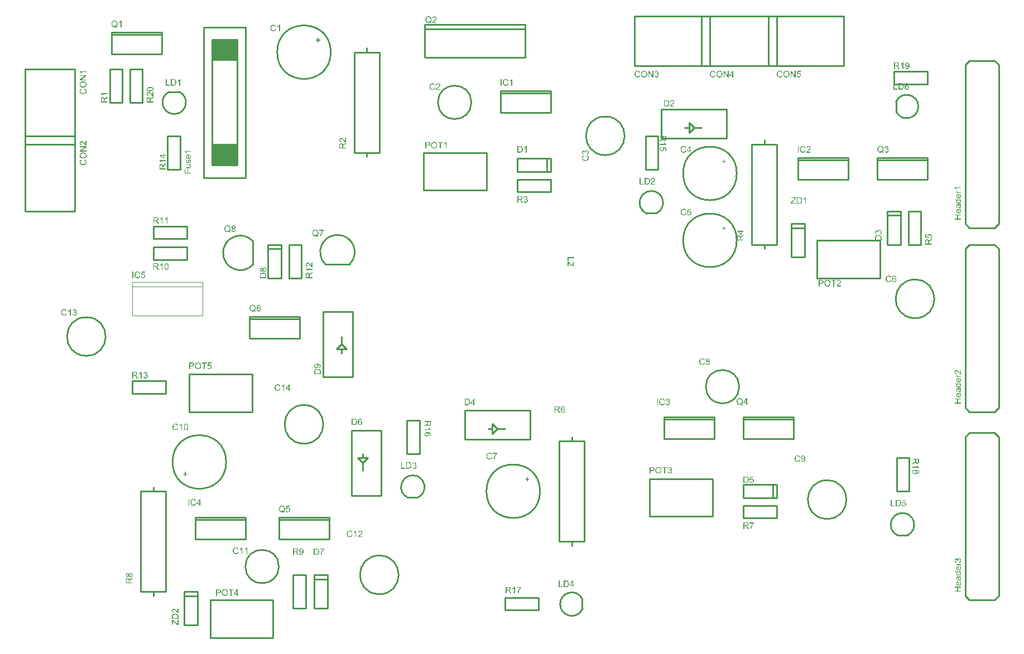
<source format=gto>
G04 Layer_Color=65535*
%FSLAX44Y44*%
%MOMM*%
G71*
G01*
G75*
%ADD30C,0.2540*%
%ADD31C,0.1000*%
%ADD32R,3.8100X3.1750*%
G36*
X318772Y103868D02*
X315562D01*
Y95250D01*
X314270D01*
Y103868D01*
X311060D01*
Y105012D01*
X318772D01*
Y103868D01*
D02*
G37*
G36*
X296320Y104998D02*
X296558Y104983D01*
X296810Y104968D01*
X297048Y104938D01*
X297256Y104908D01*
X297286D01*
X297375Y104879D01*
X297509Y104849D01*
X297672Y104804D01*
X297865Y104745D01*
X298058Y104671D01*
X298267Y104567D01*
X298460Y104448D01*
X298475Y104433D01*
X298549Y104388D01*
X298638Y104314D01*
X298742Y104210D01*
X298861Y104076D01*
X298995Y103913D01*
X299128Y103735D01*
X299247Y103512D01*
X299262Y103482D01*
X299292Y103408D01*
X299336Y103289D01*
X299396Y103125D01*
X299455Y102932D01*
X299500Y102709D01*
X299529Y102457D01*
X299544Y102189D01*
Y102174D01*
Y102130D01*
Y102070D01*
X299529Y101981D01*
X299515Y101877D01*
X299500Y101743D01*
X299485Y101610D01*
X299440Y101461D01*
X299351Y101119D01*
X299203Y100778D01*
X299113Y100599D01*
X299009Y100421D01*
X298891Y100243D01*
X298742Y100079D01*
X298727Y100064D01*
X298697Y100049D01*
X298653Y100005D01*
X298593Y99945D01*
X298489Y99886D01*
X298385Y99812D01*
X298252Y99737D01*
X298088Y99663D01*
X297910Y99574D01*
X297702Y99500D01*
X297464Y99425D01*
X297211Y99366D01*
X296914Y99306D01*
X296602Y99262D01*
X296261Y99247D01*
X295889Y99232D01*
X293393D01*
Y95250D01*
X292100D01*
Y105012D01*
X296097D01*
X296320Y104998D01*
D02*
G37*
G36*
X963541Y290835D02*
X963660D01*
X963809Y290820D01*
X963957Y290790D01*
X964136Y290776D01*
X964507Y290686D01*
X964923Y290567D01*
X965339Y290419D01*
X965547Y290315D01*
X965755Y290196D01*
X965770D01*
X965800Y290166D01*
X965859Y290137D01*
X965933Y290077D01*
X966023Y290018D01*
X966127Y289929D01*
X966364Y289735D01*
X966632Y289483D01*
X966914Y289171D01*
X967167Y288814D01*
X967404Y288398D01*
Y288383D01*
X967434Y288339D01*
X967464Y288279D01*
X967494Y288190D01*
X967538Y288086D01*
X967583Y287952D01*
X967642Y287804D01*
X967702Y287640D01*
X967746Y287447D01*
X967806Y287254D01*
X967895Y286808D01*
X967954Y286318D01*
X967984Y285783D01*
Y285768D01*
Y285723D01*
Y285634D01*
X967969Y285530D01*
Y285397D01*
X967954Y285248D01*
X967939Y285084D01*
X967910Y284891D01*
X967835Y284475D01*
X967731Y284030D01*
X967583Y283569D01*
X967375Y283123D01*
Y283108D01*
X967345Y283079D01*
X967315Y283019D01*
X967271Y282930D01*
X967196Y282841D01*
X967122Y282722D01*
X966944Y282469D01*
X966706Y282187D01*
X966409Y281890D01*
X966067Y281607D01*
X965681Y281355D01*
X965666D01*
X965636Y281325D01*
X965577Y281296D01*
X965488Y281266D01*
X965384Y281221D01*
X965265Y281162D01*
X965131Y281117D01*
X964968Y281058D01*
X964626Y280954D01*
X964225Y280850D01*
X963779Y280790D01*
X963318Y280761D01*
X963185D01*
X963081Y280775D01*
X962962D01*
X962828Y280790D01*
X962664Y280820D01*
X962486Y280850D01*
X962115Y280924D01*
X961699Y281043D01*
X961268Y281206D01*
X961060Y281296D01*
X960852Y281414D01*
X960837Y281429D01*
X960807Y281444D01*
X960748Y281489D01*
X960673Y281533D01*
X960584Y281607D01*
X960480Y281682D01*
X960242Y281890D01*
X959975Y282157D01*
X959693Y282454D01*
X959440Y282826D01*
X959202Y283227D01*
Y283242D01*
X959173Y283287D01*
X959158Y283346D01*
X959113Y283435D01*
X959069Y283539D01*
X959024Y283658D01*
X958979Y283807D01*
X958935Y283970D01*
X958875Y284148D01*
X958831Y284327D01*
X958742Y284743D01*
X958682Y285189D01*
X958652Y285664D01*
Y285694D01*
Y285768D01*
X958667Y285902D01*
Y286065D01*
X958697Y286273D01*
X958727Y286511D01*
X958756Y286764D01*
X958816Y287061D01*
X958890Y287358D01*
X958965Y287670D01*
X959069Y287982D01*
X959202Y288294D01*
X959351Y288606D01*
X959514Y288918D01*
X959722Y289200D01*
X959945Y289468D01*
X959960Y289483D01*
X960005Y289527D01*
X960079Y289602D01*
X960183Y289691D01*
X960317Y289795D01*
X960465Y289899D01*
X960644Y290033D01*
X960852Y290166D01*
X961089Y290285D01*
X961342Y290419D01*
X961624Y290523D01*
X961921Y290642D01*
X962234Y290716D01*
X962575Y290790D01*
X962947Y290835D01*
X963318Y290850D01*
X963452D01*
X963541Y290835D01*
D02*
G37*
G36*
X324656Y98682D02*
X325979D01*
Y97583D01*
X324656D01*
Y95250D01*
X323452D01*
Y97583D01*
X319218D01*
Y98682D01*
X323675Y104998D01*
X324656D01*
Y98682D01*
D02*
G37*
G36*
X278132Y448292D02*
X274922D01*
Y439674D01*
X273630D01*
Y448292D01*
X270420D01*
Y449436D01*
X278132D01*
Y448292D01*
D02*
G37*
G36*
X255680Y449422D02*
X255918Y449407D01*
X256170Y449392D01*
X256408Y449362D01*
X256616Y449332D01*
X256646D01*
X256735Y449303D01*
X256869Y449273D01*
X257032Y449228D01*
X257225Y449169D01*
X257418Y449095D01*
X257626Y448991D01*
X257820Y448872D01*
X257834Y448857D01*
X257909Y448812D01*
X257998Y448738D01*
X258102Y448634D01*
X258221Y448500D01*
X258355Y448337D01*
X258488Y448158D01*
X258607Y447936D01*
X258622Y447906D01*
X258652Y447832D01*
X258696Y447713D01*
X258756Y447549D01*
X258815Y447356D01*
X258860Y447133D01*
X258890Y446881D01*
X258904Y446613D01*
Y446598D01*
Y446554D01*
Y446494D01*
X258890Y446405D01*
X258875Y446301D01*
X258860Y446167D01*
X258845Y446034D01*
X258800Y445885D01*
X258711Y445543D01*
X258563Y445201D01*
X258473Y445023D01*
X258369Y444845D01*
X258251Y444667D01*
X258102Y444503D01*
X258087Y444488D01*
X258057Y444473D01*
X258013Y444429D01*
X257953Y444369D01*
X257849Y444310D01*
X257745Y444236D01*
X257612Y444161D01*
X257448Y444087D01*
X257270Y443998D01*
X257062Y443924D01*
X256824Y443849D01*
X256572Y443790D01*
X256274Y443731D01*
X255962Y443686D01*
X255620Y443671D01*
X255249Y443656D01*
X252753D01*
Y439674D01*
X251460D01*
Y449436D01*
X255457D01*
X255680Y449422D01*
D02*
G37*
G36*
X305681Y105161D02*
X305800D01*
X305949Y105146D01*
X306097Y105116D01*
X306276Y105101D01*
X306647Y105012D01*
X307063Y104894D01*
X307479Y104745D01*
X307687Y104641D01*
X307895Y104522D01*
X307910D01*
X307940Y104492D01*
X307999Y104463D01*
X308073Y104403D01*
X308163Y104344D01*
X308267Y104255D01*
X308504Y104061D01*
X308772Y103809D01*
X309054Y103497D01*
X309307Y103140D01*
X309545Y102724D01*
Y102709D01*
X309574Y102665D01*
X309604Y102605D01*
X309634Y102516D01*
X309678Y102412D01*
X309723Y102278D01*
X309782Y102130D01*
X309842Y101966D01*
X309886Y101773D01*
X309946Y101580D01*
X310035Y101134D01*
X310094Y100644D01*
X310124Y100109D01*
Y100094D01*
Y100049D01*
Y99960D01*
X310109Y99856D01*
Y99723D01*
X310094Y99574D01*
X310079Y99410D01*
X310050Y99217D01*
X309975Y98801D01*
X309871Y98356D01*
X309723Y97895D01*
X309515Y97449D01*
Y97434D01*
X309485Y97405D01*
X309455Y97345D01*
X309411Y97256D01*
X309336Y97167D01*
X309262Y97048D01*
X309084Y96795D01*
X308846Y96513D01*
X308549Y96216D01*
X308207Y95934D01*
X307821Y95681D01*
X307806D01*
X307776Y95651D01*
X307717Y95622D01*
X307628Y95592D01*
X307524Y95547D01*
X307405Y95488D01*
X307271Y95443D01*
X307108Y95384D01*
X306766Y95280D01*
X306365Y95176D01*
X305919Y95116D01*
X305458Y95087D01*
X305324D01*
X305221Y95101D01*
X305102D01*
X304968Y95116D01*
X304804Y95146D01*
X304626Y95176D01*
X304255Y95250D01*
X303839Y95369D01*
X303408Y95532D01*
X303200Y95622D01*
X302992Y95740D01*
X302977Y95755D01*
X302947Y95770D01*
X302888Y95815D01*
X302813Y95859D01*
X302724Y95934D01*
X302620Y96008D01*
X302382Y96216D01*
X302115Y96483D01*
X301833Y96781D01*
X301580Y97152D01*
X301342Y97553D01*
Y97568D01*
X301313Y97613D01*
X301298Y97672D01*
X301253Y97761D01*
X301209Y97865D01*
X301164Y97984D01*
X301119Y98133D01*
X301075Y98296D01*
X301015Y98474D01*
X300971Y98653D01*
X300882Y99069D01*
X300822Y99515D01*
X300793Y99990D01*
Y100020D01*
Y100094D01*
X300807Y100228D01*
Y100391D01*
X300837Y100599D01*
X300867Y100837D01*
X300896Y101090D01*
X300956Y101387D01*
X301030Y101684D01*
X301105Y101996D01*
X301209Y102308D01*
X301342Y102620D01*
X301491Y102932D01*
X301654Y103244D01*
X301862Y103526D01*
X302085Y103794D01*
X302100Y103809D01*
X302145Y103853D01*
X302219Y103928D01*
X302323Y104017D01*
X302457Y104121D01*
X302605Y104225D01*
X302784Y104359D01*
X302992Y104492D01*
X303229Y104611D01*
X303482Y104745D01*
X303764Y104849D01*
X304062Y104968D01*
X304373Y105042D01*
X304715Y105116D01*
X305087Y105161D01*
X305458Y105176D01*
X305592D01*
X305681Y105161D01*
D02*
G37*
G36*
X284982Y448144D02*
X281089D01*
X280554Y445514D01*
X280569Y445528D01*
X280599Y445543D01*
X280643Y445573D01*
X280702Y445618D01*
X280792Y445662D01*
X280881Y445707D01*
X281119Y445826D01*
X281386Y445945D01*
X281698Y446034D01*
X282040Y446108D01*
X282396Y446138D01*
X282515D01*
X282605Y446123D01*
X282723Y446108D01*
X282842Y446093D01*
X282991Y446063D01*
X283139Y446034D01*
X283481Y445915D01*
X283659Y445855D01*
X283838Y445766D01*
X284031Y445662D01*
X284209Y445543D01*
X284387Y445410D01*
X284551Y445246D01*
X284566Y445231D01*
X284596Y445201D01*
X284640Y445157D01*
X284685Y445083D01*
X284759Y444994D01*
X284833Y444889D01*
X284908Y444771D01*
X284997Y444637D01*
X285086Y444473D01*
X285160Y444310D01*
X285235Y444117D01*
X285309Y443924D01*
X285353Y443701D01*
X285398Y443478D01*
X285428Y443225D01*
X285443Y442973D01*
Y442958D01*
Y442913D01*
Y442839D01*
X285428Y442750D01*
X285413Y442631D01*
X285398Y442497D01*
X285383Y442349D01*
X285353Y442185D01*
X285249Y441829D01*
X285116Y441457D01*
X285026Y441249D01*
X284923Y441056D01*
X284804Y440863D01*
X284670Y440684D01*
X284655Y440670D01*
X284625Y440640D01*
X284566Y440580D01*
X284492Y440506D01*
X284402Y440417D01*
X284284Y440313D01*
X284150Y440209D01*
X283986Y440105D01*
X283823Y439986D01*
X283630Y439882D01*
X283407Y439778D01*
X283184Y439689D01*
X282931Y439615D01*
X282679Y439555D01*
X282396Y439525D01*
X282099Y439511D01*
X281966D01*
X281876Y439525D01*
X281772Y439540D01*
X281639Y439555D01*
X281490Y439570D01*
X281327Y439600D01*
X280985Y439689D01*
X280628Y439823D01*
X280450Y439912D01*
X280272Y440016D01*
X280093Y440120D01*
X279930Y440253D01*
X279915Y440268D01*
X279900Y440283D01*
X279855Y440328D01*
X279796Y440387D01*
X279737Y440462D01*
X279662Y440551D01*
X279588Y440655D01*
X279499Y440774D01*
X279335Y441056D01*
X279172Y441398D01*
X279053Y441784D01*
X279009Y442007D01*
X278979Y442230D01*
X280242Y442319D01*
Y442304D01*
Y442274D01*
X280257Y442230D01*
X280272Y442170D01*
X280316Y442007D01*
X280376Y441799D01*
X280450Y441576D01*
X280569Y441353D01*
X280702Y441130D01*
X280881Y440937D01*
X280910Y440922D01*
X280970Y440863D01*
X281074Y440803D01*
X281223Y440714D01*
X281401Y440640D01*
X281609Y440565D01*
X281847Y440506D01*
X282099Y440491D01*
X282188D01*
X282248Y440506D01*
X282411Y440521D01*
X282619Y440565D01*
X282842Y440655D01*
X283095Y440759D01*
X283333Y440922D01*
X283451Y441011D01*
X283570Y441130D01*
Y441145D01*
X283600Y441160D01*
X283659Y441249D01*
X283764Y441398D01*
X283867Y441591D01*
X283972Y441843D01*
X284076Y442141D01*
X284135Y442482D01*
X284165Y442869D01*
Y442883D01*
Y442913D01*
Y442973D01*
X284150Y443032D01*
Y443121D01*
X284135Y443225D01*
X284090Y443463D01*
X284031Y443716D01*
X283927Y443983D01*
X283778Y444251D01*
X283585Y444488D01*
X283555Y444518D01*
X283481Y444577D01*
X283362Y444682D01*
X283184Y444785D01*
X282976Y444889D01*
X282708Y444994D01*
X282411Y445053D01*
X282084Y445083D01*
X281980D01*
X281876Y445068D01*
X281728Y445053D01*
X281564Y445008D01*
X281386Y444964D01*
X281208Y444889D01*
X281029Y444800D01*
X281015Y444785D01*
X280955Y444756D01*
X280866Y444696D01*
X280762Y444622D01*
X280658Y444518D01*
X280539Y444399D01*
X280420Y444265D01*
X280316Y444117D01*
X279187Y444280D01*
X280138Y449288D01*
X284982D01*
Y448144D01*
D02*
G37*
G36*
X1233172Y573768D02*
X1229962D01*
Y565150D01*
X1228670D01*
Y573768D01*
X1225460D01*
Y574912D01*
X1233172D01*
Y573768D01*
D02*
G37*
G36*
X1210720Y574897D02*
X1210958Y574883D01*
X1211210Y574868D01*
X1211448Y574838D01*
X1211656Y574808D01*
X1211686D01*
X1211775Y574779D01*
X1211909Y574749D01*
X1212072Y574704D01*
X1212265Y574645D01*
X1212458Y574571D01*
X1212666Y574467D01*
X1212860Y574348D01*
X1212875Y574333D01*
X1212949Y574288D01*
X1213038Y574214D01*
X1213142Y574110D01*
X1213261Y573976D01*
X1213395Y573813D01*
X1213528Y573634D01*
X1213647Y573412D01*
X1213662Y573382D01*
X1213692Y573308D01*
X1213736Y573189D01*
X1213796Y573025D01*
X1213855Y572832D01*
X1213900Y572609D01*
X1213930Y572357D01*
X1213944Y572089D01*
Y572074D01*
Y572030D01*
Y571970D01*
X1213930Y571881D01*
X1213915Y571777D01*
X1213900Y571643D01*
X1213885Y571510D01*
X1213840Y571361D01*
X1213751Y571019D01*
X1213603Y570677D01*
X1213513Y570499D01*
X1213409Y570321D01*
X1213291Y570143D01*
X1213142Y569979D01*
X1213127Y569964D01*
X1213097Y569949D01*
X1213053Y569905D01*
X1212993Y569845D01*
X1212889Y569786D01*
X1212785Y569712D01*
X1212652Y569637D01*
X1212488Y569563D01*
X1212310Y569474D01*
X1212102Y569400D01*
X1211864Y569325D01*
X1211611Y569266D01*
X1211314Y569207D01*
X1211002Y569162D01*
X1210660Y569147D01*
X1210289Y569132D01*
X1207793D01*
Y565150D01*
X1206500D01*
Y574912D01*
X1210497D01*
X1210720Y574897D01*
D02*
G37*
G36*
X623181Y784611D02*
X623300D01*
X623449Y784596D01*
X623597Y784566D01*
X623775Y784551D01*
X624147Y784462D01*
X624563Y784343D01*
X624979Y784195D01*
X625187Y784091D01*
X625395Y783972D01*
X625410D01*
X625440Y783942D01*
X625499Y783913D01*
X625573Y783853D01*
X625663Y783794D01*
X625767Y783705D01*
X626004Y783511D01*
X626272Y783259D01*
X626554Y782947D01*
X626807Y782590D01*
X627044Y782174D01*
Y782159D01*
X627074Y782115D01*
X627104Y782055D01*
X627134Y781966D01*
X627178Y781862D01*
X627223Y781728D01*
X627282Y781580D01*
X627342Y781416D01*
X627386Y781223D01*
X627446Y781030D01*
X627535Y780584D01*
X627594Y780094D01*
X627624Y779559D01*
Y779544D01*
Y779500D01*
Y779410D01*
X627609Y779306D01*
Y779173D01*
X627594Y779024D01*
X627579Y778860D01*
X627550Y778667D01*
X627475Y778251D01*
X627371Y777805D01*
X627223Y777345D01*
X627015Y776899D01*
Y776884D01*
X626985Y776855D01*
X626955Y776795D01*
X626911Y776706D01*
X626836Y776617D01*
X626762Y776498D01*
X626584Y776245D01*
X626346Y775963D01*
X626049Y775666D01*
X625707Y775384D01*
X625321Y775131D01*
X625306D01*
X625276Y775101D01*
X625217Y775071D01*
X625128Y775042D01*
X625024Y774997D01*
X624905Y774938D01*
X624771Y774893D01*
X624608Y774834D01*
X624266Y774730D01*
X623865Y774626D01*
X623419Y774566D01*
X622958Y774537D01*
X622825D01*
X622720Y774551D01*
X622602D01*
X622468Y774566D01*
X622304Y774596D01*
X622126Y774626D01*
X621755Y774700D01*
X621339Y774819D01*
X620908Y774982D01*
X620700Y775071D01*
X620492Y775190D01*
X620477Y775205D01*
X620447Y775220D01*
X620388Y775265D01*
X620313Y775309D01*
X620224Y775384D01*
X620120Y775458D01*
X619882Y775666D01*
X619615Y775933D01*
X619333Y776230D01*
X619080Y776602D01*
X618842Y777003D01*
Y777018D01*
X618813Y777063D01*
X618798Y777122D01*
X618753Y777211D01*
X618709Y777315D01*
X618664Y777434D01*
X618619Y777583D01*
X618575Y777746D01*
X618515Y777924D01*
X618471Y778103D01*
X618382Y778519D01*
X618322Y778964D01*
X618293Y779440D01*
Y779470D01*
Y779544D01*
X618307Y779678D01*
Y779841D01*
X618337Y780049D01*
X618367Y780287D01*
X618396Y780540D01*
X618456Y780837D01*
X618530Y781134D01*
X618605Y781446D01*
X618709Y781758D01*
X618842Y782070D01*
X618991Y782382D01*
X619154Y782694D01*
X619362Y782977D01*
X619585Y783244D01*
X619600Y783259D01*
X619645Y783303D01*
X619719Y783378D01*
X619823Y783467D01*
X619957Y783571D01*
X620105Y783675D01*
X620284Y783809D01*
X620492Y783942D01*
X620729Y784061D01*
X620982Y784195D01*
X621264Y784299D01*
X621562Y784418D01*
X621874Y784492D01*
X622215Y784566D01*
X622587Y784611D01*
X622958Y784626D01*
X623092D01*
X623181Y784611D01*
D02*
G37*
G36*
X1237481Y574942D02*
X1237600Y574927D01*
X1237734Y574912D01*
X1237882Y574897D01*
X1238046Y574853D01*
X1238402Y574764D01*
X1238774Y574630D01*
X1238967Y574541D01*
X1239145Y574437D01*
X1239309Y574303D01*
X1239472Y574169D01*
X1239487Y574155D01*
X1239502Y574140D01*
X1239546Y574095D01*
X1239606Y574036D01*
X1239665Y573946D01*
X1239740Y573857D01*
X1239888Y573634D01*
X1240037Y573352D01*
X1240171Y573025D01*
X1240275Y572654D01*
X1240289Y572446D01*
X1240304Y572238D01*
Y572208D01*
Y572134D01*
X1240289Y572015D01*
X1240275Y571866D01*
X1240245Y571688D01*
X1240200Y571495D01*
X1240141Y571287D01*
X1240052Y571079D01*
X1240037Y571049D01*
X1240007Y570975D01*
X1239948Y570871D01*
X1239858Y570722D01*
X1239754Y570544D01*
X1239621Y570336D01*
X1239442Y570128D01*
X1239249Y569890D01*
X1239220Y569860D01*
X1239145Y569771D01*
X1239012Y569637D01*
X1238922Y569548D01*
X1238818Y569444D01*
X1238699Y569325D01*
X1238551Y569192D01*
X1238402Y569058D01*
X1238239Y568895D01*
X1238061Y568731D01*
X1237852Y568553D01*
X1237645Y568374D01*
X1237407Y568166D01*
X1237392Y568152D01*
X1237362Y568122D01*
X1237303Y568077D01*
X1237228Y568018D01*
X1237050Y567869D01*
X1236827Y567676D01*
X1236604Y567468D01*
X1236367Y567260D01*
X1236173Y567082D01*
X1236099Y567007D01*
X1236025Y566933D01*
X1236010Y566918D01*
X1235980Y566874D01*
X1235921Y566814D01*
X1235846Y566725D01*
X1235683Y566532D01*
X1235520Y566294D01*
X1240319D01*
Y565150D01*
X1233855D01*
Y565165D01*
Y565224D01*
Y565313D01*
X1233870Y565418D01*
X1233885Y565536D01*
X1233900Y565670D01*
X1233945Y565819D01*
X1233989Y565967D01*
Y565982D01*
X1234004Y565997D01*
X1234034Y566086D01*
X1234093Y566205D01*
X1234182Y566383D01*
X1234286Y566576D01*
X1234435Y566799D01*
X1234584Y567022D01*
X1234777Y567260D01*
Y567275D01*
X1234806Y567290D01*
X1234881Y567379D01*
X1235000Y567513D01*
X1235178Y567691D01*
X1235401Y567899D01*
X1235668Y568152D01*
X1235995Y568434D01*
X1236352Y568746D01*
X1236367Y568761D01*
X1236426Y568805D01*
X1236500Y568865D01*
X1236604Y568969D01*
X1236738Y569073D01*
X1236887Y569207D01*
X1237214Y569489D01*
X1237570Y569831D01*
X1237927Y570172D01*
X1238105Y570336D01*
X1238254Y570499D01*
X1238387Y570663D01*
X1238506Y570811D01*
Y570826D01*
X1238536Y570841D01*
X1238566Y570886D01*
X1238595Y570945D01*
X1238685Y571094D01*
X1238789Y571287D01*
X1238893Y571510D01*
X1238982Y571747D01*
X1239041Y572015D01*
X1239071Y572267D01*
Y572282D01*
Y572297D01*
X1239056Y572386D01*
X1239041Y572520D01*
X1239012Y572683D01*
X1238937Y572877D01*
X1238848Y573070D01*
X1238729Y573278D01*
X1238551Y573471D01*
X1238521Y573486D01*
X1238462Y573545D01*
X1238343Y573620D01*
X1238194Y573724D01*
X1238001Y573813D01*
X1237778Y573887D01*
X1237511Y573946D01*
X1237214Y573961D01*
X1237124D01*
X1237065Y573946D01*
X1236916Y573932D01*
X1236723Y573902D01*
X1236500Y573828D01*
X1236263Y573739D01*
X1236040Y573605D01*
X1235832Y573427D01*
X1235817Y573397D01*
X1235757Y573337D01*
X1235668Y573218D01*
X1235579Y573055D01*
X1235475Y572847D01*
X1235401Y572609D01*
X1235341Y572327D01*
X1235312Y572000D01*
X1234078Y572134D01*
Y572149D01*
Y572193D01*
X1234093Y572267D01*
X1234108Y572357D01*
X1234138Y572476D01*
X1234153Y572609D01*
X1234242Y572906D01*
X1234361Y573248D01*
X1234524Y573590D01*
X1234747Y573932D01*
X1234866Y574080D01*
X1235014Y574229D01*
X1235029Y574244D01*
X1235059Y574259D01*
X1235104Y574303D01*
X1235163Y574348D01*
X1235252Y574392D01*
X1235356Y574467D01*
X1235475Y574526D01*
X1235609Y574600D01*
X1235757Y574660D01*
X1235921Y574734D01*
X1236114Y574794D01*
X1236307Y574838D01*
X1236753Y574927D01*
X1236991Y574942D01*
X1237243Y574957D01*
X1237377D01*
X1237481Y574942D01*
D02*
G37*
G36*
X976632Y289542D02*
X973422D01*
Y280924D01*
X972130D01*
Y289542D01*
X968920D01*
Y290686D01*
X976632D01*
Y289542D01*
D02*
G37*
G36*
X954180Y290672D02*
X954418Y290657D01*
X954670Y290642D01*
X954908Y290612D01*
X955116Y290582D01*
X955146D01*
X955235Y290553D01*
X955369Y290523D01*
X955532Y290478D01*
X955725Y290419D01*
X955919Y290345D01*
X956126Y290241D01*
X956320Y290122D01*
X956335Y290107D01*
X956409Y290062D01*
X956498Y289988D01*
X956602Y289884D01*
X956721Y289750D01*
X956855Y289587D01*
X956988Y289408D01*
X957107Y289186D01*
X957122Y289156D01*
X957152Y289082D01*
X957196Y288963D01*
X957256Y288799D01*
X957315Y288606D01*
X957360Y288383D01*
X957390Y288131D01*
X957404Y287863D01*
Y287848D01*
Y287804D01*
Y287744D01*
X957390Y287655D01*
X957375Y287551D01*
X957360Y287417D01*
X957345Y287284D01*
X957300Y287135D01*
X957211Y286793D01*
X957063Y286451D01*
X956973Y286273D01*
X956869Y286095D01*
X956751Y285917D01*
X956602Y285753D01*
X956587Y285738D01*
X956557Y285723D01*
X956513Y285679D01*
X956453Y285619D01*
X956349Y285560D01*
X956245Y285486D01*
X956112Y285411D01*
X955948Y285337D01*
X955770Y285248D01*
X955562Y285174D01*
X955324Y285099D01*
X955071Y285040D01*
X954774Y284981D01*
X954462Y284936D01*
X954120Y284921D01*
X953749Y284906D01*
X951253D01*
Y280924D01*
X949960D01*
Y290686D01*
X953957D01*
X954180Y290672D01*
D02*
G37*
G36*
X1220081Y575061D02*
X1220200D01*
X1220349Y575046D01*
X1220497Y575016D01*
X1220676Y575001D01*
X1221047Y574912D01*
X1221463Y574794D01*
X1221879Y574645D01*
X1222087Y574541D01*
X1222295Y574422D01*
X1222310D01*
X1222340Y574392D01*
X1222399Y574363D01*
X1222473Y574303D01*
X1222563Y574244D01*
X1222667Y574155D01*
X1222904Y573961D01*
X1223172Y573709D01*
X1223454Y573397D01*
X1223707Y573040D01*
X1223944Y572624D01*
Y572609D01*
X1223974Y572565D01*
X1224004Y572505D01*
X1224034Y572416D01*
X1224078Y572312D01*
X1224123Y572178D01*
X1224182Y572030D01*
X1224242Y571866D01*
X1224286Y571673D01*
X1224346Y571480D01*
X1224435Y571034D01*
X1224494Y570544D01*
X1224524Y570009D01*
Y569994D01*
Y569949D01*
Y569860D01*
X1224509Y569756D01*
Y569623D01*
X1224494Y569474D01*
X1224479Y569310D01*
X1224450Y569117D01*
X1224375Y568701D01*
X1224271Y568256D01*
X1224123Y567795D01*
X1223915Y567349D01*
Y567334D01*
X1223885Y567305D01*
X1223855Y567245D01*
X1223811Y567156D01*
X1223736Y567067D01*
X1223662Y566948D01*
X1223484Y566695D01*
X1223246Y566413D01*
X1222949Y566116D01*
X1222607Y565834D01*
X1222221Y565581D01*
X1222206D01*
X1222176Y565551D01*
X1222117Y565522D01*
X1222028Y565492D01*
X1221924Y565447D01*
X1221805Y565388D01*
X1221671Y565343D01*
X1221508Y565284D01*
X1221166Y565180D01*
X1220765Y565076D01*
X1220319Y565016D01*
X1219858Y564987D01*
X1219725D01*
X1219621Y565001D01*
X1219502D01*
X1219368Y565016D01*
X1219204Y565046D01*
X1219026Y565076D01*
X1218655Y565150D01*
X1218239Y565269D01*
X1217808Y565432D01*
X1217600Y565522D01*
X1217392Y565640D01*
X1217377Y565655D01*
X1217347Y565670D01*
X1217288Y565715D01*
X1217213Y565759D01*
X1217124Y565834D01*
X1217020Y565908D01*
X1216782Y566116D01*
X1216515Y566383D01*
X1216233Y566680D01*
X1215980Y567052D01*
X1215742Y567453D01*
Y567468D01*
X1215713Y567513D01*
X1215698Y567572D01*
X1215653Y567661D01*
X1215609Y567765D01*
X1215564Y567884D01*
X1215519Y568033D01*
X1215475Y568196D01*
X1215415Y568374D01*
X1215371Y568553D01*
X1215282Y568969D01*
X1215222Y569414D01*
X1215192Y569890D01*
Y569920D01*
Y569994D01*
X1215207Y570128D01*
Y570291D01*
X1215237Y570499D01*
X1215267Y570737D01*
X1215296Y570990D01*
X1215356Y571287D01*
X1215430Y571584D01*
X1215505Y571896D01*
X1215609Y572208D01*
X1215742Y572520D01*
X1215891Y572832D01*
X1216054Y573144D01*
X1216262Y573427D01*
X1216485Y573694D01*
X1216500Y573709D01*
X1216545Y573753D01*
X1216619Y573828D01*
X1216723Y573917D01*
X1216857Y574021D01*
X1217005Y574125D01*
X1217184Y574259D01*
X1217392Y574392D01*
X1217629Y574511D01*
X1217882Y574645D01*
X1218164Y574749D01*
X1218462Y574868D01*
X1218773Y574942D01*
X1219115Y575016D01*
X1219487Y575061D01*
X1219858Y575076D01*
X1219992D01*
X1220081Y575061D01*
D02*
G37*
G36*
X980822Y290716D02*
X981015Y290686D01*
X981238Y290642D01*
X981491Y290582D01*
X981743Y290493D01*
X981996Y290374D01*
X982011D01*
X982026Y290359D01*
X982115Y290315D01*
X982234Y290241D01*
X982382Y290137D01*
X982546Y290003D01*
X982724Y289839D01*
X982887Y289646D01*
X983036Y289438D01*
X983051Y289408D01*
X983096Y289334D01*
X983155Y289215D01*
X983214Y289067D01*
X983274Y288874D01*
X983333Y288666D01*
X983378Y288443D01*
X983393Y288190D01*
Y288160D01*
Y288086D01*
X983378Y287967D01*
X983348Y287819D01*
X983304Y287640D01*
X983244Y287447D01*
X983170Y287239D01*
X983051Y287046D01*
X983036Y287016D01*
X982992Y286957D01*
X982902Y286868D01*
X982798Y286749D01*
X982650Y286615D01*
X982486Y286481D01*
X982278Y286333D01*
X982041Y286214D01*
X982055D01*
X982085Y286199D01*
X982130D01*
X982189Y286169D01*
X982338Y286125D01*
X982531Y286035D01*
X982739Y285931D01*
X982962Y285783D01*
X983185Y285605D01*
X983378Y285382D01*
X983393Y285352D01*
X983452Y285263D01*
X983527Y285129D01*
X983631Y284951D01*
X983720Y284728D01*
X983794Y284460D01*
X983853Y284148D01*
X983868Y283807D01*
Y283792D01*
Y283747D01*
Y283688D01*
X983853Y283599D01*
X983839Y283480D01*
X983824Y283361D01*
X983794Y283212D01*
X983749Y283064D01*
X983645Y282722D01*
X983571Y282529D01*
X983467Y282351D01*
X983363Y282172D01*
X983244Y281994D01*
X983096Y281815D01*
X982932Y281637D01*
X982917Y281622D01*
X982887Y281593D01*
X982843Y281563D01*
X982769Y281504D01*
X982680Y281429D01*
X982561Y281355D01*
X982427Y281281D01*
X982293Y281206D01*
X982130Y281117D01*
X981951Y281043D01*
X981758Y280969D01*
X981550Y280894D01*
X981327Y280835D01*
X981090Y280805D01*
X980837Y280775D01*
X980584Y280761D01*
X980465D01*
X980376Y280775D01*
X980257Y280790D01*
X980139Y280805D01*
X979990Y280820D01*
X979841Y280850D01*
X979500Y280939D01*
X979143Y281087D01*
X978965Y281162D01*
X978801Y281266D01*
X978623Y281385D01*
X978460Y281518D01*
X978445Y281533D01*
X978430Y281548D01*
X978385Y281593D01*
X978326Y281652D01*
X978266Y281741D01*
X978192Y281830D01*
X978103Y281934D01*
X978029Y282053D01*
X977850Y282351D01*
X977702Y282692D01*
X977568Y283079D01*
X977523Y283287D01*
X977494Y283510D01*
X978697Y283673D01*
Y283658D01*
X978712Y283628D01*
Y283569D01*
X978742Y283510D01*
X978786Y283331D01*
X978861Y283108D01*
X978950Y282871D01*
X979069Y282618D01*
X979217Y282395D01*
X979381Y282202D01*
X979410Y282187D01*
X979470Y282128D01*
X979574Y282068D01*
X979723Y281979D01*
X979886Y281905D01*
X980094Y281830D01*
X980332Y281771D01*
X980584Y281756D01*
X980674D01*
X980733Y281771D01*
X980882Y281786D01*
X981075Y281830D01*
X981312Y281905D01*
X981550Y281994D01*
X981788Y282142D01*
X982011Y282336D01*
X982041Y282365D01*
X982100Y282440D01*
X982189Y282558D01*
X982308Y282737D01*
X982412Y282945D01*
X982501Y283197D01*
X982561Y283480D01*
X982590Y283792D01*
Y283807D01*
Y283822D01*
Y283866D01*
X982576Y283925D01*
X982561Y284074D01*
X982516Y284267D01*
X982457Y284475D01*
X982353Y284713D01*
X982219Y284936D01*
X982041Y285144D01*
X982011Y285174D01*
X981951Y285233D01*
X981833Y285307D01*
X981669Y285411D01*
X981476Y285515D01*
X981238Y285590D01*
X980986Y285649D01*
X980688Y285679D01*
X980555D01*
X980451Y285664D01*
X980332Y285649D01*
X980183Y285634D01*
X980020Y285605D01*
X979841Y285560D01*
X979975Y286615D01*
X980050D01*
X980109Y286600D01*
X980302D01*
X980436Y286615D01*
X980629Y286645D01*
X980837Y286689D01*
X981060Y286764D01*
X981298Y286853D01*
X981535Y286987D01*
X981565Y287001D01*
X981639Y287061D01*
X981729Y287165D01*
X981847Y287299D01*
X981966Y287462D01*
X982055Y287670D01*
X982130Y287923D01*
X982160Y288220D01*
Y288235D01*
Y288249D01*
Y288324D01*
X982130Y288443D01*
X982100Y288606D01*
X982055Y288770D01*
X981966Y288948D01*
X981862Y289141D01*
X981714Y289305D01*
X981699Y289319D01*
X981639Y289379D01*
X981535Y289453D01*
X981402Y289527D01*
X981238Y289617D01*
X981045Y289676D01*
X980822Y289735D01*
X980570Y289750D01*
X980451D01*
X980317Y289720D01*
X980168Y289691D01*
X979975Y289646D01*
X979782Y289557D01*
X979589Y289453D01*
X979396Y289305D01*
X979381Y289290D01*
X979321Y289230D01*
X979247Y289126D01*
X979158Y288978D01*
X979054Y288799D01*
X978965Y288576D01*
X978876Y288309D01*
X978816Y287997D01*
X977613Y288205D01*
Y288220D01*
X977627Y288264D01*
X977642Y288324D01*
X977657Y288398D01*
X977687Y288502D01*
X977717Y288621D01*
X977821Y288888D01*
X977940Y289186D01*
X978118Y289498D01*
X978326Y289795D01*
X978593Y290062D01*
X978608Y290077D01*
X978623Y290092D01*
X978668Y290122D01*
X978742Y290166D01*
X978816Y290211D01*
X978905Y290270D01*
X979128Y290404D01*
X979410Y290523D01*
X979752Y290627D01*
X980124Y290701D01*
X980332Y290731D01*
X980674D01*
X980822Y290716D01*
D02*
G37*
G36*
X265041Y449585D02*
X265160D01*
X265309Y449570D01*
X265457Y449540D01*
X265636Y449525D01*
X266007Y449436D01*
X266423Y449318D01*
X266839Y449169D01*
X267047Y449065D01*
X267255Y448946D01*
X267270D01*
X267300Y448916D01*
X267359Y448887D01*
X267433Y448827D01*
X267523Y448768D01*
X267627Y448679D01*
X267864Y448485D01*
X268132Y448233D01*
X268414Y447921D01*
X268667Y447564D01*
X268904Y447148D01*
Y447133D01*
X268934Y447089D01*
X268964Y447029D01*
X268994Y446940D01*
X269038Y446836D01*
X269083Y446702D01*
X269142Y446554D01*
X269202Y446390D01*
X269246Y446197D01*
X269306Y446004D01*
X269395Y445558D01*
X269454Y445068D01*
X269484Y444533D01*
Y444518D01*
Y444473D01*
Y444384D01*
X269469Y444280D01*
Y444147D01*
X269454Y443998D01*
X269439Y443834D01*
X269410Y443641D01*
X269335Y443225D01*
X269231Y442780D01*
X269083Y442319D01*
X268875Y441873D01*
Y441858D01*
X268845Y441829D01*
X268815Y441769D01*
X268771Y441680D01*
X268696Y441591D01*
X268622Y441472D01*
X268444Y441219D01*
X268206Y440937D01*
X267909Y440640D01*
X267567Y440358D01*
X267181Y440105D01*
X267166D01*
X267136Y440075D01*
X267077Y440046D01*
X266988Y440016D01*
X266884Y439971D01*
X266765Y439912D01*
X266631Y439867D01*
X266468Y439808D01*
X266126Y439704D01*
X265725Y439600D01*
X265279Y439540D01*
X264818Y439511D01*
X264685D01*
X264580Y439525D01*
X264462D01*
X264328Y439540D01*
X264164Y439570D01*
X263986Y439600D01*
X263615Y439674D01*
X263199Y439793D01*
X262768Y439956D01*
X262560Y440046D01*
X262352Y440164D01*
X262337Y440179D01*
X262307Y440194D01*
X262248Y440239D01*
X262173Y440283D01*
X262084Y440358D01*
X261980Y440432D01*
X261742Y440640D01*
X261475Y440907D01*
X261193Y441204D01*
X260940Y441576D01*
X260702Y441977D01*
Y441992D01*
X260673Y442037D01*
X260658Y442096D01*
X260613Y442185D01*
X260569Y442289D01*
X260524Y442408D01*
X260479Y442557D01*
X260435Y442720D01*
X260375Y442898D01*
X260331Y443077D01*
X260242Y443493D01*
X260182Y443938D01*
X260152Y444414D01*
Y444444D01*
Y444518D01*
X260167Y444652D01*
Y444815D01*
X260197Y445023D01*
X260227Y445261D01*
X260257Y445514D01*
X260316Y445811D01*
X260390Y446108D01*
X260465Y446420D01*
X260569Y446732D01*
X260702Y447044D01*
X260851Y447356D01*
X261014Y447668D01*
X261222Y447951D01*
X261445Y448218D01*
X261460Y448233D01*
X261505Y448277D01*
X261579Y448352D01*
X261683Y448441D01*
X261817Y448545D01*
X261965Y448649D01*
X262144Y448783D01*
X262352Y448916D01*
X262589Y449035D01*
X262842Y449169D01*
X263124Y449273D01*
X263421Y449392D01*
X263734Y449466D01*
X264075Y449540D01*
X264447Y449585D01*
X264818Y449600D01*
X264952D01*
X265041Y449585D01*
D02*
G37*
G36*
X357120Y536842D02*
X357209D01*
X357328Y536827D01*
X357596Y536783D01*
X357893Y536693D01*
X358205Y536575D01*
X358517Y536426D01*
X358665Y536322D01*
X358814Y536203D01*
X358829D01*
X358844Y536173D01*
X358933Y536084D01*
X359052Y535936D01*
X359200Y535742D01*
X359364Y535490D01*
X359497Y535193D01*
X359631Y534836D01*
X359706Y534435D01*
X358517Y534346D01*
Y534361D01*
Y534375D01*
X358487Y534465D01*
X358442Y534584D01*
X358398Y534732D01*
X358249Y535074D01*
X358160Y535222D01*
X358056Y535356D01*
X358041Y535386D01*
X357967Y535445D01*
X357863Y535520D01*
X357729Y535624D01*
X357551Y535713D01*
X357343Y535802D01*
X357105Y535861D01*
X356853Y535876D01*
X356749D01*
X356645Y535861D01*
X356511Y535832D01*
X356347Y535802D01*
X356169Y535742D01*
X356006Y535653D01*
X355827Y535549D01*
X355798Y535535D01*
X355738Y535475D01*
X355634Y535371D01*
X355515Y535237D01*
X355367Y535074D01*
X355218Y534866D01*
X355070Y534613D01*
X354936Y534331D01*
Y534316D01*
X354921Y534301D01*
X354906Y534242D01*
X354891Y534182D01*
X354861Y534108D01*
X354832Y534004D01*
X354802Y533885D01*
X354772Y533751D01*
X354743Y533603D01*
X354713Y533439D01*
X354683Y533246D01*
X354654Y533053D01*
X354639Y532830D01*
X354624Y532592D01*
X354609Y532340D01*
Y532087D01*
X354624Y532102D01*
X354683Y532176D01*
X354772Y532295D01*
X354906Y532444D01*
X355055Y532607D01*
X355233Y532771D01*
X355441Y532919D01*
X355664Y533053D01*
X355694Y533068D01*
X355768Y533098D01*
X355902Y533157D01*
X356065Y533217D01*
X356258Y533276D01*
X356481Y533335D01*
X356719Y533365D01*
X356972Y533380D01*
X357090D01*
X357179Y533365D01*
X357284Y533350D01*
X357402Y533335D01*
X357685Y533276D01*
X357997Y533157D01*
X358175Y533098D01*
X358339Y533008D01*
X358517Y532904D01*
X358695Y532786D01*
X358859Y532652D01*
X359022Y532488D01*
X359037Y532473D01*
X359052Y532444D01*
X359096Y532399D01*
X359156Y532325D01*
X359215Y532236D01*
X359290Y532132D01*
X359364Y532013D01*
X359453Y531879D01*
X359527Y531716D01*
X359602Y531552D01*
X359676Y531359D01*
X359735Y531166D01*
X359795Y530943D01*
X359839Y530720D01*
X359854Y530468D01*
X359869Y530215D01*
Y530200D01*
Y530170D01*
Y530126D01*
Y530066D01*
X359854Y529977D01*
Y529888D01*
X359824Y529650D01*
X359765Y529398D01*
X359706Y529100D01*
X359602Y528803D01*
X359468Y528506D01*
Y528491D01*
X359453Y528476D01*
X359423Y528432D01*
X359394Y528372D01*
X359304Y528239D01*
X359185Y528060D01*
X359022Y527867D01*
X358829Y527674D01*
X358621Y527481D01*
X358368Y527303D01*
X358339Y527288D01*
X358249Y527243D01*
X358101Y527169D01*
X357922Y527095D01*
X357685Y527020D01*
X357417Y526946D01*
X357120Y526901D01*
X356808Y526887D01*
X356749D01*
X356659Y526901D01*
X356555D01*
X356437Y526916D01*
X356288Y526946D01*
X356124Y526976D01*
X355946Y527020D01*
X355753Y527080D01*
X355545Y527154D01*
X355352Y527243D01*
X355144Y527347D01*
X354936Y527481D01*
X354728Y527630D01*
X354535Y527793D01*
X354356Y527986D01*
X354341Y528001D01*
X354312Y528046D01*
X354267Y528105D01*
X354208Y528194D01*
X354133Y528313D01*
X354059Y528462D01*
X353970Y528640D01*
X353896Y528848D01*
X353806Y529086D01*
X353717Y529353D01*
X353643Y529650D01*
X353569Y529977D01*
X353509Y530334D01*
X353465Y530735D01*
X353435Y531151D01*
X353420Y531612D01*
Y531627D01*
Y531641D01*
Y531686D01*
Y531731D01*
Y531879D01*
X353435Y532072D01*
X353450Y532310D01*
X353480Y532578D01*
X353509Y532875D01*
X353554Y533187D01*
X353599Y533529D01*
X353673Y533870D01*
X353762Y534212D01*
X353866Y534539D01*
X353985Y534881D01*
X354118Y535178D01*
X354282Y535475D01*
X354460Y535728D01*
X354475Y535742D01*
X354505Y535772D01*
X354549Y535832D01*
X354624Y535906D01*
X354728Y535995D01*
X354832Y536084D01*
X354966Y536188D01*
X355114Y536292D01*
X355277Y536396D01*
X355471Y536500D01*
X355664Y536590D01*
X355887Y536679D01*
X356124Y536753D01*
X356377Y536812D01*
X356645Y536842D01*
X356927Y536857D01*
X357031D01*
X357120Y536842D01*
D02*
G37*
G36*
X347774Y536961D02*
X347893D01*
X348041Y536946D01*
X348190Y536916D01*
X348368Y536902D01*
X348740Y536812D01*
X349156Y536693D01*
X349572Y536545D01*
X349780Y536441D01*
X349988Y536322D01*
X350003D01*
X350032Y536292D01*
X350092Y536263D01*
X350166Y536203D01*
X350255Y536144D01*
X350359Y536055D01*
X350597Y535861D01*
X350864Y535609D01*
X351147Y535297D01*
X351399Y534940D01*
X351637Y534524D01*
Y534509D01*
X351667Y534479D01*
X351697Y534405D01*
X351726Y534316D01*
X351771Y534212D01*
X351815Y534093D01*
X351875Y533945D01*
X351934Y533766D01*
X351979Y533588D01*
X352038Y533380D01*
X352127Y532949D01*
X352187Y532459D01*
X352217Y531924D01*
Y531909D01*
Y531864D01*
Y531805D01*
Y531716D01*
X352202Y531612D01*
Y531493D01*
X352187Y531359D01*
X352172Y531196D01*
X352127Y530869D01*
X352053Y530497D01*
X351964Y530126D01*
X351845Y529754D01*
Y529739D01*
X351830Y529710D01*
X351800Y529665D01*
X351771Y529591D01*
X351741Y529517D01*
X351682Y529413D01*
X351563Y529190D01*
X351414Y528937D01*
X351221Y528655D01*
X350998Y528372D01*
X350731Y528090D01*
X350746D01*
X350775Y528060D01*
X350820Y528031D01*
X350879Y527986D01*
X350968Y527942D01*
X351058Y527882D01*
X351281Y527748D01*
X351533Y527600D01*
X351815Y527451D01*
X352113Y527303D01*
X352410Y527184D01*
X352009Y526307D01*
X351994D01*
X351964Y526322D01*
X351905Y526352D01*
X351830Y526381D01*
X351741Y526411D01*
X351622Y526470D01*
X351503Y526530D01*
X351355Y526589D01*
X351043Y526753D01*
X350686Y526961D01*
X350300Y527199D01*
X349913Y527481D01*
X349899D01*
X349869Y527451D01*
X349809Y527421D01*
X349720Y527392D01*
X349616Y527347D01*
X349497Y527288D01*
X349364Y527243D01*
X349215Y527184D01*
X349037Y527124D01*
X348858Y527080D01*
X348442Y526976D01*
X347997Y526916D01*
X347521Y526887D01*
X347387D01*
X347298Y526901D01*
X347179D01*
X347046Y526916D01*
X346897Y526946D01*
X346734Y526961D01*
X346362Y527035D01*
X345961Y527154D01*
X345545Y527303D01*
X345129Y527511D01*
X345114Y527525D01*
X345084Y527540D01*
X345025Y527585D01*
X344950Y527630D01*
X344861Y527689D01*
X344757Y527778D01*
X344520Y527971D01*
X344252Y528224D01*
X343985Y528536D01*
X343717Y528893D01*
X343479Y529309D01*
Y529323D01*
X343450Y529368D01*
X343420Y529427D01*
X343390Y529517D01*
X343346Y529621D01*
X343301Y529754D01*
X343242Y529903D01*
X343197Y530066D01*
X343138Y530260D01*
X343078Y530453D01*
X342989Y530899D01*
X342930Y531389D01*
X342900Y531924D01*
Y531939D01*
Y531983D01*
Y532072D01*
X342915Y532161D01*
Y532295D01*
X342930Y532444D01*
X342945Y532607D01*
X342974Y532786D01*
X343049Y533202D01*
X343138Y533633D01*
X343286Y534093D01*
X343479Y534539D01*
Y534554D01*
X343509Y534598D01*
X343539Y534658D01*
X343583Y534732D01*
X343643Y534836D01*
X343717Y534955D01*
X343910Y535208D01*
X344148Y535505D01*
X344431Y535802D01*
X344757Y536099D01*
X345144Y536352D01*
X345159Y536367D01*
X345188Y536381D01*
X345248Y536411D01*
X345337Y536456D01*
X345441Y536500D01*
X345560Y536545D01*
X345694Y536604D01*
X345857Y536664D01*
X346020Y536723D01*
X346214Y536783D01*
X346615Y536872D01*
X347075Y536946D01*
X347551Y536976D01*
X347685D01*
X347774Y536961D01*
D02*
G37*
G36*
X403933Y230720D02*
X400040D01*
X399505Y228090D01*
X399520Y228104D01*
X399549Y228119D01*
X399594Y228149D01*
X399653Y228194D01*
X399742Y228238D01*
X399832Y228283D01*
X400069Y228402D01*
X400337Y228521D01*
X400649Y228610D01*
X400991Y228684D01*
X401347Y228714D01*
X401466D01*
X401555Y228699D01*
X401674Y228684D01*
X401793Y228669D01*
X401941Y228639D01*
X402090Y228610D01*
X402432Y228491D01*
X402610Y228431D01*
X402789Y228342D01*
X402982Y228238D01*
X403160Y228119D01*
X403338Y227986D01*
X403502Y227822D01*
X403517Y227807D01*
X403546Y227778D01*
X403591Y227733D01*
X403635Y227659D01*
X403710Y227570D01*
X403784Y227465D01*
X403858Y227347D01*
X403947Y227213D01*
X404037Y227050D01*
X404111Y226886D01*
X404185Y226693D01*
X404259Y226500D01*
X404304Y226277D01*
X404349Y226054D01*
X404378Y225801D01*
X404393Y225549D01*
Y225534D01*
Y225489D01*
Y225415D01*
X404378Y225326D01*
X404364Y225207D01*
X404349Y225073D01*
X404334Y224925D01*
X404304Y224761D01*
X404200Y224405D01*
X404066Y224033D01*
X403977Y223825D01*
X403873Y223632D01*
X403754Y223439D01*
X403621Y223260D01*
X403606Y223246D01*
X403576Y223216D01*
X403517Y223156D01*
X403442Y223082D01*
X403353Y222993D01*
X403234Y222889D01*
X403101Y222785D01*
X402937Y222681D01*
X402774Y222562D01*
X402580Y222458D01*
X402358Y222354D01*
X402135Y222265D01*
X401882Y222191D01*
X401629Y222131D01*
X401347Y222101D01*
X401050Y222087D01*
X400916D01*
X400827Y222101D01*
X400723Y222116D01*
X400589Y222131D01*
X400441Y222146D01*
X400277Y222176D01*
X399936Y222265D01*
X399579Y222399D01*
X399401Y222488D01*
X399222Y222592D01*
X399044Y222696D01*
X398881Y222829D01*
X398866Y222844D01*
X398851Y222859D01*
X398806Y222904D01*
X398747Y222963D01*
X398687Y223037D01*
X398613Y223127D01*
X398539Y223231D01*
X398450Y223350D01*
X398286Y223632D01*
X398123Y223974D01*
X398004Y224360D01*
X397959Y224583D01*
X397930Y224806D01*
X399193Y224895D01*
Y224880D01*
Y224850D01*
X399207Y224806D01*
X399222Y224746D01*
X399267Y224583D01*
X399326Y224375D01*
X399401Y224152D01*
X399520Y223929D01*
X399653Y223706D01*
X399832Y223513D01*
X399861Y223498D01*
X399921Y223439D01*
X400025Y223379D01*
X400173Y223290D01*
X400352Y223216D01*
X400560Y223141D01*
X400797Y223082D01*
X401050Y223067D01*
X401139D01*
X401199Y223082D01*
X401362Y223097D01*
X401570Y223141D01*
X401793Y223231D01*
X402046Y223335D01*
X402283Y223498D01*
X402402Y223587D01*
X402521Y223706D01*
Y223721D01*
X402551Y223736D01*
X402610Y223825D01*
X402714Y223974D01*
X402818Y224167D01*
X402922Y224419D01*
X403026Y224717D01*
X403086Y225058D01*
X403115Y225445D01*
Y225459D01*
Y225489D01*
Y225549D01*
X403101Y225608D01*
Y225697D01*
X403086Y225801D01*
X403041Y226039D01*
X402982Y226292D01*
X402878Y226559D01*
X402729Y226827D01*
X402536Y227064D01*
X402506Y227094D01*
X402432Y227153D01*
X402313Y227257D01*
X402135Y227362D01*
X401927Y227465D01*
X401659Y227570D01*
X401362Y227629D01*
X401035Y227659D01*
X400931D01*
X400827Y227644D01*
X400678Y227629D01*
X400515Y227584D01*
X400337Y227540D01*
X400159Y227465D01*
X399980Y227376D01*
X399965Y227362D01*
X399906Y227332D01*
X399817Y227272D01*
X399713Y227198D01*
X399609Y227094D01*
X399490Y226975D01*
X399371Y226841D01*
X399267Y226693D01*
X398138Y226856D01*
X399089Y231864D01*
X403933D01*
Y230720D01*
D02*
G37*
G36*
X392224Y232161D02*
X392343D01*
X392491Y232146D01*
X392640Y232116D01*
X392818Y232101D01*
X393190Y232012D01*
X393606Y231894D01*
X394022Y231745D01*
X394230Y231641D01*
X394438Y231522D01*
X394453D01*
X394482Y231492D01*
X394542Y231463D01*
X394616Y231403D01*
X394705Y231344D01*
X394809Y231255D01*
X395047Y231061D01*
X395314Y230809D01*
X395597Y230497D01*
X395849Y230140D01*
X396087Y229724D01*
Y229709D01*
X396117Y229680D01*
X396147Y229605D01*
X396176Y229516D01*
X396221Y229412D01*
X396265Y229293D01*
X396325Y229145D01*
X396384Y228966D01*
X396429Y228788D01*
X396488Y228580D01*
X396577Y228149D01*
X396637Y227659D01*
X396667Y227124D01*
Y227109D01*
Y227064D01*
Y227005D01*
Y226916D01*
X396652Y226812D01*
Y226693D01*
X396637Y226559D01*
X396622Y226396D01*
X396577Y226069D01*
X396503Y225697D01*
X396414Y225326D01*
X396295Y224954D01*
Y224939D01*
X396280Y224910D01*
X396250Y224865D01*
X396221Y224791D01*
X396191Y224717D01*
X396132Y224613D01*
X396013Y224390D01*
X395864Y224137D01*
X395671Y223855D01*
X395448Y223573D01*
X395181Y223290D01*
X395196D01*
X395225Y223260D01*
X395270Y223231D01*
X395329Y223186D01*
X395418Y223141D01*
X395508Y223082D01*
X395731Y222948D01*
X395983Y222800D01*
X396265Y222651D01*
X396563Y222503D01*
X396860Y222384D01*
X396459Y221507D01*
X396444D01*
X396414Y221522D01*
X396355Y221552D01*
X396280Y221581D01*
X396191Y221611D01*
X396072Y221670D01*
X395953Y221730D01*
X395805Y221789D01*
X395493Y221953D01*
X395136Y222161D01*
X394750Y222399D01*
X394363Y222681D01*
X394349D01*
X394319Y222651D01*
X394259Y222621D01*
X394170Y222592D01*
X394066Y222547D01*
X393947Y222488D01*
X393814Y222443D01*
X393665Y222384D01*
X393487Y222324D01*
X393308Y222280D01*
X392892Y222176D01*
X392447Y222116D01*
X391971Y222087D01*
X391837D01*
X391748Y222101D01*
X391629D01*
X391496Y222116D01*
X391347Y222146D01*
X391184Y222161D01*
X390812Y222235D01*
X390411Y222354D01*
X389995Y222503D01*
X389579Y222711D01*
X389564Y222726D01*
X389534Y222740D01*
X389475Y222785D01*
X389400Y222829D01*
X389311Y222889D01*
X389207Y222978D01*
X388970Y223171D01*
X388702Y223424D01*
X388435Y223736D01*
X388167Y224093D01*
X387929Y224509D01*
Y224523D01*
X387900Y224568D01*
X387870Y224627D01*
X387840Y224717D01*
X387796Y224821D01*
X387751Y224954D01*
X387692Y225103D01*
X387647Y225266D01*
X387588Y225459D01*
X387528Y225653D01*
X387439Y226098D01*
X387380Y226589D01*
X387350Y227124D01*
Y227139D01*
Y227183D01*
Y227272D01*
X387365Y227362D01*
Y227495D01*
X387380Y227644D01*
X387395Y227807D01*
X387424Y227986D01*
X387499Y228402D01*
X387588Y228832D01*
X387736Y229293D01*
X387929Y229739D01*
Y229754D01*
X387959Y229798D01*
X387989Y229858D01*
X388033Y229932D01*
X388093Y230036D01*
X388167Y230155D01*
X388360Y230408D01*
X388598Y230705D01*
X388881Y231002D01*
X389207Y231299D01*
X389594Y231552D01*
X389609Y231567D01*
X389638Y231581D01*
X389698Y231611D01*
X389787Y231656D01*
X389891Y231700D01*
X390010Y231745D01*
X390144Y231804D01*
X390307Y231864D01*
X390470Y231923D01*
X390664Y231983D01*
X391065Y232072D01*
X391525Y232146D01*
X392001Y232176D01*
X392135D01*
X392224Y232161D01*
D02*
G37*
G36*
X318753Y657492D02*
X318871D01*
X318990Y657462D01*
X319287Y657418D01*
X319614Y657329D01*
X319956Y657195D01*
X320135Y657106D01*
X320298Y657017D01*
X320461Y656898D01*
X320610Y656764D01*
X320625Y656749D01*
X320640Y656734D01*
X320684Y656690D01*
X320729Y656630D01*
X320788Y656556D01*
X320863Y656467D01*
X321011Y656259D01*
X321145Y655991D01*
X321279Y655679D01*
X321368Y655338D01*
X321383Y655144D01*
X321398Y654951D01*
Y654921D01*
Y654832D01*
X321383Y654713D01*
X321353Y654550D01*
X321308Y654357D01*
X321249Y654164D01*
X321160Y653956D01*
X321041Y653763D01*
X321026Y653748D01*
X320981Y653688D01*
X320892Y653599D01*
X320773Y653480D01*
X320625Y653361D01*
X320432Y653242D01*
X320209Y653109D01*
X319956Y653005D01*
X319971D01*
X320001Y652990D01*
X320045Y652975D01*
X320105Y652945D01*
X320268Y652871D01*
X320461Y652782D01*
X320684Y652648D01*
X320907Y652485D01*
X321130Y652277D01*
X321323Y652054D01*
X321338Y652024D01*
X321398Y651935D01*
X321472Y651801D01*
X321561Y651608D01*
X321650Y651385D01*
X321724Y651118D01*
X321784Y650820D01*
X321799Y650493D01*
Y650479D01*
Y650434D01*
Y650375D01*
X321784Y650285D01*
X321769Y650182D01*
X321754Y650048D01*
X321695Y649751D01*
X321576Y649424D01*
X321516Y649245D01*
X321427Y649067D01*
X321323Y648889D01*
X321204Y648710D01*
X321071Y648547D01*
X320907Y648383D01*
X320892Y648369D01*
X320863Y648354D01*
X320818Y648309D01*
X320744Y648250D01*
X320655Y648190D01*
X320550Y648116D01*
X320432Y648042D01*
X320283Y647968D01*
X320120Y647878D01*
X319941Y647804D01*
X319748Y647730D01*
X319540Y647670D01*
X319332Y647611D01*
X319094Y647566D01*
X318842Y647551D01*
X318574Y647537D01*
X318441D01*
X318337Y647551D01*
X318218Y647566D01*
X318069Y647581D01*
X317920Y647611D01*
X317742Y647641D01*
X317371Y647745D01*
X317178Y647819D01*
X316984Y647893D01*
X316791Y647997D01*
X316598Y648101D01*
X316420Y648235D01*
X316241Y648383D01*
X316227Y648398D01*
X316197Y648428D01*
X316167Y648473D01*
X316108Y648532D01*
X316033Y648621D01*
X315959Y648725D01*
X315885Y648844D01*
X315811Y648978D01*
X315721Y649127D01*
X315647Y649290D01*
X315499Y649647D01*
X315439Y649855D01*
X315409Y650063D01*
X315380Y650285D01*
X315365Y650523D01*
Y650538D01*
Y650568D01*
Y650612D01*
X315380Y650687D01*
Y650761D01*
X315394Y650865D01*
X315424Y651073D01*
X315484Y651326D01*
X315573Y651593D01*
X315677Y651861D01*
X315840Y652113D01*
Y652128D01*
X315870Y652143D01*
X315929Y652217D01*
X316048Y652336D01*
X316197Y652470D01*
X316390Y652618D01*
X316628Y652767D01*
X316910Y652901D01*
X317222Y653005D01*
X317207D01*
X317192Y653019D01*
X317103Y653049D01*
X316970Y653123D01*
X316806Y653198D01*
X316613Y653317D01*
X316435Y653450D01*
X316256Y653599D01*
X316108Y653777D01*
X316093Y653807D01*
X316048Y653867D01*
X315989Y653970D01*
X315929Y654119D01*
X315870Y654297D01*
X315811Y654505D01*
X315766Y654728D01*
X315751Y654981D01*
Y654996D01*
Y655025D01*
Y655085D01*
X315766Y655159D01*
X315781Y655248D01*
X315796Y655352D01*
X315840Y655605D01*
X315929Y655887D01*
X316078Y656184D01*
X316152Y656348D01*
X316256Y656497D01*
X316375Y656645D01*
X316509Y656779D01*
X316524Y656794D01*
X316539Y656809D01*
X316583Y656853D01*
X316643Y656898D01*
X316732Y656942D01*
X316821Y657017D01*
X316925Y657076D01*
X317059Y657150D01*
X317341Y657284D01*
X317698Y657388D01*
X318099Y657477D01*
X318307Y657492D01*
X318545Y657507D01*
X318663D01*
X318753Y657492D01*
D02*
G37*
G36*
X309674Y657611D02*
X309793D01*
X309941Y657596D01*
X310090Y657566D01*
X310268Y657551D01*
X310640Y657462D01*
X311056Y657344D01*
X311472Y657195D01*
X311680Y657091D01*
X311888Y656972D01*
X311903D01*
X311932Y656942D01*
X311992Y656913D01*
X312066Y656853D01*
X312155Y656794D01*
X312259Y656705D01*
X312497Y656511D01*
X312764Y656259D01*
X313047Y655947D01*
X313299Y655590D01*
X313537Y655174D01*
Y655159D01*
X313567Y655129D01*
X313596Y655055D01*
X313626Y654966D01*
X313671Y654862D01*
X313715Y654743D01*
X313775Y654595D01*
X313834Y654416D01*
X313879Y654238D01*
X313938Y654030D01*
X314027Y653599D01*
X314087Y653109D01*
X314117Y652574D01*
Y652559D01*
Y652514D01*
Y652455D01*
Y652366D01*
X314102Y652262D01*
Y652143D01*
X314087Y652009D01*
X314072Y651846D01*
X314027Y651519D01*
X313953Y651147D01*
X313864Y650776D01*
X313745Y650404D01*
Y650389D01*
X313730Y650360D01*
X313701Y650315D01*
X313671Y650241D01*
X313641Y650167D01*
X313582Y650063D01*
X313463Y649840D01*
X313314Y649587D01*
X313121Y649305D01*
X312898Y649023D01*
X312631Y648740D01*
X312646D01*
X312675Y648710D01*
X312720Y648681D01*
X312779Y648636D01*
X312868Y648592D01*
X312958Y648532D01*
X313181Y648398D01*
X313433Y648250D01*
X313715Y648101D01*
X314013Y647953D01*
X314310Y647834D01*
X313909Y646957D01*
X313894D01*
X313864Y646972D01*
X313805Y647002D01*
X313730Y647031D01*
X313641Y647061D01*
X313522Y647121D01*
X313403Y647180D01*
X313255Y647239D01*
X312943Y647403D01*
X312586Y647611D01*
X312200Y647849D01*
X311813Y648131D01*
X311799D01*
X311769Y648101D01*
X311709Y648072D01*
X311620Y648042D01*
X311516Y647997D01*
X311397Y647938D01*
X311264Y647893D01*
X311115Y647834D01*
X310937Y647774D01*
X310758Y647730D01*
X310342Y647626D01*
X309897Y647566D01*
X309421Y647537D01*
X309287D01*
X309198Y647551D01*
X309079D01*
X308946Y647566D01*
X308797Y647596D01*
X308634Y647611D01*
X308262Y647685D01*
X307861Y647804D01*
X307445Y647953D01*
X307029Y648161D01*
X307014Y648176D01*
X306984Y648190D01*
X306925Y648235D01*
X306850Y648279D01*
X306761Y648339D01*
X306657Y648428D01*
X306420Y648621D01*
X306152Y648874D01*
X305885Y649186D01*
X305617Y649542D01*
X305380Y649959D01*
Y649973D01*
X305350Y650018D01*
X305320Y650077D01*
X305290Y650167D01*
X305246Y650271D01*
X305201Y650404D01*
X305142Y650553D01*
X305097Y650716D01*
X305038Y650910D01*
X304978Y651103D01*
X304889Y651548D01*
X304830Y652039D01*
X304800Y652574D01*
Y652589D01*
Y652633D01*
Y652722D01*
X304815Y652812D01*
Y652945D01*
X304830Y653094D01*
X304845Y653257D01*
X304874Y653436D01*
X304949Y653852D01*
X305038Y654283D01*
X305186Y654743D01*
X305380Y655189D01*
Y655204D01*
X305409Y655248D01*
X305439Y655308D01*
X305483Y655382D01*
X305543Y655486D01*
X305617Y655605D01*
X305810Y655858D01*
X306048Y656155D01*
X306331Y656452D01*
X306657Y656749D01*
X307044Y657002D01*
X307059Y657017D01*
X307088Y657031D01*
X307148Y657061D01*
X307237Y657106D01*
X307341Y657150D01*
X307460Y657195D01*
X307593Y657254D01*
X307757Y657314D01*
X307920Y657373D01*
X308114Y657433D01*
X308515Y657522D01*
X308975Y657596D01*
X309451Y657626D01*
X309585D01*
X309674Y657611D01*
D02*
G37*
G36*
X455119Y650057D02*
X455104Y650042D01*
X455074Y650013D01*
X455030Y649953D01*
X454955Y649879D01*
X454881Y649775D01*
X454777Y649656D01*
X454658Y649508D01*
X454539Y649359D01*
X454406Y649181D01*
X454257Y648973D01*
X454094Y648765D01*
X453945Y648527D01*
X453782Y648274D01*
X453603Y648007D01*
X453440Y647710D01*
X453262Y647412D01*
X453247Y647398D01*
X453217Y647338D01*
X453172Y647249D01*
X453113Y647130D01*
X453039Y646982D01*
X452950Y646803D01*
X452846Y646595D01*
X452742Y646372D01*
X452637Y646135D01*
X452519Y645867D01*
X452400Y645585D01*
X452281Y645288D01*
X452058Y644678D01*
X451850Y644025D01*
Y644010D01*
X451835Y643965D01*
X451820Y643906D01*
X451791Y643817D01*
X451761Y643698D01*
X451731Y643564D01*
X451701Y643400D01*
X451657Y643237D01*
X451627Y643044D01*
X451582Y642836D01*
X451508Y642390D01*
X451449Y641885D01*
X451404Y641350D01*
X450171D01*
Y641365D01*
Y641409D01*
Y641469D01*
X450186Y641558D01*
Y641662D01*
X450201Y641796D01*
X450215Y641959D01*
X450230Y642123D01*
X450260Y642316D01*
X450290Y642539D01*
X450320Y642762D01*
X450364Y642999D01*
X450409Y643267D01*
X450468Y643534D01*
X450617Y644129D01*
Y644144D01*
X450632Y644203D01*
X450661Y644292D01*
X450691Y644411D01*
X450736Y644559D01*
X450795Y644723D01*
X450854Y644916D01*
X450929Y645139D01*
X451018Y645362D01*
X451107Y645614D01*
X451315Y646150D01*
X451568Y646714D01*
X451850Y647279D01*
X451865Y647294D01*
X451895Y647353D01*
X451939Y647427D01*
X451999Y647531D01*
X452073Y647665D01*
X452162Y647814D01*
X452266Y647977D01*
X452370Y648170D01*
X452637Y648571D01*
X452935Y649002D01*
X453247Y649433D01*
X453588Y649849D01*
X448804D01*
Y650993D01*
X455119D01*
Y650057D01*
D02*
G37*
G36*
X443024Y651261D02*
X443143D01*
X443291Y651246D01*
X443440Y651216D01*
X443618Y651201D01*
X443990Y651112D01*
X444406Y650993D01*
X444822Y650845D01*
X445030Y650741D01*
X445238Y650622D01*
X445253D01*
X445282Y650592D01*
X445342Y650563D01*
X445416Y650503D01*
X445505Y650444D01*
X445609Y650355D01*
X445847Y650161D01*
X446114Y649909D01*
X446397Y649597D01*
X446649Y649240D01*
X446887Y648824D01*
Y648809D01*
X446917Y648780D01*
X446946Y648705D01*
X446976Y648616D01*
X447021Y648512D01*
X447065Y648393D01*
X447125Y648245D01*
X447184Y648066D01*
X447229Y647888D01*
X447288Y647680D01*
X447377Y647249D01*
X447437Y646759D01*
X447467Y646224D01*
Y646209D01*
Y646164D01*
Y646105D01*
Y646016D01*
X447452Y645912D01*
Y645793D01*
X447437Y645659D01*
X447422Y645496D01*
X447377Y645169D01*
X447303Y644797D01*
X447214Y644426D01*
X447095Y644054D01*
Y644040D01*
X447080Y644010D01*
X447051Y643965D01*
X447021Y643891D01*
X446991Y643817D01*
X446932Y643713D01*
X446813Y643490D01*
X446664Y643237D01*
X446471Y642955D01*
X446248Y642673D01*
X445981Y642390D01*
X445996D01*
X446025Y642360D01*
X446070Y642331D01*
X446129Y642286D01*
X446218Y642242D01*
X446308Y642182D01*
X446530Y642048D01*
X446783Y641900D01*
X447065Y641751D01*
X447363Y641603D01*
X447660Y641484D01*
X447259Y640607D01*
X447244D01*
X447214Y640622D01*
X447155Y640652D01*
X447080Y640681D01*
X446991Y640711D01*
X446872Y640770D01*
X446753Y640830D01*
X446605Y640889D01*
X446293Y641053D01*
X445936Y641261D01*
X445550Y641499D01*
X445163Y641781D01*
X445149D01*
X445119Y641751D01*
X445059Y641721D01*
X444970Y641692D01*
X444866Y641647D01*
X444747Y641588D01*
X444614Y641543D01*
X444465Y641484D01*
X444287Y641424D01*
X444109Y641380D01*
X443692Y641276D01*
X443247Y641216D01*
X442771Y641187D01*
X442637D01*
X442548Y641201D01*
X442429D01*
X442296Y641216D01*
X442147Y641246D01*
X441984Y641261D01*
X441612Y641335D01*
X441211Y641454D01*
X440795Y641603D01*
X440379Y641811D01*
X440364Y641825D01*
X440334Y641840D01*
X440275Y641885D01*
X440201Y641929D01*
X440111Y641989D01*
X440007Y642078D01*
X439770Y642271D01*
X439502Y642524D01*
X439235Y642836D01*
X438967Y643193D01*
X438730Y643609D01*
Y643623D01*
X438700Y643668D01*
X438670Y643727D01*
X438640Y643817D01*
X438596Y643921D01*
X438551Y644054D01*
X438492Y644203D01*
X438447Y644366D01*
X438388Y644559D01*
X438328Y644753D01*
X438239Y645199D01*
X438180Y645689D01*
X438150Y646224D01*
Y646239D01*
Y646283D01*
Y646372D01*
X438165Y646461D01*
Y646595D01*
X438180Y646744D01*
X438195Y646907D01*
X438224Y647086D01*
X438299Y647502D01*
X438388Y647933D01*
X438536Y648393D01*
X438730Y648839D01*
Y648854D01*
X438759Y648898D01*
X438789Y648958D01*
X438834Y649032D01*
X438893Y649136D01*
X438967Y649255D01*
X439160Y649508D01*
X439398Y649805D01*
X439680Y650102D01*
X440007Y650399D01*
X440394Y650652D01*
X440409Y650667D01*
X440438Y650682D01*
X440498Y650711D01*
X440587Y650756D01*
X440691Y650800D01*
X440810Y650845D01*
X440943Y650904D01*
X441107Y650964D01*
X441270Y651023D01*
X441464Y651083D01*
X441865Y651172D01*
X442325Y651246D01*
X442801Y651276D01*
X442935D01*
X443024Y651261D01*
D02*
G37*
G36*
X623642Y974992D02*
X623761Y974977D01*
X623894Y974962D01*
X624043Y974948D01*
X624206Y974903D01*
X624563Y974814D01*
X624935Y974680D01*
X625128Y974591D01*
X625306Y974487D01*
X625469Y974353D01*
X625633Y974219D01*
X625648Y974205D01*
X625663Y974190D01*
X625707Y974145D01*
X625767Y974086D01*
X625826Y973997D01*
X625900Y973907D01*
X626049Y973684D01*
X626198Y973402D01*
X626331Y973075D01*
X626435Y972704D01*
X626450Y972496D01*
X626465Y972288D01*
Y972258D01*
Y972184D01*
X626450Y972065D01*
X626435Y971916D01*
X626405Y971738D01*
X626361Y971545D01*
X626301Y971337D01*
X626212Y971129D01*
X626198Y971099D01*
X626168Y971025D01*
X626108Y970921D01*
X626019Y970772D01*
X625915Y970594D01*
X625782Y970386D01*
X625603Y970178D01*
X625410Y969940D01*
X625380Y969910D01*
X625306Y969821D01*
X625172Y969687D01*
X625083Y969598D01*
X624979Y969494D01*
X624860Y969375D01*
X624712Y969242D01*
X624563Y969108D01*
X624400Y968944D01*
X624221Y968781D01*
X624013Y968603D01*
X623805Y968424D01*
X623568Y968216D01*
X623553Y968202D01*
X623523Y968172D01*
X623463Y968127D01*
X623389Y968068D01*
X623211Y967919D01*
X622988Y967726D01*
X622765Y967518D01*
X622527Y967310D01*
X622334Y967132D01*
X622260Y967057D01*
X622186Y966983D01*
X622171Y966968D01*
X622141Y966924D01*
X622082Y966864D01*
X622007Y966775D01*
X621844Y966582D01*
X621680Y966344D01*
X626480D01*
Y965200D01*
X620016D01*
Y965215D01*
Y965274D01*
Y965363D01*
X620031Y965468D01*
X620046Y965586D01*
X620061Y965720D01*
X620105Y965869D01*
X620150Y966017D01*
Y966032D01*
X620165Y966047D01*
X620195Y966136D01*
X620254Y966255D01*
X620343Y966433D01*
X620447Y966627D01*
X620596Y966849D01*
X620744Y967072D01*
X620937Y967310D01*
Y967325D01*
X620967Y967340D01*
X621041Y967429D01*
X621160Y967563D01*
X621339Y967741D01*
X621562Y967949D01*
X621829Y968202D01*
X622156Y968484D01*
X622513Y968796D01*
X622527Y968811D01*
X622587Y968855D01*
X622661Y968915D01*
X622765Y969019D01*
X622899Y969123D01*
X623047Y969257D01*
X623374Y969539D01*
X623731Y969881D01*
X624087Y970222D01*
X624266Y970386D01*
X624414Y970549D01*
X624548Y970713D01*
X624667Y970861D01*
Y970876D01*
X624697Y970891D01*
X624726Y970936D01*
X624756Y970995D01*
X624845Y971144D01*
X624949Y971337D01*
X625053Y971560D01*
X625143Y971797D01*
X625202Y972065D01*
X625232Y972318D01*
Y972332D01*
Y972347D01*
X625217Y972436D01*
X625202Y972570D01*
X625172Y972734D01*
X625098Y972927D01*
X625009Y973120D01*
X624890Y973328D01*
X624712Y973521D01*
X624682Y973536D01*
X624622Y973595D01*
X624504Y973670D01*
X624355Y973774D01*
X624162Y973863D01*
X623939Y973937D01*
X623671Y973997D01*
X623374Y974011D01*
X623285D01*
X623226Y973997D01*
X623077Y973982D01*
X622884Y973952D01*
X622661Y973878D01*
X622423Y973789D01*
X622200Y973655D01*
X621992Y973476D01*
X621978Y973447D01*
X621918Y973387D01*
X621829Y973268D01*
X621740Y973105D01*
X621636Y972897D01*
X621562Y972659D01*
X621502Y972377D01*
X621472Y972050D01*
X620239Y972184D01*
Y972199D01*
Y972243D01*
X620254Y972318D01*
X620269Y972407D01*
X620299Y972525D01*
X620313Y972659D01*
X620402Y972956D01*
X620521Y973298D01*
X620685Y973640D01*
X620908Y973982D01*
X621027Y974130D01*
X621175Y974279D01*
X621190Y974294D01*
X621220Y974309D01*
X621264Y974353D01*
X621324Y974398D01*
X621413Y974442D01*
X621517Y974517D01*
X621636Y974576D01*
X621769Y974650D01*
X621918Y974710D01*
X622082Y974784D01*
X622275Y974844D01*
X622468Y974888D01*
X622914Y974977D01*
X623151Y974992D01*
X623404Y975007D01*
X623538D01*
X623642Y974992D01*
D02*
G37*
G36*
X614474Y975111D02*
X614593D01*
X614741Y975096D01*
X614890Y975066D01*
X615068Y975051D01*
X615440Y974962D01*
X615856Y974844D01*
X616272Y974695D01*
X616480Y974591D01*
X616688Y974472D01*
X616703D01*
X616732Y974442D01*
X616792Y974413D01*
X616866Y974353D01*
X616955Y974294D01*
X617059Y974205D01*
X617297Y974011D01*
X617564Y973759D01*
X617847Y973447D01*
X618099Y973090D01*
X618337Y972674D01*
Y972659D01*
X618367Y972629D01*
X618396Y972555D01*
X618426Y972466D01*
X618471Y972362D01*
X618515Y972243D01*
X618575Y972095D01*
X618634Y971916D01*
X618679Y971738D01*
X618738Y971530D01*
X618827Y971099D01*
X618887Y970609D01*
X618917Y970074D01*
Y970059D01*
Y970014D01*
Y969955D01*
Y969866D01*
X618902Y969762D01*
Y969643D01*
X618887Y969509D01*
X618872Y969346D01*
X618827Y969019D01*
X618753Y968647D01*
X618664Y968276D01*
X618545Y967904D01*
Y967889D01*
X618530Y967860D01*
X618501Y967815D01*
X618471Y967741D01*
X618441Y967667D01*
X618382Y967563D01*
X618263Y967340D01*
X618114Y967087D01*
X617921Y966805D01*
X617698Y966523D01*
X617431Y966240D01*
X617446D01*
X617475Y966210D01*
X617520Y966181D01*
X617579Y966136D01*
X617668Y966092D01*
X617758Y966032D01*
X617980Y965898D01*
X618233Y965750D01*
X618515Y965601D01*
X618813Y965453D01*
X619110Y965334D01*
X618709Y964457D01*
X618694D01*
X618664Y964472D01*
X618605Y964502D01*
X618530Y964531D01*
X618441Y964561D01*
X618322Y964621D01*
X618203Y964680D01*
X618055Y964739D01*
X617743Y964903D01*
X617386Y965111D01*
X617000Y965349D01*
X616613Y965631D01*
X616599D01*
X616569Y965601D01*
X616509Y965572D01*
X616420Y965542D01*
X616316Y965497D01*
X616197Y965438D01*
X616064Y965393D01*
X615915Y965334D01*
X615737Y965274D01*
X615559Y965230D01*
X615142Y965126D01*
X614697Y965066D01*
X614221Y965037D01*
X614087D01*
X613998Y965051D01*
X613879D01*
X613746Y965066D01*
X613597Y965096D01*
X613434Y965111D01*
X613062Y965185D01*
X612661Y965304D01*
X612245Y965453D01*
X611829Y965661D01*
X611814Y965676D01*
X611784Y965690D01*
X611725Y965735D01*
X611651Y965779D01*
X611561Y965839D01*
X611457Y965928D01*
X611220Y966121D01*
X610952Y966374D01*
X610685Y966686D01*
X610417Y967042D01*
X610179Y967459D01*
Y967473D01*
X610150Y967518D01*
X610120Y967577D01*
X610090Y967667D01*
X610046Y967771D01*
X610001Y967904D01*
X609942Y968053D01*
X609897Y968216D01*
X609838Y968410D01*
X609778Y968603D01*
X609689Y969048D01*
X609630Y969539D01*
X609600Y970074D01*
Y970089D01*
Y970133D01*
Y970222D01*
X609615Y970312D01*
Y970445D01*
X609630Y970594D01*
X609645Y970757D01*
X609674Y970936D01*
X609749Y971352D01*
X609838Y971783D01*
X609986Y972243D01*
X610179Y972689D01*
Y972704D01*
X610209Y972748D01*
X610239Y972808D01*
X610284Y972882D01*
X610343Y972986D01*
X610417Y973105D01*
X610610Y973358D01*
X610848Y973655D01*
X611130Y973952D01*
X611457Y974249D01*
X611844Y974502D01*
X611859Y974517D01*
X611888Y974531D01*
X611948Y974561D01*
X612037Y974606D01*
X612141Y974650D01*
X612260Y974695D01*
X612393Y974754D01*
X612557Y974814D01*
X612720Y974873D01*
X612914Y974933D01*
X613315Y975022D01*
X613775Y975096D01*
X614251Y975126D01*
X614385D01*
X614474Y975111D01*
D02*
G37*
G36*
X148447Y958850D02*
X147243D01*
Y966488D01*
X147228Y966473D01*
X147169Y966413D01*
X147065Y966339D01*
X146931Y966235D01*
X146768Y966101D01*
X146574Y965967D01*
X146352Y965804D01*
X146099Y965655D01*
X146084D01*
X146069Y965641D01*
X145980Y965581D01*
X145846Y965507D01*
X145683Y965418D01*
X145490Y965314D01*
X145282Y965225D01*
X145059Y965120D01*
X144851Y965031D01*
Y966205D01*
X144866D01*
X144895Y966220D01*
X144955Y966250D01*
X145014Y966294D01*
X145104Y966339D01*
X145208Y966384D01*
X145445Y966517D01*
X145713Y966681D01*
X146010Y966874D01*
X146307Y967097D01*
X146589Y967335D01*
X146604Y967349D01*
X146619Y967364D01*
X146708Y967453D01*
X146842Y967587D01*
X147005Y967750D01*
X147184Y967959D01*
X147362Y968182D01*
X147526Y968419D01*
X147659Y968657D01*
X148447D01*
Y958850D01*
D02*
G37*
G36*
X138224Y968761D02*
X138343D01*
X138491Y968746D01*
X138640Y968716D01*
X138818Y968701D01*
X139190Y968612D01*
X139606Y968493D01*
X140022Y968345D01*
X140230Y968241D01*
X140438Y968122D01*
X140453D01*
X140482Y968092D01*
X140542Y968063D01*
X140616Y968003D01*
X140705Y967944D01*
X140809Y967855D01*
X141047Y967661D01*
X141314Y967409D01*
X141597Y967097D01*
X141849Y966740D01*
X142087Y966324D01*
Y966309D01*
X142117Y966280D01*
X142147Y966205D01*
X142176Y966116D01*
X142221Y966012D01*
X142265Y965893D01*
X142325Y965745D01*
X142384Y965566D01*
X142429Y965388D01*
X142488Y965180D01*
X142577Y964749D01*
X142637Y964259D01*
X142667Y963724D01*
Y963709D01*
Y963664D01*
Y963605D01*
Y963516D01*
X142652Y963412D01*
Y963293D01*
X142637Y963159D01*
X142622Y962996D01*
X142577Y962669D01*
X142503Y962297D01*
X142414Y961926D01*
X142295Y961554D01*
Y961540D01*
X142280Y961510D01*
X142250Y961465D01*
X142221Y961391D01*
X142191Y961317D01*
X142132Y961213D01*
X142013Y960990D01*
X141864Y960737D01*
X141671Y960455D01*
X141448Y960173D01*
X141181Y959890D01*
X141196D01*
X141225Y959860D01*
X141270Y959831D01*
X141329Y959786D01*
X141418Y959742D01*
X141508Y959682D01*
X141730Y959548D01*
X141983Y959400D01*
X142265Y959251D01*
X142563Y959103D01*
X142860Y958984D01*
X142459Y958107D01*
X142444D01*
X142414Y958122D01*
X142355Y958152D01*
X142280Y958181D01*
X142191Y958211D01*
X142072Y958270D01*
X141953Y958330D01*
X141805Y958389D01*
X141493Y958553D01*
X141136Y958761D01*
X140750Y958999D01*
X140363Y959281D01*
X140349D01*
X140319Y959251D01*
X140259Y959221D01*
X140170Y959192D01*
X140066Y959147D01*
X139947Y959088D01*
X139814Y959043D01*
X139665Y958984D01*
X139487Y958924D01*
X139309Y958880D01*
X138892Y958776D01*
X138447Y958716D01*
X137971Y958687D01*
X137837D01*
X137748Y958701D01*
X137629D01*
X137496Y958716D01*
X137347Y958746D01*
X137184Y958761D01*
X136812Y958835D01*
X136411Y958954D01*
X135995Y959103D01*
X135579Y959311D01*
X135564Y959325D01*
X135534Y959340D01*
X135475Y959385D01*
X135400Y959429D01*
X135311Y959489D01*
X135207Y959578D01*
X134970Y959771D01*
X134702Y960024D01*
X134435Y960336D01*
X134167Y960693D01*
X133930Y961109D01*
Y961123D01*
X133900Y961168D01*
X133870Y961227D01*
X133840Y961317D01*
X133796Y961421D01*
X133751Y961554D01*
X133692Y961703D01*
X133647Y961866D01*
X133588Y962059D01*
X133528Y962253D01*
X133439Y962699D01*
X133380Y963189D01*
X133350Y963724D01*
Y963739D01*
Y963783D01*
Y963872D01*
X133365Y963961D01*
Y964095D01*
X133380Y964244D01*
X133395Y964407D01*
X133424Y964586D01*
X133499Y965002D01*
X133588Y965433D01*
X133736Y965893D01*
X133930Y966339D01*
Y966354D01*
X133959Y966398D01*
X133989Y966458D01*
X134033Y966532D01*
X134093Y966636D01*
X134167Y966755D01*
X134360Y967008D01*
X134598Y967305D01*
X134881Y967602D01*
X135207Y967899D01*
X135594Y968152D01*
X135609Y968167D01*
X135638Y968182D01*
X135698Y968211D01*
X135787Y968256D01*
X135891Y968300D01*
X136010Y968345D01*
X136144Y968404D01*
X136307Y968464D01*
X136470Y968523D01*
X136664Y968583D01*
X137065Y968672D01*
X137525Y968746D01*
X138001Y968776D01*
X138135D01*
X138224Y968761D01*
D02*
G37*
G36*
X1097657Y388750D02*
X1098979D01*
Y387651D01*
X1097657D01*
Y385318D01*
X1096453D01*
Y387651D01*
X1092218D01*
Y388750D01*
X1096676Y395065D01*
X1097657D01*
Y388750D01*
D02*
G37*
G36*
X1086914Y395229D02*
X1087033D01*
X1087181Y395214D01*
X1087330Y395184D01*
X1087508Y395169D01*
X1087880Y395080D01*
X1088296Y394962D01*
X1088712Y394813D01*
X1088920Y394709D01*
X1089128Y394590D01*
X1089143D01*
X1089172Y394560D01*
X1089232Y394531D01*
X1089306Y394471D01*
X1089395Y394412D01*
X1089499Y394323D01*
X1089737Y394129D01*
X1090004Y393877D01*
X1090287Y393565D01*
X1090539Y393208D01*
X1090777Y392792D01*
Y392777D01*
X1090807Y392747D01*
X1090836Y392673D01*
X1090866Y392584D01*
X1090911Y392480D01*
X1090955Y392361D01*
X1091015Y392213D01*
X1091074Y392034D01*
X1091119Y391856D01*
X1091178Y391648D01*
X1091267Y391217D01*
X1091327Y390727D01*
X1091357Y390192D01*
Y390177D01*
Y390132D01*
Y390073D01*
Y389984D01*
X1091342Y389880D01*
Y389761D01*
X1091327Y389627D01*
X1091312Y389464D01*
X1091267Y389137D01*
X1091193Y388765D01*
X1091104Y388394D01*
X1090985Y388022D01*
Y388008D01*
X1090970Y387978D01*
X1090940Y387933D01*
X1090911Y387859D01*
X1090881Y387785D01*
X1090822Y387681D01*
X1090703Y387458D01*
X1090554Y387205D01*
X1090361Y386923D01*
X1090138Y386641D01*
X1089871Y386358D01*
X1089886D01*
X1089915Y386328D01*
X1089960Y386299D01*
X1090019Y386254D01*
X1090108Y386209D01*
X1090198Y386150D01*
X1090421Y386016D01*
X1090673Y385868D01*
X1090955Y385719D01*
X1091253Y385571D01*
X1091550Y385452D01*
X1091149Y384575D01*
X1091134D01*
X1091104Y384590D01*
X1091045Y384620D01*
X1090970Y384649D01*
X1090881Y384679D01*
X1090762Y384739D01*
X1090643Y384798D01*
X1090495Y384857D01*
X1090183Y385021D01*
X1089826Y385229D01*
X1089440Y385467D01*
X1089053Y385749D01*
X1089039D01*
X1089009Y385719D01*
X1088949Y385690D01*
X1088860Y385660D01*
X1088756Y385615D01*
X1088637Y385556D01*
X1088504Y385511D01*
X1088355Y385452D01*
X1088177Y385392D01*
X1087999Y385348D01*
X1087582Y385244D01*
X1087137Y385184D01*
X1086661Y385155D01*
X1086527D01*
X1086438Y385169D01*
X1086319D01*
X1086186Y385184D01*
X1086037Y385214D01*
X1085874Y385229D01*
X1085502Y385303D01*
X1085101Y385422D01*
X1084685Y385571D01*
X1084269Y385779D01*
X1084254Y385793D01*
X1084224Y385808D01*
X1084165Y385853D01*
X1084090Y385897D01*
X1084001Y385957D01*
X1083897Y386046D01*
X1083660Y386239D01*
X1083392Y386492D01*
X1083125Y386804D01*
X1082857Y387160D01*
X1082619Y387577D01*
Y387591D01*
X1082590Y387636D01*
X1082560Y387695D01*
X1082530Y387785D01*
X1082486Y387889D01*
X1082441Y388022D01*
X1082382Y388171D01*
X1082337Y388334D01*
X1082278Y388527D01*
X1082218Y388721D01*
X1082129Y389166D01*
X1082070Y389657D01*
X1082040Y390192D01*
Y390207D01*
Y390251D01*
Y390340D01*
X1082055Y390429D01*
Y390563D01*
X1082070Y390712D01*
X1082085Y390875D01*
X1082114Y391054D01*
X1082189Y391470D01*
X1082278Y391900D01*
X1082426Y392361D01*
X1082619Y392807D01*
Y392822D01*
X1082649Y392866D01*
X1082679Y392926D01*
X1082723Y393000D01*
X1082783Y393104D01*
X1082857Y393223D01*
X1083050Y393476D01*
X1083288Y393773D01*
X1083570Y394070D01*
X1083897Y394367D01*
X1084284Y394620D01*
X1084299Y394635D01*
X1084328Y394650D01*
X1084388Y394679D01*
X1084477Y394724D01*
X1084581Y394768D01*
X1084700Y394813D01*
X1084834Y394872D01*
X1084997Y394932D01*
X1085160Y394991D01*
X1085354Y395051D01*
X1085755Y395140D01*
X1086215Y395214D01*
X1086691Y395244D01*
X1086825D01*
X1086914Y395229D01*
D02*
G37*
G36*
X1309323Y778142D02*
X1309516Y778112D01*
X1309739Y778068D01*
X1309991Y778008D01*
X1310244Y777919D01*
X1310497Y777800D01*
X1310512D01*
X1310526Y777785D01*
X1310616Y777741D01*
X1310735Y777667D01*
X1310883Y777563D01*
X1311046Y777429D01*
X1311225Y777265D01*
X1311388Y777072D01*
X1311537Y776864D01*
X1311552Y776834D01*
X1311596Y776760D01*
X1311656Y776641D01*
X1311715Y776493D01*
X1311775Y776300D01*
X1311834Y776092D01*
X1311879Y775869D01*
X1311893Y775616D01*
Y775586D01*
Y775512D01*
X1311879Y775393D01*
X1311849Y775245D01*
X1311804Y775066D01*
X1311745Y774873D01*
X1311671Y774665D01*
X1311552Y774472D01*
X1311537Y774442D01*
X1311492Y774383D01*
X1311403Y774294D01*
X1311299Y774175D01*
X1311151Y774041D01*
X1310987Y773907D01*
X1310779Y773759D01*
X1310541Y773640D01*
X1310556D01*
X1310586Y773625D01*
X1310630D01*
X1310690Y773595D01*
X1310838Y773551D01*
X1311032Y773462D01*
X1311240Y773357D01*
X1311463Y773209D01*
X1311685Y773031D01*
X1311879Y772808D01*
X1311893Y772778D01*
X1311953Y772689D01*
X1312027Y772555D01*
X1312131Y772377D01*
X1312220Y772154D01*
X1312295Y771886D01*
X1312354Y771574D01*
X1312369Y771233D01*
Y771218D01*
Y771173D01*
Y771114D01*
X1312354Y771025D01*
X1312339Y770906D01*
X1312324Y770787D01*
X1312295Y770638D01*
X1312250Y770490D01*
X1312146Y770148D01*
X1312072Y769955D01*
X1311968Y769777D01*
X1311864Y769598D01*
X1311745Y769420D01*
X1311596Y769241D01*
X1311433Y769063D01*
X1311418Y769048D01*
X1311388Y769019D01*
X1311344Y768989D01*
X1311269Y768930D01*
X1311180Y768855D01*
X1311061Y768781D01*
X1310928Y768707D01*
X1310794Y768632D01*
X1310630Y768543D01*
X1310452Y768469D01*
X1310259Y768395D01*
X1310051Y768320D01*
X1309828Y768261D01*
X1309590Y768231D01*
X1309338Y768201D01*
X1309085Y768187D01*
X1308966D01*
X1308877Y768201D01*
X1308758Y768216D01*
X1308639Y768231D01*
X1308491Y768246D01*
X1308342Y768276D01*
X1308000Y768365D01*
X1307644Y768513D01*
X1307466Y768588D01*
X1307302Y768692D01*
X1307124Y768811D01*
X1306960Y768944D01*
X1306945Y768959D01*
X1306931Y768974D01*
X1306886Y769019D01*
X1306827Y769078D01*
X1306767Y769167D01*
X1306693Y769256D01*
X1306604Y769360D01*
X1306529Y769479D01*
X1306351Y769777D01*
X1306203Y770118D01*
X1306069Y770505D01*
X1306024Y770713D01*
X1305995Y770936D01*
X1307198Y771099D01*
Y771084D01*
X1307213Y771054D01*
Y770995D01*
X1307243Y770936D01*
X1307287Y770757D01*
X1307361Y770534D01*
X1307451Y770296D01*
X1307569Y770044D01*
X1307718Y769821D01*
X1307882Y769628D01*
X1307911Y769613D01*
X1307971Y769554D01*
X1308075Y769494D01*
X1308223Y769405D01*
X1308387Y769331D01*
X1308595Y769256D01*
X1308833Y769197D01*
X1309085Y769182D01*
X1309174D01*
X1309234Y769197D01*
X1309382Y769212D01*
X1309576Y769256D01*
X1309813Y769331D01*
X1310051Y769420D01*
X1310289Y769568D01*
X1310512Y769762D01*
X1310541Y769791D01*
X1310601Y769866D01*
X1310690Y769985D01*
X1310809Y770163D01*
X1310913Y770371D01*
X1311002Y770623D01*
X1311061Y770906D01*
X1311091Y771218D01*
Y771233D01*
Y771247D01*
Y771292D01*
X1311076Y771351D01*
X1311061Y771500D01*
X1311017Y771693D01*
X1310957Y771901D01*
X1310853Y772139D01*
X1310720Y772362D01*
X1310541Y772570D01*
X1310512Y772600D01*
X1310452Y772659D01*
X1310333Y772733D01*
X1310170Y772837D01*
X1309977Y772941D01*
X1309739Y773016D01*
X1309486Y773075D01*
X1309189Y773105D01*
X1309055D01*
X1308951Y773090D01*
X1308833Y773075D01*
X1308684Y773060D01*
X1308521Y773031D01*
X1308342Y772986D01*
X1308476Y774041D01*
X1308550D01*
X1308610Y774026D01*
X1308803D01*
X1308936Y774041D01*
X1309130Y774071D01*
X1309338Y774115D01*
X1309561Y774190D01*
X1309798Y774279D01*
X1310036Y774413D01*
X1310066Y774427D01*
X1310140Y774487D01*
X1310229Y774591D01*
X1310348Y774725D01*
X1310467Y774888D01*
X1310556Y775096D01*
X1310630Y775349D01*
X1310660Y775646D01*
Y775661D01*
Y775676D01*
Y775750D01*
X1310630Y775869D01*
X1310601Y776032D01*
X1310556Y776196D01*
X1310467Y776374D01*
X1310363Y776567D01*
X1310214Y776730D01*
X1310200Y776745D01*
X1310140Y776805D01*
X1310036Y776879D01*
X1309902Y776953D01*
X1309739Y777042D01*
X1309546Y777102D01*
X1309323Y777161D01*
X1309070Y777176D01*
X1308951D01*
X1308818Y777147D01*
X1308669Y777117D01*
X1308476Y777072D01*
X1308283Y776983D01*
X1308090Y776879D01*
X1307896Y776730D01*
X1307882Y776716D01*
X1307822Y776656D01*
X1307748Y776552D01*
X1307659Y776404D01*
X1307555Y776225D01*
X1307466Y776002D01*
X1307376Y775735D01*
X1307317Y775423D01*
X1306113Y775631D01*
Y775646D01*
X1306128Y775690D01*
X1306143Y775750D01*
X1306158Y775824D01*
X1306188Y775928D01*
X1306217Y776047D01*
X1306321Y776314D01*
X1306440Y776612D01*
X1306618Y776924D01*
X1306827Y777221D01*
X1307094Y777488D01*
X1307109Y777503D01*
X1307124Y777518D01*
X1307168Y777548D01*
X1307243Y777592D01*
X1307317Y777637D01*
X1307406Y777696D01*
X1307629Y777830D01*
X1307911Y777949D01*
X1308253Y778053D01*
X1308625Y778127D01*
X1308833Y778157D01*
X1309174D01*
X1309323Y778142D01*
D02*
G37*
G36*
X1300274Y778261D02*
X1300393D01*
X1300541Y778246D01*
X1300690Y778216D01*
X1300868Y778202D01*
X1301240Y778112D01*
X1301656Y777993D01*
X1302072Y777845D01*
X1302280Y777741D01*
X1302488Y777622D01*
X1302503D01*
X1302532Y777592D01*
X1302592Y777563D01*
X1302666Y777503D01*
X1302755Y777444D01*
X1302859Y777355D01*
X1303097Y777161D01*
X1303364Y776909D01*
X1303647Y776597D01*
X1303899Y776240D01*
X1304137Y775824D01*
Y775809D01*
X1304167Y775779D01*
X1304196Y775705D01*
X1304226Y775616D01*
X1304271Y775512D01*
X1304315Y775393D01*
X1304375Y775245D01*
X1304434Y775066D01*
X1304479Y774888D01*
X1304538Y774680D01*
X1304627Y774249D01*
X1304687Y773759D01*
X1304717Y773224D01*
Y773209D01*
Y773164D01*
Y773105D01*
Y773016D01*
X1304702Y772912D01*
Y772793D01*
X1304687Y772659D01*
X1304672Y772496D01*
X1304627Y772169D01*
X1304553Y771797D01*
X1304464Y771426D01*
X1304345Y771054D01*
Y771040D01*
X1304330Y771010D01*
X1304301Y770965D01*
X1304271Y770891D01*
X1304241Y770817D01*
X1304182Y770713D01*
X1304063Y770490D01*
X1303914Y770237D01*
X1303721Y769955D01*
X1303498Y769672D01*
X1303231Y769390D01*
X1303246D01*
X1303275Y769360D01*
X1303320Y769331D01*
X1303379Y769286D01*
X1303468Y769241D01*
X1303558Y769182D01*
X1303781Y769048D01*
X1304033Y768900D01*
X1304315Y768751D01*
X1304613Y768603D01*
X1304910Y768484D01*
X1304509Y767607D01*
X1304494D01*
X1304464Y767622D01*
X1304405Y767652D01*
X1304330Y767681D01*
X1304241Y767711D01*
X1304122Y767770D01*
X1304003Y767830D01*
X1303855Y767889D01*
X1303543Y768053D01*
X1303186Y768261D01*
X1302800Y768499D01*
X1302413Y768781D01*
X1302399D01*
X1302369Y768751D01*
X1302309Y768721D01*
X1302220Y768692D01*
X1302116Y768647D01*
X1301997Y768588D01*
X1301864Y768543D01*
X1301715Y768484D01*
X1301537Y768424D01*
X1301358Y768380D01*
X1300942Y768276D01*
X1300497Y768216D01*
X1300021Y768187D01*
X1299887D01*
X1299798Y768201D01*
X1299679D01*
X1299546Y768216D01*
X1299397Y768246D01*
X1299234Y768261D01*
X1298862Y768335D01*
X1298461Y768454D01*
X1298045Y768603D01*
X1297629Y768811D01*
X1297614Y768826D01*
X1297584Y768840D01*
X1297525Y768885D01*
X1297451Y768930D01*
X1297361Y768989D01*
X1297257Y769078D01*
X1297020Y769271D01*
X1296752Y769524D01*
X1296485Y769836D01*
X1296217Y770192D01*
X1295979Y770609D01*
Y770623D01*
X1295950Y770668D01*
X1295920Y770727D01*
X1295890Y770817D01*
X1295846Y770921D01*
X1295801Y771054D01*
X1295742Y771203D01*
X1295697Y771366D01*
X1295638Y771560D01*
X1295578Y771753D01*
X1295489Y772198D01*
X1295430Y772689D01*
X1295400Y773224D01*
Y773239D01*
Y773283D01*
Y773372D01*
X1295415Y773462D01*
Y773595D01*
X1295430Y773744D01*
X1295445Y773907D01*
X1295474Y774086D01*
X1295549Y774502D01*
X1295638Y774932D01*
X1295786Y775393D01*
X1295979Y775839D01*
Y775854D01*
X1296009Y775898D01*
X1296039Y775958D01*
X1296084Y776032D01*
X1296143Y776136D01*
X1296217Y776255D01*
X1296410Y776508D01*
X1296648Y776805D01*
X1296931Y777102D01*
X1297257Y777399D01*
X1297644Y777652D01*
X1297659Y777667D01*
X1297688Y777682D01*
X1297748Y777711D01*
X1297837Y777756D01*
X1297941Y777800D01*
X1298060Y777845D01*
X1298194Y777904D01*
X1298357Y777964D01*
X1298520Y778023D01*
X1298714Y778083D01*
X1299115Y778172D01*
X1299575Y778246D01*
X1300051Y778276D01*
X1300185D01*
X1300274Y778261D01*
D02*
G37*
G36*
X613820Y784447D02*
X614058Y784433D01*
X614310Y784418D01*
X614548Y784388D01*
X614756Y784358D01*
X614786D01*
X614875Y784329D01*
X615009Y784299D01*
X615172Y784254D01*
X615365Y784195D01*
X615559Y784121D01*
X615766Y784017D01*
X615960Y783898D01*
X615975Y783883D01*
X616049Y783838D01*
X616138Y783764D01*
X616242Y783660D01*
X616361Y783526D01*
X616495Y783363D01*
X616628Y783185D01*
X616747Y782962D01*
X616762Y782932D01*
X616792Y782858D01*
X616836Y782739D01*
X616896Y782575D01*
X616955Y782382D01*
X617000Y782159D01*
X617029Y781907D01*
X617044Y781639D01*
Y781624D01*
Y781580D01*
Y781520D01*
X617029Y781431D01*
X617015Y781327D01*
X617000Y781193D01*
X616985Y781060D01*
X616940Y780911D01*
X616851Y780569D01*
X616703Y780228D01*
X616613Y780049D01*
X616509Y779871D01*
X616391Y779693D01*
X616242Y779529D01*
X616227Y779514D01*
X616197Y779500D01*
X616153Y779455D01*
X616093Y779395D01*
X615989Y779336D01*
X615885Y779262D01*
X615752Y779187D01*
X615588Y779113D01*
X615410Y779024D01*
X615202Y778950D01*
X614964Y778875D01*
X614711Y778816D01*
X614414Y778756D01*
X614102Y778712D01*
X613760Y778697D01*
X613389Y778682D01*
X610893D01*
Y774700D01*
X609600D01*
Y784462D01*
X613597D01*
X613820Y784447D01*
D02*
G37*
G36*
X166393Y577850D02*
X165100D01*
Y587612D01*
X166393D01*
Y577850D01*
D02*
G37*
G36*
X835262Y608307D02*
X826644D01*
Y603508D01*
X825500D01*
Y609600D01*
X835262D01*
Y608307D01*
D02*
G37*
G36*
X173139Y587761D02*
X173258Y587746D01*
X173406Y587731D01*
X173570Y587716D01*
X173748Y587687D01*
X174134Y587598D01*
X174550Y587464D01*
X174758Y587375D01*
X174966Y587271D01*
X175159Y587152D01*
X175353Y587018D01*
X175368Y587003D01*
X175397Y586988D01*
X175442Y586944D01*
X175516Y586884D01*
X175590Y586810D01*
X175695Y586706D01*
X175798Y586602D01*
X175903Y586483D01*
X176021Y586334D01*
X176125Y586186D01*
X176244Y586008D01*
X176363Y585814D01*
X176467Y585621D01*
X176571Y585398D01*
X176749Y584923D01*
X175472Y584626D01*
Y584641D01*
X175457Y584670D01*
X175442Y584730D01*
X175412Y584804D01*
X175368Y584893D01*
X175323Y584997D01*
X175219Y585220D01*
X175085Y585473D01*
X174907Y585740D01*
X174714Y585978D01*
X174476Y586186D01*
X174446Y586201D01*
X174357Y586260D01*
X174223Y586334D01*
X174030Y586438D01*
X173807Y586528D01*
X173525Y586602D01*
X173213Y586661D01*
X172856Y586676D01*
X172752D01*
X172678Y586661D01*
X172574D01*
X172470Y586646D01*
X172203Y586602D01*
X171905Y586543D01*
X171593Y586438D01*
X171281Y586305D01*
X170984Y586127D01*
X170969D01*
X170954Y586097D01*
X170865Y586022D01*
X170732Y585904D01*
X170568Y585740D01*
X170405Y585532D01*
X170226Y585294D01*
X170063Y584997D01*
X169929Y584670D01*
Y584655D01*
X169914Y584626D01*
X169900Y584581D01*
X169885Y584507D01*
X169855Y584432D01*
X169840Y584328D01*
X169781Y584091D01*
X169721Y583809D01*
X169677Y583496D01*
X169647Y583155D01*
X169632Y582798D01*
Y582783D01*
Y582739D01*
Y582679D01*
Y582590D01*
X169647Y582486D01*
Y582352D01*
X169662Y582219D01*
X169677Y582070D01*
X169721Y581728D01*
X169781Y581357D01*
X169870Y580985D01*
X169989Y580629D01*
Y580614D01*
X170004Y580584D01*
X170033Y580540D01*
X170063Y580480D01*
X170137Y580302D01*
X170256Y580109D01*
X170420Y579871D01*
X170613Y579648D01*
X170836Y579425D01*
X171103Y579232D01*
X171118D01*
X171133Y579217D01*
X171177Y579187D01*
X171237Y579158D01*
X171400Y579098D01*
X171608Y579009D01*
X171846Y578935D01*
X172128Y578860D01*
X172440Y578801D01*
X172767Y578786D01*
X172871D01*
X172946Y578801D01*
X173035D01*
X173154Y578816D01*
X173406Y578860D01*
X173689Y578935D01*
X174000Y579054D01*
X174298Y579202D01*
X174595Y579410D01*
X174610Y579425D01*
X174625Y579440D01*
X174714Y579529D01*
X174848Y579678D01*
X175011Y579871D01*
X175174Y580138D01*
X175353Y580450D01*
X175501Y580837D01*
X175620Y581268D01*
X176913Y580941D01*
Y580926D01*
X176898Y580866D01*
X176868Y580792D01*
X176839Y580673D01*
X176779Y580554D01*
X176720Y580391D01*
X176660Y580227D01*
X176571Y580049D01*
X176378Y579648D01*
X176110Y579247D01*
X175813Y578860D01*
X175635Y578682D01*
X175442Y578519D01*
X175427Y578504D01*
X175397Y578489D01*
X175338Y578444D01*
X175249Y578385D01*
X175145Y578326D01*
X175026Y578251D01*
X174892Y578177D01*
X174729Y578103D01*
X174550Y578028D01*
X174357Y577954D01*
X174134Y577880D01*
X173911Y577820D01*
X173421Y577716D01*
X173154Y577701D01*
X172871Y577687D01*
X172723D01*
X172604Y577701D01*
X172470D01*
X172321Y577716D01*
X172143Y577746D01*
X171965Y577761D01*
X171549Y577850D01*
X171118Y577954D01*
X170702Y578117D01*
X170494Y578207D01*
X170301Y578326D01*
X170286Y578340D01*
X170256Y578355D01*
X170212Y578400D01*
X170137Y578444D01*
X169959Y578593D01*
X169751Y578801D01*
X169498Y579054D01*
X169261Y579380D01*
X169008Y579752D01*
X168800Y580183D01*
Y580198D01*
X168785Y580242D01*
X168755Y580302D01*
X168726Y580391D01*
X168681Y580510D01*
X168636Y580644D01*
X168592Y580792D01*
X168547Y580970D01*
X168503Y581149D01*
X168458Y581357D01*
X168369Y581802D01*
X168309Y582278D01*
X168295Y582798D01*
Y582813D01*
Y582872D01*
Y582947D01*
X168309Y583051D01*
Y583184D01*
X168324Y583348D01*
X168339Y583511D01*
X168369Y583704D01*
X168443Y584120D01*
X168532Y584566D01*
X168681Y585027D01*
X168874Y585458D01*
Y585473D01*
X168904Y585502D01*
X168934Y585562D01*
X168978Y585651D01*
X169038Y585740D01*
X169112Y585844D01*
X169305Y586097D01*
X169528Y586379D01*
X169810Y586661D01*
X170152Y586944D01*
X170523Y587182D01*
X170538D01*
X170568Y587211D01*
X170627Y587241D01*
X170717Y587271D01*
X170806Y587315D01*
X170925Y587375D01*
X171073Y587419D01*
X171222Y587479D01*
X171385Y587538D01*
X171564Y587583D01*
X171965Y587687D01*
X172411Y587746D01*
X172886Y587776D01*
X173035D01*
X173139Y587761D01*
D02*
G37*
G36*
X184016Y586320D02*
X180122D01*
X179587Y583690D01*
X179602Y583704D01*
X179632Y583719D01*
X179677Y583749D01*
X179736Y583794D01*
X179825Y583838D01*
X179914Y583883D01*
X180152Y584002D01*
X180420Y584120D01*
X180732Y584210D01*
X181073Y584284D01*
X181430Y584314D01*
X181549D01*
X181638Y584299D01*
X181757Y584284D01*
X181876Y584269D01*
X182024Y584239D01*
X182173Y584210D01*
X182515Y584091D01*
X182693Y584031D01*
X182871Y583942D01*
X183064Y583838D01*
X183243Y583719D01*
X183421Y583586D01*
X183585Y583422D01*
X183599Y583407D01*
X183629Y583377D01*
X183674Y583333D01*
X183718Y583259D01*
X183793Y583170D01*
X183867Y583065D01*
X183941Y582947D01*
X184030Y582813D01*
X184119Y582649D01*
X184194Y582486D01*
X184268Y582293D01*
X184342Y582100D01*
X184387Y581877D01*
X184432Y581654D01*
X184461Y581401D01*
X184476Y581149D01*
Y581134D01*
Y581089D01*
Y581015D01*
X184461Y580926D01*
X184446Y580807D01*
X184432Y580673D01*
X184417Y580525D01*
X184387Y580361D01*
X184283Y580005D01*
X184149Y579633D01*
X184060Y579425D01*
X183956Y579232D01*
X183837Y579039D01*
X183703Y578860D01*
X183689Y578846D01*
X183659Y578816D01*
X183599Y578756D01*
X183525Y578682D01*
X183436Y578593D01*
X183317Y578489D01*
X183183Y578385D01*
X183020Y578281D01*
X182857Y578162D01*
X182663Y578058D01*
X182440Y577954D01*
X182218Y577865D01*
X181965Y577791D01*
X181712Y577731D01*
X181430Y577701D01*
X181133Y577687D01*
X180999D01*
X180910Y577701D01*
X180806Y577716D01*
X180672Y577731D01*
X180524Y577746D01*
X180360Y577776D01*
X180018Y577865D01*
X179662Y577999D01*
X179484Y578088D01*
X179305Y578192D01*
X179127Y578296D01*
X178963Y578429D01*
X178949Y578444D01*
X178934Y578459D01*
X178889Y578504D01*
X178830Y578563D01*
X178770Y578638D01*
X178696Y578727D01*
X178622Y578831D01*
X178533Y578950D01*
X178369Y579232D01*
X178206Y579574D01*
X178087Y579960D01*
X178042Y580183D01*
X178013Y580406D01*
X179275Y580495D01*
Y580480D01*
Y580450D01*
X179290Y580406D01*
X179305Y580346D01*
X179350Y580183D01*
X179409Y579975D01*
X179484Y579752D01*
X179602Y579529D01*
X179736Y579306D01*
X179914Y579113D01*
X179944Y579098D01*
X180004Y579039D01*
X180108Y578979D01*
X180256Y578890D01*
X180434Y578816D01*
X180643Y578741D01*
X180880Y578682D01*
X181133Y578667D01*
X181222D01*
X181282Y578682D01*
X181445Y578697D01*
X181653Y578741D01*
X181876Y578831D01*
X182128Y578935D01*
X182366Y579098D01*
X182485Y579187D01*
X182604Y579306D01*
Y579321D01*
X182634Y579336D01*
X182693Y579425D01*
X182797Y579574D01*
X182901Y579767D01*
X183005Y580019D01*
X183109Y580317D01*
X183169Y580658D01*
X183198Y581045D01*
Y581059D01*
Y581089D01*
Y581149D01*
X183183Y581208D01*
Y581297D01*
X183169Y581401D01*
X183124Y581639D01*
X183064Y581892D01*
X182960Y582159D01*
X182812Y582427D01*
X182619Y582664D01*
X182589Y582694D01*
X182515Y582753D01*
X182396Y582858D01*
X182218Y582962D01*
X182010Y583065D01*
X181742Y583170D01*
X181445Y583229D01*
X181118Y583259D01*
X181014D01*
X180910Y583244D01*
X180761Y583229D01*
X180598Y583184D01*
X180420Y583140D01*
X180241Y583065D01*
X180063Y582976D01*
X180048Y582962D01*
X179989Y582932D01*
X179900Y582872D01*
X179796Y582798D01*
X179692Y582694D01*
X179573Y582575D01*
X179454Y582441D01*
X179350Y582293D01*
X178221Y582456D01*
X179172Y587464D01*
X184016D01*
Y586320D01*
D02*
G37*
G36*
X227535Y879697D02*
X227802Y879683D01*
X228099Y879653D01*
X228382Y879608D01*
X228619Y879564D01*
X228634D01*
X228664Y879549D01*
X228694D01*
X228753Y879519D01*
X228916Y879475D01*
X229110Y879400D01*
X229333Y879311D01*
X229570Y879192D01*
X229808Y879044D01*
X230046Y878865D01*
X230061D01*
X230075Y878836D01*
X230180Y878746D01*
X230313Y878598D01*
X230477Y878405D01*
X230670Y878167D01*
X230863Y877885D01*
X231041Y877558D01*
X231205Y877186D01*
Y877171D01*
X231220Y877142D01*
X231234Y877082D01*
X231264Y877008D01*
X231294Y876919D01*
X231324Y876800D01*
X231368Y876666D01*
X231398Y876518D01*
X231428Y876354D01*
X231472Y876176D01*
X231532Y875790D01*
X231576Y875359D01*
X231591Y874883D01*
Y874868D01*
Y874839D01*
Y874779D01*
Y874690D01*
X231576Y874601D01*
Y874482D01*
X231561Y874214D01*
X231532Y873917D01*
X231472Y873576D01*
X231413Y873234D01*
X231324Y872907D01*
Y872892D01*
X231309Y872862D01*
X231294Y872818D01*
X231279Y872758D01*
X231220Y872610D01*
X231145Y872402D01*
X231056Y872179D01*
X230937Y871941D01*
X230804Y871703D01*
X230655Y871480D01*
X230640Y871451D01*
X230581Y871391D01*
X230506Y871287D01*
X230387Y871154D01*
X230269Y871020D01*
X230105Y870871D01*
X229942Y870723D01*
X229763Y870589D01*
X229749Y870574D01*
X229674Y870544D01*
X229570Y870485D01*
X229436Y870411D01*
X229273Y870336D01*
X229080Y870262D01*
X228857Y870188D01*
X228604Y870113D01*
X228575D01*
X228486Y870084D01*
X228352Y870069D01*
X228159Y870039D01*
X227936Y870009D01*
X227668Y869980D01*
X227371Y869965D01*
X227044Y869950D01*
X223538D01*
Y879712D01*
X227282D01*
X227535Y879697D01*
D02*
G37*
G36*
X217193Y871094D02*
X221992D01*
Y869950D01*
X215900D01*
Y879712D01*
X217193D01*
Y871094D01*
D02*
G37*
G36*
X825768Y602601D02*
X825886Y602587D01*
X826020Y602572D01*
X826169Y602527D01*
X826317Y602482D01*
X826332D01*
X826347Y602468D01*
X826436Y602438D01*
X826555Y602379D01*
X826733Y602289D01*
X826926Y602185D01*
X827149Y602037D01*
X827372Y601888D01*
X827610Y601695D01*
X827625D01*
X827640Y601665D01*
X827729Y601591D01*
X827863Y601472D01*
X828041Y601294D01*
X828249Y601071D01*
X828502Y600803D01*
X828784Y600477D01*
X829096Y600120D01*
X829111Y600105D01*
X829155Y600046D01*
X829215Y599971D01*
X829319Y599867D01*
X829423Y599734D01*
X829557Y599585D01*
X829839Y599258D01*
X830181Y598901D01*
X830522Y598545D01*
X830686Y598367D01*
X830849Y598218D01*
X831013Y598084D01*
X831161Y597965D01*
X831176D01*
X831191Y597936D01*
X831236Y597906D01*
X831295Y597876D01*
X831444Y597787D01*
X831637Y597683D01*
X831860Y597579D01*
X832097Y597490D01*
X832365Y597430D01*
X832617Y597401D01*
X832647D01*
X832736Y597416D01*
X832870Y597430D01*
X833034Y597460D01*
X833227Y597534D01*
X833420Y597624D01*
X833628Y597743D01*
X833821Y597921D01*
X833836Y597951D01*
X833895Y598010D01*
X833970Y598129D01*
X834074Y598277D01*
X834163Y598471D01*
X834237Y598694D01*
X834296Y598961D01*
X834311Y599258D01*
Y599273D01*
Y599303D01*
Y599347D01*
X834296Y599407D01*
X834282Y599555D01*
X834252Y599748D01*
X834178Y599971D01*
X834089Y600209D01*
X833955Y600432D01*
X833776Y600640D01*
X833747Y600655D01*
X833687Y600714D01*
X833568Y600803D01*
X833405Y600893D01*
X833197Y600997D01*
X832959Y601071D01*
X832677Y601130D01*
X832350Y601160D01*
X832484Y602393D01*
X832543D01*
X832617Y602379D01*
X832707Y602364D01*
X832825Y602334D01*
X832959Y602319D01*
X833256Y602230D01*
X833598Y602111D01*
X833940Y601948D01*
X834282Y601725D01*
X834430Y601606D01*
X834579Y601457D01*
X834594Y601442D01*
X834609Y601413D01*
X834653Y601368D01*
X834698Y601309D01*
X834742Y601219D01*
X834817Y601115D01*
X834876Y600997D01*
X834950Y600863D01*
X835010Y600714D01*
X835084Y600551D01*
X835144Y600358D01*
X835188Y600164D01*
X835277Y599719D01*
X835292Y599481D01*
X835307Y599228D01*
Y599214D01*
Y599169D01*
Y599095D01*
X835292Y598991D01*
X835277Y598872D01*
X835262Y598738D01*
X835247Y598590D01*
X835203Y598426D01*
X835114Y598069D01*
X834980Y597698D01*
X834891Y597505D01*
X834787Y597327D01*
X834653Y597163D01*
X834519Y597000D01*
X834505Y596985D01*
X834490Y596970D01*
X834445Y596925D01*
X834386Y596866D01*
X834296Y596806D01*
X834207Y596732D01*
X833985Y596584D01*
X833702Y596435D01*
X833375Y596301D01*
X833004Y596197D01*
X832796Y596182D01*
X832588Y596167D01*
X832484D01*
X832365Y596182D01*
X832216Y596197D01*
X832038Y596227D01*
X831845Y596272D01*
X831637Y596331D01*
X831429Y596420D01*
X831399Y596435D01*
X831325Y596465D01*
X831221Y596524D01*
X831072Y596613D01*
X830894Y596717D01*
X830686Y596851D01*
X830478Y597029D01*
X830240Y597223D01*
X830210Y597252D01*
X830121Y597327D01*
X829987Y597460D01*
X829898Y597549D01*
X829794Y597653D01*
X829675Y597772D01*
X829542Y597921D01*
X829408Y598069D01*
X829245Y598233D01*
X829081Y598411D01*
X828903Y598619D01*
X828724Y598827D01*
X828516Y599065D01*
X828502Y599080D01*
X828472Y599109D01*
X828427Y599169D01*
X828368Y599243D01*
X828219Y599422D01*
X828026Y599645D01*
X827818Y599867D01*
X827610Y600105D01*
X827432Y600298D01*
X827357Y600373D01*
X827283Y600447D01*
X827268Y600462D01*
X827224Y600491D01*
X827164Y600551D01*
X827075Y600625D01*
X826882Y600789D01*
X826644Y600952D01*
Y596153D01*
X825500D01*
Y602616D01*
X825663D01*
X825768Y602601D01*
D02*
G37*
G36*
X237401Y869950D02*
X236197D01*
Y877588D01*
X236182Y877573D01*
X236123Y877513D01*
X236019Y877439D01*
X235885Y877335D01*
X235722Y877201D01*
X235529Y877067D01*
X235306Y876904D01*
X235053Y876755D01*
X235038D01*
X235023Y876741D01*
X234934Y876681D01*
X234801Y876607D01*
X234637Y876518D01*
X234444Y876414D01*
X234236Y876324D01*
X234013Y876220D01*
X233805Y876131D01*
Y877305D01*
X233820D01*
X233850Y877320D01*
X233909Y877350D01*
X233969Y877394D01*
X234058Y877439D01*
X234162Y877484D01*
X234400Y877617D01*
X234667Y877781D01*
X234964Y877974D01*
X235261Y878197D01*
X235544Y878435D01*
X235558Y878449D01*
X235573Y878464D01*
X235662Y878553D01*
X235796Y878687D01*
X235960Y878850D01*
X236138Y879059D01*
X236316Y879281D01*
X236480Y879519D01*
X236613Y879757D01*
X237401D01*
Y869950D01*
D02*
G37*
G36*
X969429Y394721D02*
X969548Y394706D01*
X969696Y394691D01*
X969860Y394676D01*
X970038Y394647D01*
X970424Y394557D01*
X970840Y394424D01*
X971048Y394335D01*
X971256Y394231D01*
X971450Y394112D01*
X971643Y393978D01*
X971658Y393963D01*
X971687Y393948D01*
X971732Y393904D01*
X971806Y393844D01*
X971880Y393770D01*
X971984Y393666D01*
X972088Y393562D01*
X972193Y393443D01*
X972311Y393294D01*
X972415Y393146D01*
X972534Y392968D01*
X972653Y392774D01*
X972757Y392581D01*
X972861Y392358D01*
X973039Y391883D01*
X971762Y391586D01*
Y391601D01*
X971747Y391630D01*
X971732Y391690D01*
X971702Y391764D01*
X971658Y391853D01*
X971613Y391957D01*
X971509Y392180D01*
X971375Y392433D01*
X971197Y392700D01*
X971004Y392938D01*
X970766Y393146D01*
X970736Y393161D01*
X970647Y393220D01*
X970513Y393294D01*
X970320Y393399D01*
X970097Y393488D01*
X969815Y393562D01*
X969503Y393621D01*
X969146Y393636D01*
X969042D01*
X968968Y393621D01*
X968864D01*
X968760Y393606D01*
X968493Y393562D01*
X968195Y393503D01*
X967883Y393399D01*
X967571Y393265D01*
X967274Y393087D01*
X967259D01*
X967244Y393057D01*
X967155Y392982D01*
X967022Y392864D01*
X966858Y392700D01*
X966695Y392492D01*
X966516Y392254D01*
X966353Y391957D01*
X966219Y391630D01*
Y391615D01*
X966204Y391586D01*
X966189Y391541D01*
X966175Y391467D01*
X966145Y391393D01*
X966130Y391288D01*
X966071Y391051D01*
X966011Y390769D01*
X965967Y390456D01*
X965937Y390115D01*
X965922Y389758D01*
Y389743D01*
Y389699D01*
Y389639D01*
Y389550D01*
X965937Y389446D01*
Y389312D01*
X965952Y389179D01*
X965967Y389030D01*
X966011Y388688D01*
X966071Y388317D01*
X966160Y387945D01*
X966279Y387589D01*
Y387574D01*
X966293Y387544D01*
X966323Y387500D01*
X966353Y387440D01*
X966427Y387262D01*
X966546Y387069D01*
X966710Y386831D01*
X966903Y386608D01*
X967126Y386385D01*
X967393Y386192D01*
X967408D01*
X967423Y386177D01*
X967467Y386147D01*
X967527Y386118D01*
X967690Y386058D01*
X967898Y385969D01*
X968136Y385895D01*
X968418Y385820D01*
X968730Y385761D01*
X969057Y385746D01*
X969161D01*
X969236Y385761D01*
X969325D01*
X969444Y385776D01*
X969696Y385820D01*
X969978Y385895D01*
X970291Y386014D01*
X970588Y386162D01*
X970885Y386370D01*
X970900Y386385D01*
X970915Y386400D01*
X971004Y386489D01*
X971137Y386638D01*
X971301Y386831D01*
X971464Y387098D01*
X971643Y387410D01*
X971791Y387797D01*
X971910Y388228D01*
X973203Y387901D01*
Y387886D01*
X973188Y387826D01*
X973158Y387752D01*
X973129Y387633D01*
X973069Y387514D01*
X973010Y387351D01*
X972950Y387187D01*
X972861Y387009D01*
X972668Y386608D01*
X972401Y386207D01*
X972103Y385820D01*
X971925Y385642D01*
X971732Y385479D01*
X971717Y385464D01*
X971687Y385449D01*
X971628Y385404D01*
X971539Y385345D01*
X971435Y385285D01*
X971316Y385211D01*
X971182Y385137D01*
X971019Y385063D01*
X970840Y384988D01*
X970647Y384914D01*
X970424Y384840D01*
X970201Y384780D01*
X969711Y384676D01*
X969444Y384661D01*
X969161Y384647D01*
X969013D01*
X968894Y384661D01*
X968760D01*
X968612Y384676D01*
X968433Y384706D01*
X968255Y384721D01*
X967839Y384810D01*
X967408Y384914D01*
X966992Y385078D01*
X966784Y385167D01*
X966591Y385285D01*
X966576Y385300D01*
X966546Y385315D01*
X966501Y385360D01*
X966427Y385404D01*
X966249Y385553D01*
X966041Y385761D01*
X965788Y386014D01*
X965551Y386340D01*
X965298Y386712D01*
X965090Y387143D01*
Y387158D01*
X965075Y387202D01*
X965045Y387262D01*
X965016Y387351D01*
X964971Y387470D01*
X964926Y387603D01*
X964882Y387752D01*
X964837Y387930D01*
X964793Y388109D01*
X964748Y388317D01*
X964659Y388763D01*
X964600Y389238D01*
X964585Y389758D01*
Y389773D01*
Y389832D01*
Y389907D01*
X964600Y390011D01*
Y390144D01*
X964614Y390308D01*
X964629Y390471D01*
X964659Y390664D01*
X964733Y391081D01*
X964822Y391526D01*
X964971Y391987D01*
X965164Y392418D01*
Y392433D01*
X965194Y392462D01*
X965224Y392522D01*
X965268Y392611D01*
X965328Y392700D01*
X965402Y392804D01*
X965595Y393057D01*
X965818Y393339D01*
X966100Y393621D01*
X966442Y393904D01*
X966814Y394142D01*
X966828D01*
X966858Y394171D01*
X966917Y394201D01*
X967007Y394231D01*
X967096Y394275D01*
X967215Y394335D01*
X967363Y394379D01*
X967512Y394439D01*
X967675Y394498D01*
X967854Y394543D01*
X968255Y394647D01*
X968701Y394706D01*
X969176Y394736D01*
X969325D01*
X969429Y394721D01*
D02*
G37*
G36*
X977646Y394602D02*
X977839Y394572D01*
X978062Y394528D01*
X978314Y394468D01*
X978567Y394379D01*
X978820Y394260D01*
X978835D01*
X978849Y394245D01*
X978939Y394201D01*
X979057Y394127D01*
X979206Y394023D01*
X979369Y393889D01*
X979548Y393725D01*
X979711Y393532D01*
X979860Y393324D01*
X979875Y393294D01*
X979919Y393220D01*
X979979Y393101D01*
X980038Y392953D01*
X980098Y392760D01*
X980157Y392551D01*
X980201Y392329D01*
X980216Y392076D01*
Y392046D01*
Y391972D01*
X980201Y391853D01*
X980172Y391705D01*
X980127Y391526D01*
X980068Y391333D01*
X979994Y391125D01*
X979875Y390932D01*
X979860Y390902D01*
X979815Y390843D01*
X979726Y390754D01*
X979622Y390635D01*
X979473Y390501D01*
X979310Y390367D01*
X979102Y390219D01*
X978864Y390100D01*
X978879D01*
X978909Y390085D01*
X978953D01*
X979013Y390055D01*
X979161Y390011D01*
X979354Y389921D01*
X979563Y389818D01*
X979785Y389669D01*
X980008Y389491D01*
X980201Y389268D01*
X980216Y389238D01*
X980276Y389149D01*
X980350Y389015D01*
X980454Y388837D01*
X980543Y388614D01*
X980618Y388346D01*
X980677Y388034D01*
X980692Y387693D01*
Y387678D01*
Y387633D01*
Y387574D01*
X980677Y387485D01*
X980662Y387366D01*
X980647Y387247D01*
X980618Y387098D01*
X980573Y386950D01*
X980469Y386608D01*
X980395Y386415D01*
X980291Y386236D01*
X980187Y386058D01*
X980068Y385880D01*
X979919Y385701D01*
X979756Y385523D01*
X979741Y385508D01*
X979711Y385479D01*
X979667Y385449D01*
X979592Y385390D01*
X979503Y385315D01*
X979384Y385241D01*
X979250Y385167D01*
X979117Y385092D01*
X978953Y385003D01*
X978775Y384929D01*
X978582Y384855D01*
X978374Y384780D01*
X978151Y384721D01*
X977913Y384691D01*
X977661Y384661D01*
X977408Y384647D01*
X977289D01*
X977200Y384661D01*
X977081Y384676D01*
X976962Y384691D01*
X976814Y384706D01*
X976665Y384736D01*
X976323Y384825D01*
X975967Y384973D01*
X975788Y385048D01*
X975625Y385152D01*
X975447Y385271D01*
X975283Y385404D01*
X975268Y385419D01*
X975253Y385434D01*
X975209Y385479D01*
X975149Y385538D01*
X975090Y385627D01*
X975016Y385716D01*
X974927Y385820D01*
X974852Y385939D01*
X974674Y386236D01*
X974525Y386578D01*
X974392Y386965D01*
X974347Y387173D01*
X974317Y387396D01*
X975521Y387559D01*
Y387544D01*
X975536Y387514D01*
Y387455D01*
X975565Y387396D01*
X975610Y387217D01*
X975684Y386994D01*
X975773Y386757D01*
X975892Y386504D01*
X976041Y386281D01*
X976204Y386088D01*
X976234Y386073D01*
X976294Y386014D01*
X976398Y385954D01*
X976546Y385865D01*
X976710Y385791D01*
X976918Y385716D01*
X977155Y385657D01*
X977408Y385642D01*
X977497D01*
X977557Y385657D01*
X977705Y385672D01*
X977898Y385716D01*
X978136Y385791D01*
X978374Y385880D01*
X978612Y386028D01*
X978835Y386222D01*
X978864Y386251D01*
X978924Y386326D01*
X979013Y386445D01*
X979132Y386623D01*
X979236Y386831D01*
X979325Y387083D01*
X979384Y387366D01*
X979414Y387678D01*
Y387693D01*
Y387707D01*
Y387752D01*
X979399Y387812D01*
X979384Y387960D01*
X979340Y388153D01*
X979280Y388361D01*
X979176Y388599D01*
X979043Y388822D01*
X978864Y389030D01*
X978835Y389060D01*
X978775Y389119D01*
X978656Y389193D01*
X978493Y389297D01*
X978299Y389401D01*
X978062Y389476D01*
X977809Y389535D01*
X977512Y389565D01*
X977378D01*
X977274Y389550D01*
X977155Y389535D01*
X977007Y389520D01*
X976843Y389491D01*
X976665Y389446D01*
X976799Y390501D01*
X976873D01*
X976933Y390486D01*
X977126D01*
X977259Y390501D01*
X977453Y390531D01*
X977661Y390575D01*
X977884Y390650D01*
X978121Y390739D01*
X978359Y390872D01*
X978389Y390887D01*
X978463Y390947D01*
X978552Y391051D01*
X978671Y391185D01*
X978790Y391348D01*
X978879Y391556D01*
X978953Y391809D01*
X978983Y392106D01*
Y392121D01*
Y392136D01*
Y392210D01*
X978953Y392329D01*
X978924Y392492D01*
X978879Y392656D01*
X978790Y392834D01*
X978686Y393027D01*
X978537Y393190D01*
X978522Y393205D01*
X978463Y393265D01*
X978359Y393339D01*
X978225Y393413D01*
X978062Y393503D01*
X977869Y393562D01*
X977646Y393621D01*
X977393Y393636D01*
X977274D01*
X977141Y393606D01*
X976992Y393577D01*
X976799Y393532D01*
X976606Y393443D01*
X976412Y393339D01*
X976219Y393190D01*
X976204Y393176D01*
X976145Y393116D01*
X976071Y393012D01*
X975982Y392864D01*
X975878Y392685D01*
X975788Y392462D01*
X975699Y392195D01*
X975640Y391883D01*
X974436Y392091D01*
Y392106D01*
X974451Y392150D01*
X974466Y392210D01*
X974481Y392284D01*
X974510Y392388D01*
X974540Y392507D01*
X974644Y392774D01*
X974763Y393072D01*
X974941Y393384D01*
X975149Y393681D01*
X975417Y393948D01*
X975432Y393963D01*
X975447Y393978D01*
X975491Y394008D01*
X975565Y394052D01*
X975640Y394097D01*
X975729Y394156D01*
X975952Y394290D01*
X976234Y394409D01*
X976576Y394513D01*
X976947Y394587D01*
X977155Y394617D01*
X977497D01*
X977646Y394602D01*
D02*
G37*
G36*
X741330Y869950D02*
X740126D01*
Y877588D01*
X740111Y877573D01*
X740052Y877513D01*
X739948Y877439D01*
X739814Y877335D01*
X739650Y877201D01*
X739457Y877067D01*
X739234Y876904D01*
X738982Y876755D01*
X738967D01*
X738952Y876741D01*
X738863Y876681D01*
X738729Y876607D01*
X738566Y876518D01*
X738373Y876414D01*
X738165Y876324D01*
X737942Y876220D01*
X737734Y876131D01*
Y877305D01*
X737749D01*
X737778Y877320D01*
X737838Y877350D01*
X737897Y877394D01*
X737986Y877439D01*
X738090Y877484D01*
X738328Y877617D01*
X738596Y877781D01*
X738893Y877974D01*
X739190Y878197D01*
X739472Y878435D01*
X739487Y878449D01*
X739502Y878464D01*
X739591Y878553D01*
X739725Y878687D01*
X739888Y878850D01*
X740067Y879059D01*
X740245Y879281D01*
X740408Y879519D01*
X740542Y879757D01*
X741330D01*
Y869950D01*
D02*
G37*
G36*
X725193D02*
X723900D01*
Y879712D01*
X725193D01*
Y869950D01*
D02*
G37*
G36*
X268140Y235842D02*
X269462D01*
Y234743D01*
X268140D01*
Y232410D01*
X266936D01*
Y234743D01*
X262701D01*
Y235842D01*
X267159Y242157D01*
X268140D01*
Y235842D01*
D02*
G37*
G36*
X251483Y232410D02*
X250190D01*
Y242172D01*
X251483D01*
Y232410D01*
D02*
G37*
G36*
X962683Y384810D02*
X961390D01*
Y394572D01*
X962683D01*
Y384810D01*
D02*
G37*
G36*
X258229Y242321D02*
X258348Y242306D01*
X258496Y242291D01*
X258660Y242276D01*
X258838Y242247D01*
X259224Y242157D01*
X259640Y242024D01*
X259848Y241935D01*
X260056Y241831D01*
X260250Y241712D01*
X260443Y241578D01*
X260458Y241563D01*
X260487Y241548D01*
X260532Y241504D01*
X260606Y241444D01*
X260681Y241370D01*
X260784Y241266D01*
X260889Y241162D01*
X260993Y241043D01*
X261111Y240895D01*
X261215Y240746D01*
X261334Y240568D01*
X261453Y240374D01*
X261557Y240181D01*
X261661Y239958D01*
X261840Y239483D01*
X260562Y239186D01*
Y239201D01*
X260547Y239230D01*
X260532Y239290D01*
X260502Y239364D01*
X260458Y239453D01*
X260413Y239557D01*
X260309Y239780D01*
X260175Y240033D01*
X259997Y240300D01*
X259804Y240538D01*
X259566Y240746D01*
X259536Y240761D01*
X259447Y240820D01*
X259313Y240895D01*
X259120Y240998D01*
X258897Y241088D01*
X258615Y241162D01*
X258303Y241221D01*
X257946Y241236D01*
X257842D01*
X257768Y241221D01*
X257664D01*
X257560Y241206D01*
X257293Y241162D01*
X256995Y241103D01*
X256683Y240998D01*
X256371Y240865D01*
X256074Y240686D01*
X256059D01*
X256044Y240657D01*
X255955Y240582D01*
X255822Y240464D01*
X255658Y240300D01*
X255495Y240092D01*
X255316Y239854D01*
X255153Y239557D01*
X255019Y239230D01*
Y239215D01*
X255004Y239186D01*
X254989Y239141D01*
X254975Y239067D01*
X254945Y238993D01*
X254930Y238888D01*
X254871Y238651D01*
X254811Y238368D01*
X254767Y238056D01*
X254737Y237715D01*
X254722Y237358D01*
Y237343D01*
Y237299D01*
Y237239D01*
Y237150D01*
X254737Y237046D01*
Y236912D01*
X254752Y236779D01*
X254767Y236630D01*
X254811Y236288D01*
X254871Y235917D01*
X254960Y235545D01*
X255079Y235189D01*
Y235174D01*
X255093Y235144D01*
X255123Y235100D01*
X255153Y235040D01*
X255227Y234862D01*
X255346Y234669D01*
X255509Y234431D01*
X255703Y234208D01*
X255926Y233985D01*
X256193Y233792D01*
X256208D01*
X256223Y233777D01*
X256267Y233747D01*
X256327Y233718D01*
X256490Y233658D01*
X256698Y233569D01*
X256936Y233495D01*
X257218Y233420D01*
X257530Y233361D01*
X257857Y233346D01*
X257961D01*
X258036Y233361D01*
X258125D01*
X258244Y233376D01*
X258496Y233420D01*
X258778Y233495D01*
X259090Y233614D01*
X259388Y233762D01*
X259685Y233970D01*
X259700Y233985D01*
X259715Y234000D01*
X259804Y234089D01*
X259937Y234238D01*
X260101Y234431D01*
X260264Y234698D01*
X260443Y235010D01*
X260591Y235397D01*
X260710Y235828D01*
X262003Y235501D01*
Y235486D01*
X261988Y235426D01*
X261958Y235352D01*
X261929Y235233D01*
X261869Y235114D01*
X261810Y234951D01*
X261750Y234787D01*
X261661Y234609D01*
X261468Y234208D01*
X261201Y233807D01*
X260903Y233420D01*
X260725Y233242D01*
X260532Y233079D01*
X260517Y233064D01*
X260487Y233049D01*
X260428Y233004D01*
X260339Y232945D01*
X260235Y232885D01*
X260116Y232811D01*
X259982Y232737D01*
X259819Y232663D01*
X259640Y232588D01*
X259447Y232514D01*
X259224Y232440D01*
X259001Y232380D01*
X258511Y232276D01*
X258244Y232261D01*
X257961Y232247D01*
X257813D01*
X257694Y232261D01*
X257560D01*
X257411Y232276D01*
X257233Y232306D01*
X257055Y232321D01*
X256639Y232410D01*
X256208Y232514D01*
X255792Y232677D01*
X255584Y232767D01*
X255391Y232885D01*
X255376Y232900D01*
X255346Y232915D01*
X255301Y232960D01*
X255227Y233004D01*
X255049Y233153D01*
X254841Y233361D01*
X254588Y233614D01*
X254350Y233941D01*
X254098Y234312D01*
X253890Y234743D01*
Y234758D01*
X253875Y234802D01*
X253845Y234862D01*
X253816Y234951D01*
X253771Y235070D01*
X253726Y235203D01*
X253682Y235352D01*
X253637Y235530D01*
X253593Y235709D01*
X253548Y235917D01*
X253459Y236362D01*
X253400Y236838D01*
X253385Y237358D01*
Y237373D01*
Y237432D01*
Y237507D01*
X253400Y237611D01*
Y237744D01*
X253414Y237908D01*
X253429Y238071D01*
X253459Y238264D01*
X253533Y238680D01*
X253622Y239126D01*
X253771Y239587D01*
X253964Y240018D01*
Y240033D01*
X253994Y240062D01*
X254024Y240122D01*
X254068Y240211D01*
X254128Y240300D01*
X254202Y240404D01*
X254395Y240657D01*
X254618Y240939D01*
X254900Y241221D01*
X255242Y241504D01*
X255613Y241742D01*
X255628D01*
X255658Y241771D01*
X255718Y241801D01*
X255807Y241831D01*
X255896Y241875D01*
X256015Y241935D01*
X256163Y241979D01*
X256312Y242039D01*
X256475Y242098D01*
X256654Y242143D01*
X257055Y242247D01*
X257501Y242306D01*
X257976Y242336D01*
X258125D01*
X258229Y242321D01*
D02*
G37*
G36*
X955166Y729628D02*
X955285Y729613D01*
X955419Y729598D01*
X955567Y729584D01*
X955731Y729539D01*
X956087Y729450D01*
X956459Y729316D01*
X956652Y729227D01*
X956830Y729123D01*
X956994Y728989D01*
X957157Y728855D01*
X957172Y728841D01*
X957187Y728826D01*
X957231Y728781D01*
X957291Y728722D01*
X957350Y728633D01*
X957425Y728543D01*
X957573Y728320D01*
X957722Y728038D01*
X957856Y727711D01*
X957960Y727340D01*
X957974Y727132D01*
X957989Y726924D01*
Y726894D01*
Y726820D01*
X957974Y726701D01*
X957960Y726552D01*
X957930Y726374D01*
X957885Y726181D01*
X957826Y725973D01*
X957737Y725765D01*
X957722Y725735D01*
X957692Y725661D01*
X957633Y725557D01*
X957543Y725408D01*
X957439Y725230D01*
X957306Y725022D01*
X957127Y724814D01*
X956934Y724576D01*
X956905Y724546D01*
X956830Y724457D01*
X956696Y724323D01*
X956607Y724234D01*
X956503Y724130D01*
X956384Y724011D01*
X956236Y723878D01*
X956087Y723744D01*
X955924Y723580D01*
X955745Y723417D01*
X955537Y723239D01*
X955329Y723060D01*
X955092Y722852D01*
X955077Y722838D01*
X955047Y722808D01*
X954988Y722763D01*
X954913Y722704D01*
X954735Y722555D01*
X954512Y722362D01*
X954289Y722154D01*
X954052Y721946D01*
X953858Y721768D01*
X953784Y721693D01*
X953710Y721619D01*
X953695Y721604D01*
X953665Y721560D01*
X953606Y721500D01*
X953531Y721411D01*
X953368Y721218D01*
X953205Y720980D01*
X958004D01*
Y719836D01*
X951540D01*
Y719851D01*
Y719910D01*
Y719999D01*
X951555Y720104D01*
X951570Y720222D01*
X951585Y720356D01*
X951629Y720505D01*
X951674Y720653D01*
Y720668D01*
X951689Y720683D01*
X951719Y720772D01*
X951778Y720891D01*
X951867Y721069D01*
X951971Y721263D01*
X952120Y721485D01*
X952269Y721708D01*
X952462Y721946D01*
Y721961D01*
X952491Y721976D01*
X952566Y722065D01*
X952684Y722199D01*
X952863Y722377D01*
X953086Y722585D01*
X953353Y722838D01*
X953680Y723120D01*
X954037Y723432D01*
X954052Y723447D01*
X954111Y723491D01*
X954185Y723551D01*
X954289Y723655D01*
X954423Y723759D01*
X954572Y723893D01*
X954899Y724175D01*
X955255Y724517D01*
X955612Y724858D01*
X955790Y725022D01*
X955939Y725185D01*
X956072Y725349D01*
X956191Y725497D01*
Y725512D01*
X956221Y725527D01*
X956251Y725572D01*
X956280Y725631D01*
X956370Y725780D01*
X956474Y725973D01*
X956578Y726196D01*
X956667Y726433D01*
X956726Y726701D01*
X956756Y726954D01*
Y726968D01*
Y726983D01*
X956741Y727072D01*
X956726Y727206D01*
X956696Y727370D01*
X956622Y727563D01*
X956533Y727756D01*
X956414Y727964D01*
X956236Y728157D01*
X956206Y728172D01*
X956147Y728231D01*
X956028Y728306D01*
X955879Y728410D01*
X955686Y728499D01*
X955463Y728573D01*
X955196Y728633D01*
X954899Y728647D01*
X954809D01*
X954750Y728633D01*
X954601Y728618D01*
X954408Y728588D01*
X954185Y728514D01*
X953948Y728425D01*
X953725Y728291D01*
X953517Y728112D01*
X953502Y728083D01*
X953442Y728023D01*
X953353Y727904D01*
X953264Y727741D01*
X953160Y727533D01*
X953086Y727295D01*
X953026Y727013D01*
X952997Y726686D01*
X951763Y726820D01*
Y726835D01*
Y726879D01*
X951778Y726954D01*
X951793Y727043D01*
X951823Y727161D01*
X951838Y727295D01*
X951927Y727592D01*
X952046Y727934D01*
X952209Y728276D01*
X952432Y728618D01*
X952551Y728766D01*
X952699Y728915D01*
X952714Y728930D01*
X952744Y728945D01*
X952788Y728989D01*
X952848Y729034D01*
X952937Y729078D01*
X953041Y729153D01*
X953160Y729212D01*
X953294Y729286D01*
X953442Y729346D01*
X953606Y729420D01*
X953799Y729480D01*
X953992Y729524D01*
X954438Y729613D01*
X954676Y729628D01*
X954928Y729643D01*
X955062D01*
X955166Y729628D01*
D02*
G37*
G36*
X1317013Y232284D02*
X1321812D01*
Y231140D01*
X1315720D01*
Y240902D01*
X1317013D01*
Y232284D01*
D02*
G37*
G36*
X1340408Y873646D02*
X1340497D01*
X1340616Y873631D01*
X1340884Y873587D01*
X1341181Y873497D01*
X1341493Y873379D01*
X1341805Y873230D01*
X1341954Y873126D01*
X1342102Y873007D01*
X1342117D01*
X1342132Y872977D01*
X1342221Y872888D01*
X1342340Y872740D01*
X1342489Y872546D01*
X1342652Y872294D01*
X1342786Y871997D01*
X1342919Y871640D01*
X1342994Y871239D01*
X1341805Y871150D01*
Y871165D01*
Y871180D01*
X1341775Y871269D01*
X1341731Y871387D01*
X1341686Y871536D01*
X1341538Y871878D01*
X1341448Y872026D01*
X1341344Y872160D01*
X1341329Y872190D01*
X1341255Y872249D01*
X1341151Y872324D01*
X1341017Y872428D01*
X1340839Y872517D01*
X1340631Y872606D01*
X1340393Y872665D01*
X1340141Y872680D01*
X1340037D01*
X1339933Y872665D01*
X1339799Y872636D01*
X1339636Y872606D01*
X1339457Y872546D01*
X1339294Y872457D01*
X1339116Y872353D01*
X1339086Y872338D01*
X1339026Y872279D01*
X1338922Y872175D01*
X1338804Y872041D01*
X1338655Y871878D01*
X1338506Y871670D01*
X1338358Y871417D01*
X1338224Y871135D01*
Y871120D01*
X1338209Y871105D01*
X1338194Y871046D01*
X1338179Y870986D01*
X1338150Y870912D01*
X1338120Y870808D01*
X1338090Y870689D01*
X1338061Y870555D01*
X1338031Y870407D01*
X1338001Y870243D01*
X1337971Y870050D01*
X1337942Y869857D01*
X1337927Y869634D01*
X1337912Y869396D01*
X1337897Y869144D01*
Y868891D01*
X1337912Y868906D01*
X1337971Y868980D01*
X1338061Y869099D01*
X1338194Y869248D01*
X1338343Y869411D01*
X1338521Y869575D01*
X1338729Y869723D01*
X1338952Y869857D01*
X1338982Y869872D01*
X1339056Y869902D01*
X1339190Y869961D01*
X1339353Y870021D01*
X1339547Y870080D01*
X1339769Y870139D01*
X1340007Y870169D01*
X1340260Y870184D01*
X1340379D01*
X1340468Y870169D01*
X1340572Y870154D01*
X1340691Y870139D01*
X1340973Y870080D01*
X1341285Y869961D01*
X1341463Y869902D01*
X1341627Y869812D01*
X1341805Y869708D01*
X1341983Y869590D01*
X1342147Y869456D01*
X1342310Y869292D01*
X1342325Y869277D01*
X1342340Y869248D01*
X1342384Y869203D01*
X1342444Y869129D01*
X1342503Y869040D01*
X1342578Y868936D01*
X1342652Y868817D01*
X1342741Y868683D01*
X1342815Y868520D01*
X1342890Y868356D01*
X1342964Y868163D01*
X1343024Y867970D01*
X1343083Y867747D01*
X1343127Y867524D01*
X1343142Y867272D01*
X1343157Y867019D01*
Y867004D01*
Y866974D01*
Y866930D01*
Y866870D01*
X1343142Y866781D01*
Y866692D01*
X1343113Y866454D01*
X1343053Y866202D01*
X1342994Y865904D01*
X1342890Y865607D01*
X1342756Y865310D01*
Y865295D01*
X1342741Y865281D01*
X1342711Y865236D01*
X1342682Y865176D01*
X1342593Y865043D01*
X1342474Y864864D01*
X1342310Y864671D01*
X1342117Y864478D01*
X1341909Y864285D01*
X1341656Y864107D01*
X1341627Y864092D01*
X1341538Y864047D01*
X1341389Y863973D01*
X1341211Y863899D01*
X1340973Y863824D01*
X1340706Y863750D01*
X1340408Y863705D01*
X1340096Y863691D01*
X1340037D01*
X1339948Y863705D01*
X1339844D01*
X1339725Y863720D01*
X1339576Y863750D01*
X1339413Y863780D01*
X1339234Y863824D01*
X1339041Y863884D01*
X1338833Y863958D01*
X1338640Y864047D01*
X1338432Y864151D01*
X1338224Y864285D01*
X1338016Y864434D01*
X1337823Y864597D01*
X1337645Y864790D01*
X1337630Y864805D01*
X1337600Y864850D01*
X1337555Y864909D01*
X1337496Y864998D01*
X1337422Y865117D01*
X1337347Y865266D01*
X1337258Y865444D01*
X1337184Y865652D01*
X1337095Y865890D01*
X1337006Y866157D01*
X1336931Y866454D01*
X1336857Y866781D01*
X1336798Y867138D01*
X1336753Y867539D01*
X1336723Y867955D01*
X1336708Y868416D01*
Y868431D01*
Y868445D01*
Y868490D01*
Y868535D01*
Y868683D01*
X1336723Y868876D01*
X1336738Y869114D01*
X1336768Y869381D01*
X1336798Y869679D01*
X1336842Y869991D01*
X1336887Y870332D01*
X1336961Y870674D01*
X1337050Y871016D01*
X1337154Y871343D01*
X1337273Y871685D01*
X1337407Y871982D01*
X1337570Y872279D01*
X1337749Y872532D01*
X1337763Y872546D01*
X1337793Y872576D01*
X1337838Y872636D01*
X1337912Y872710D01*
X1338016Y872799D01*
X1338120Y872888D01*
X1338254Y872992D01*
X1338402Y873096D01*
X1338566Y873200D01*
X1338759Y873304D01*
X1338952Y873393D01*
X1339175Y873483D01*
X1339413Y873557D01*
X1339665Y873616D01*
X1339933Y873646D01*
X1340215Y873661D01*
X1340319D01*
X1340408Y873646D01*
D02*
G37*
G36*
X1338707Y239610D02*
X1334814D01*
X1334279Y236980D01*
X1334294Y236994D01*
X1334323Y237009D01*
X1334368Y237039D01*
X1334427Y237084D01*
X1334517Y237128D01*
X1334606Y237173D01*
X1334843Y237292D01*
X1335111Y237411D01*
X1335423Y237500D01*
X1335765Y237574D01*
X1336121Y237604D01*
X1336240D01*
X1336329Y237589D01*
X1336448Y237574D01*
X1336567Y237559D01*
X1336716Y237529D01*
X1336864Y237500D01*
X1337206Y237381D01*
X1337384Y237321D01*
X1337563Y237232D01*
X1337756Y237128D01*
X1337934Y237009D01*
X1338112Y236876D01*
X1338276Y236712D01*
X1338291Y236697D01*
X1338320Y236667D01*
X1338365Y236623D01*
X1338410Y236549D01*
X1338484Y236460D01*
X1338558Y236355D01*
X1338633Y236237D01*
X1338722Y236103D01*
X1338811Y235940D01*
X1338885Y235776D01*
X1338960Y235583D01*
X1339034Y235390D01*
X1339078Y235167D01*
X1339123Y234944D01*
X1339153Y234691D01*
X1339167Y234439D01*
Y234424D01*
Y234379D01*
Y234305D01*
X1339153Y234216D01*
X1339138Y234097D01*
X1339123Y233963D01*
X1339108Y233815D01*
X1339078Y233651D01*
X1338974Y233295D01*
X1338841Y232923D01*
X1338752Y232715D01*
X1338647Y232522D01*
X1338529Y232329D01*
X1338395Y232150D01*
X1338380Y232136D01*
X1338350Y232106D01*
X1338291Y232046D01*
X1338217Y231972D01*
X1338127Y231883D01*
X1338009Y231779D01*
X1337875Y231675D01*
X1337711Y231571D01*
X1337548Y231452D01*
X1337355Y231348D01*
X1337132Y231244D01*
X1336909Y231155D01*
X1336656Y231081D01*
X1336404Y231021D01*
X1336121Y230991D01*
X1335824Y230977D01*
X1335690D01*
X1335601Y230991D01*
X1335497Y231006D01*
X1335364Y231021D01*
X1335215Y231036D01*
X1335052Y231066D01*
X1334710Y231155D01*
X1334353Y231289D01*
X1334175Y231378D01*
X1333997Y231482D01*
X1333818Y231586D01*
X1333655Y231719D01*
X1333640Y231734D01*
X1333625Y231749D01*
X1333580Y231794D01*
X1333521Y231853D01*
X1333462Y231928D01*
X1333387Y232017D01*
X1333313Y232121D01*
X1333224Y232240D01*
X1333060Y232522D01*
X1332897Y232864D01*
X1332778Y233250D01*
X1332734Y233473D01*
X1332704Y233696D01*
X1333967Y233785D01*
Y233770D01*
Y233740D01*
X1333982Y233696D01*
X1333997Y233636D01*
X1334041Y233473D01*
X1334101Y233265D01*
X1334175Y233042D01*
X1334294Y232819D01*
X1334427Y232596D01*
X1334606Y232403D01*
X1334635Y232388D01*
X1334695Y232329D01*
X1334799Y232269D01*
X1334948Y232180D01*
X1335126Y232106D01*
X1335334Y232031D01*
X1335572Y231972D01*
X1335824Y231957D01*
X1335913D01*
X1335973Y231972D01*
X1336136Y231987D01*
X1336344Y232031D01*
X1336567Y232121D01*
X1336820Y232225D01*
X1337057Y232388D01*
X1337176Y232477D01*
X1337295Y232596D01*
Y232611D01*
X1337325Y232626D01*
X1337384Y232715D01*
X1337488Y232864D01*
X1337592Y233057D01*
X1337697Y233309D01*
X1337800Y233607D01*
X1337860Y233948D01*
X1337890Y234335D01*
Y234349D01*
Y234379D01*
Y234439D01*
X1337875Y234498D01*
Y234587D01*
X1337860Y234691D01*
X1337815Y234929D01*
X1337756Y235182D01*
X1337652Y235449D01*
X1337503Y235717D01*
X1337310Y235954D01*
X1337280Y235984D01*
X1337206Y236043D01*
X1337087Y236147D01*
X1336909Y236252D01*
X1336701Y236355D01*
X1336433Y236460D01*
X1336136Y236519D01*
X1335809Y236549D01*
X1335705D01*
X1335601Y236534D01*
X1335453Y236519D01*
X1335289Y236474D01*
X1335111Y236430D01*
X1334933Y236355D01*
X1334754Y236266D01*
X1334740Y236252D01*
X1334680Y236222D01*
X1334591Y236162D01*
X1334487Y236088D01*
X1334383Y235984D01*
X1334264Y235865D01*
X1334145Y235731D01*
X1334041Y235583D01*
X1332912Y235746D01*
X1333863Y240754D01*
X1338707D01*
Y239610D01*
D02*
G37*
G36*
X1327355Y240888D02*
X1327622Y240873D01*
X1327919Y240843D01*
X1328202Y240798D01*
X1328439Y240754D01*
X1328454D01*
X1328484Y240739D01*
X1328514D01*
X1328573Y240709D01*
X1328737Y240665D01*
X1328930Y240590D01*
X1329153Y240501D01*
X1329390Y240382D01*
X1329628Y240234D01*
X1329866Y240055D01*
X1329881D01*
X1329895Y240026D01*
X1330000Y239937D01*
X1330133Y239788D01*
X1330297Y239595D01*
X1330490Y239357D01*
X1330683Y239075D01*
X1330861Y238748D01*
X1331025Y238376D01*
Y238361D01*
X1331040Y238332D01*
X1331055Y238272D01*
X1331084Y238198D01*
X1331114Y238109D01*
X1331144Y237990D01*
X1331188Y237856D01*
X1331218Y237708D01*
X1331248Y237544D01*
X1331292Y237366D01*
X1331352Y236980D01*
X1331396Y236549D01*
X1331411Y236073D01*
Y236058D01*
Y236029D01*
Y235969D01*
Y235880D01*
X1331396Y235791D01*
Y235672D01*
X1331381Y235404D01*
X1331352Y235107D01*
X1331292Y234766D01*
X1331233Y234424D01*
X1331144Y234097D01*
Y234082D01*
X1331129Y234052D01*
X1331114Y234008D01*
X1331099Y233948D01*
X1331040Y233800D01*
X1330965Y233592D01*
X1330876Y233369D01*
X1330757Y233131D01*
X1330624Y232893D01*
X1330475Y232670D01*
X1330460Y232641D01*
X1330401Y232581D01*
X1330326Y232477D01*
X1330208Y232344D01*
X1330089Y232210D01*
X1329925Y232061D01*
X1329762Y231913D01*
X1329583Y231779D01*
X1329569Y231764D01*
X1329494Y231734D01*
X1329390Y231675D01*
X1329256Y231601D01*
X1329093Y231526D01*
X1328900Y231452D01*
X1328677Y231378D01*
X1328424Y231303D01*
X1328395D01*
X1328306Y231274D01*
X1328172Y231259D01*
X1327979Y231229D01*
X1327756Y231199D01*
X1327488Y231170D01*
X1327191Y231155D01*
X1326864Y231140D01*
X1323358D01*
Y240902D01*
X1327102D01*
X1327355Y240888D01*
D02*
G37*
G36*
X641636Y774700D02*
X640432D01*
Y782337D01*
X640418Y782323D01*
X640358Y782263D01*
X640254Y782189D01*
X640120Y782085D01*
X639957Y781951D01*
X639764Y781817D01*
X639541Y781654D01*
X639288Y781505D01*
X639273D01*
X639259Y781491D01*
X639169Y781431D01*
X639036Y781357D01*
X638872Y781268D01*
X638679Y781164D01*
X638471Y781075D01*
X638248Y780971D01*
X638040Y780881D01*
Y782055D01*
X638055D01*
X638085Y782070D01*
X638144Y782100D01*
X638204Y782144D01*
X638293Y782189D01*
X638397Y782234D01*
X638634Y782367D01*
X638902Y782531D01*
X639199Y782724D01*
X639496Y782947D01*
X639779Y783185D01*
X639794Y783199D01*
X639808Y783214D01*
X639897Y783303D01*
X640031Y783437D01*
X640195Y783600D01*
X640373Y783809D01*
X640551Y784032D01*
X640715Y784269D01*
X640848Y784507D01*
X641636D01*
Y774700D01*
D02*
G37*
G36*
X636272Y783318D02*
X633062D01*
Y774700D01*
X631770D01*
Y783318D01*
X628560D01*
Y784462D01*
X636272D01*
Y783318D01*
D02*
G37*
G36*
X1331419Y873602D02*
X1331686Y873587D01*
X1331983Y873557D01*
X1332266Y873512D01*
X1332503Y873468D01*
X1332518D01*
X1332548Y873453D01*
X1332578D01*
X1332637Y873423D01*
X1332800Y873379D01*
X1332994Y873304D01*
X1333217Y873215D01*
X1333454Y873096D01*
X1333692Y872948D01*
X1333930Y872769D01*
X1333945D01*
X1333960Y872740D01*
X1334064Y872651D01*
X1334197Y872502D01*
X1334361Y872309D01*
X1334554Y872071D01*
X1334747Y871789D01*
X1334925Y871462D01*
X1335089Y871090D01*
Y871076D01*
X1335104Y871046D01*
X1335119Y870986D01*
X1335148Y870912D01*
X1335178Y870823D01*
X1335208Y870704D01*
X1335252Y870570D01*
X1335282Y870422D01*
X1335312Y870258D01*
X1335356Y870080D01*
X1335416Y869694D01*
X1335460Y869263D01*
X1335475Y868787D01*
Y868772D01*
Y868743D01*
Y868683D01*
Y868594D01*
X1335460Y868505D01*
Y868386D01*
X1335445Y868119D01*
X1335416Y867821D01*
X1335356Y867480D01*
X1335297Y867138D01*
X1335208Y866811D01*
Y866796D01*
X1335193Y866766D01*
X1335178Y866722D01*
X1335163Y866662D01*
X1335104Y866514D01*
X1335029Y866306D01*
X1334940Y866083D01*
X1334821Y865845D01*
X1334688Y865607D01*
X1334539Y865385D01*
X1334524Y865355D01*
X1334465Y865295D01*
X1334390Y865191D01*
X1334272Y865058D01*
X1334153Y864924D01*
X1333989Y864775D01*
X1333826Y864627D01*
X1333647Y864493D01*
X1333633Y864478D01*
X1333558Y864448D01*
X1333454Y864389D01*
X1333320Y864315D01*
X1333157Y864240D01*
X1332964Y864166D01*
X1332741Y864092D01*
X1332488Y864017D01*
X1332459D01*
X1332370Y863988D01*
X1332236Y863973D01*
X1332043Y863943D01*
X1331820Y863913D01*
X1331552Y863884D01*
X1331255Y863869D01*
X1330928Y863854D01*
X1327422D01*
Y873616D01*
X1331166D01*
X1331419Y873602D01*
D02*
G37*
G36*
X1321077Y864998D02*
X1325876D01*
Y863854D01*
X1319784D01*
Y873616D01*
X1321077D01*
Y864998D01*
D02*
G37*
G36*
X593097Y298082D02*
X593290Y298052D01*
X593513Y298008D01*
X593766Y297948D01*
X594018Y297859D01*
X594271Y297740D01*
X594286D01*
X594301Y297726D01*
X594390Y297681D01*
X594509Y297607D01*
X594657Y297503D01*
X594821Y297369D01*
X594999Y297205D01*
X595163Y297012D01*
X595311Y296804D01*
X595326Y296775D01*
X595370Y296700D01*
X595430Y296581D01*
X595489Y296433D01*
X595549Y296240D01*
X595608Y296031D01*
X595653Y295809D01*
X595668Y295556D01*
Y295526D01*
Y295452D01*
X595653Y295333D01*
X595623Y295185D01*
X595579Y295006D01*
X595519Y294813D01*
X595445Y294605D01*
X595326Y294412D01*
X595311Y294382D01*
X595266Y294323D01*
X595177Y294234D01*
X595073Y294115D01*
X594925Y293981D01*
X594761Y293847D01*
X594553Y293699D01*
X594315Y293580D01*
X594330D01*
X594360Y293565D01*
X594405D01*
X594464Y293535D01*
X594613Y293491D01*
X594806Y293402D01*
X595014Y293298D01*
X595237Y293149D01*
X595460Y292971D01*
X595653Y292748D01*
X595668Y292718D01*
X595727Y292629D01*
X595801Y292495D01*
X595905Y292317D01*
X595995Y292094D01*
X596069Y291826D01*
X596128Y291514D01*
X596143Y291173D01*
Y291158D01*
Y291113D01*
Y291054D01*
X596128Y290965D01*
X596114Y290846D01*
X596099Y290727D01*
X596069Y290578D01*
X596024Y290430D01*
X595920Y290088D01*
X595846Y289895D01*
X595742Y289716D01*
X595638Y289538D01*
X595519Y289360D01*
X595370Y289181D01*
X595207Y289003D01*
X595192Y288988D01*
X595163Y288959D01*
X595118Y288929D01*
X595044Y288869D01*
X594954Y288795D01*
X594836Y288721D01*
X594702Y288647D01*
X594568Y288572D01*
X594405Y288483D01*
X594226Y288409D01*
X594033Y288335D01*
X593825Y288260D01*
X593602Y288201D01*
X593365Y288171D01*
X593112Y288141D01*
X592859Y288127D01*
X592741D01*
X592651Y288141D01*
X592533Y288156D01*
X592414Y288171D01*
X592265Y288186D01*
X592116Y288216D01*
X591775Y288305D01*
X591418Y288453D01*
X591240Y288528D01*
X591076Y288632D01*
X590898Y288751D01*
X590734Y288884D01*
X590720Y288899D01*
X590705Y288914D01*
X590660Y288959D01*
X590601Y289018D01*
X590541Y289107D01*
X590467Y289196D01*
X590378Y289300D01*
X590304Y289419D01*
X590125Y289716D01*
X589977Y290058D01*
X589843Y290445D01*
X589798Y290653D01*
X589769Y290875D01*
X590972Y291039D01*
Y291024D01*
X590987Y290994D01*
Y290935D01*
X591017Y290875D01*
X591061Y290697D01*
X591136Y290474D01*
X591225Y290236D01*
X591344Y289984D01*
X591492Y289761D01*
X591656Y289568D01*
X591685Y289553D01*
X591745Y289494D01*
X591849Y289434D01*
X591997Y289345D01*
X592161Y289271D01*
X592369Y289196D01*
X592607Y289137D01*
X592859Y289122D01*
X592948D01*
X593008Y289137D01*
X593157Y289152D01*
X593350Y289196D01*
X593587Y289271D01*
X593825Y289360D01*
X594063Y289508D01*
X594286Y289702D01*
X594315Y289731D01*
X594375Y289806D01*
X594464Y289925D01*
X594583Y290103D01*
X594687Y290311D01*
X594776Y290563D01*
X594836Y290846D01*
X594865Y291158D01*
Y291173D01*
Y291187D01*
Y291232D01*
X594851Y291292D01*
X594836Y291440D01*
X594791Y291633D01*
X594732Y291841D01*
X594628Y292079D01*
X594494Y292302D01*
X594315Y292510D01*
X594286Y292540D01*
X594226Y292599D01*
X594108Y292673D01*
X593944Y292777D01*
X593751Y292881D01*
X593513Y292956D01*
X593261Y293015D01*
X592963Y293045D01*
X592830D01*
X592726Y293030D01*
X592607Y293015D01*
X592458Y293000D01*
X592295Y292971D01*
X592116Y292926D01*
X592250Y293981D01*
X592324D01*
X592384Y293966D01*
X592577D01*
X592711Y293981D01*
X592904Y294011D01*
X593112Y294055D01*
X593335Y294130D01*
X593573Y294219D01*
X593810Y294352D01*
X593840Y294367D01*
X593914Y294427D01*
X594003Y294531D01*
X594122Y294664D01*
X594241Y294828D01*
X594330Y295036D01*
X594405Y295289D01*
X594434Y295586D01*
Y295601D01*
Y295616D01*
Y295690D01*
X594405Y295809D01*
X594375Y295972D01*
X594330Y296136D01*
X594241Y296314D01*
X594137Y296507D01*
X593989Y296670D01*
X593974Y296685D01*
X593914Y296745D01*
X593810Y296819D01*
X593677Y296893D01*
X593513Y296982D01*
X593320Y297042D01*
X593097Y297101D01*
X592845Y297116D01*
X592726D01*
X592592Y297087D01*
X592443Y297057D01*
X592250Y297012D01*
X592057Y296923D01*
X591864Y296819D01*
X591671Y296670D01*
X591656Y296656D01*
X591596Y296596D01*
X591522Y296492D01*
X591433Y296344D01*
X591329Y296165D01*
X591240Y295942D01*
X591151Y295675D01*
X591091Y295363D01*
X589888Y295571D01*
Y295586D01*
X589902Y295630D01*
X589917Y295690D01*
X589932Y295764D01*
X589962Y295868D01*
X589992Y295987D01*
X590096Y296254D01*
X590215Y296552D01*
X590393Y296864D01*
X590601Y297161D01*
X590868Y297428D01*
X590883Y297443D01*
X590898Y297458D01*
X590943Y297488D01*
X591017Y297532D01*
X591091Y297577D01*
X591180Y297636D01*
X591403Y297770D01*
X591685Y297889D01*
X592027Y297993D01*
X592399Y298067D01*
X592607Y298097D01*
X592948D01*
X593097Y298082D01*
D02*
G37*
G36*
X584405Y298037D02*
X584672Y298023D01*
X584969Y297993D01*
X585252Y297948D01*
X585489Y297904D01*
X585504D01*
X585534Y297889D01*
X585564D01*
X585623Y297859D01*
X585787Y297815D01*
X585980Y297740D01*
X586203Y297651D01*
X586440Y297532D01*
X586678Y297384D01*
X586916Y297205D01*
X586931D01*
X586945Y297176D01*
X587049Y297087D01*
X587183Y296938D01*
X587347Y296745D01*
X587540Y296507D01*
X587733Y296225D01*
X587911Y295898D01*
X588075Y295526D01*
Y295511D01*
X588090Y295482D01*
X588105Y295422D01*
X588134Y295348D01*
X588164Y295259D01*
X588194Y295140D01*
X588238Y295006D01*
X588268Y294858D01*
X588298Y294694D01*
X588342Y294516D01*
X588402Y294130D01*
X588446Y293699D01*
X588461Y293223D01*
Y293208D01*
Y293179D01*
Y293119D01*
Y293030D01*
X588446Y292941D01*
Y292822D01*
X588431Y292554D01*
X588402Y292257D01*
X588342Y291916D01*
X588283Y291574D01*
X588194Y291247D01*
Y291232D01*
X588179Y291202D01*
X588164Y291158D01*
X588149Y291098D01*
X588090Y290950D01*
X588015Y290742D01*
X587926Y290519D01*
X587807Y290281D01*
X587674Y290043D01*
X587525Y289820D01*
X587510Y289791D01*
X587451Y289731D01*
X587376Y289627D01*
X587257Y289494D01*
X587139Y289360D01*
X586975Y289211D01*
X586812Y289063D01*
X586633Y288929D01*
X586619Y288914D01*
X586544Y288884D01*
X586440Y288825D01*
X586306Y288751D01*
X586143Y288676D01*
X585950Y288602D01*
X585727Y288528D01*
X585474Y288453D01*
X585445D01*
X585356Y288424D01*
X585222Y288409D01*
X585029Y288379D01*
X584806Y288349D01*
X584538Y288320D01*
X584241Y288305D01*
X583914Y288290D01*
X580407D01*
Y298052D01*
X584152D01*
X584405Y298037D01*
D02*
G37*
G36*
X946355Y729584D02*
X946622Y729569D01*
X946919Y729539D01*
X947202Y729494D01*
X947439Y729450D01*
X947454D01*
X947484Y729435D01*
X947514D01*
X947573Y729405D01*
X947737Y729361D01*
X947930Y729286D01*
X948152Y729197D01*
X948390Y729078D01*
X948628Y728930D01*
X948866Y728751D01*
X948881D01*
X948895Y728722D01*
X948999Y728633D01*
X949133Y728484D01*
X949297Y728291D01*
X949490Y728053D01*
X949683Y727771D01*
X949861Y727444D01*
X950025Y727072D01*
Y727057D01*
X950040Y727028D01*
X950054Y726968D01*
X950084Y726894D01*
X950114Y726805D01*
X950144Y726686D01*
X950188Y726552D01*
X950218Y726404D01*
X950248Y726240D01*
X950292Y726062D01*
X950352Y725676D01*
X950396Y725245D01*
X950411Y724769D01*
Y724754D01*
Y724725D01*
Y724665D01*
Y724576D01*
X950396Y724487D01*
Y724368D01*
X950381Y724100D01*
X950352Y723803D01*
X950292Y723462D01*
X950233Y723120D01*
X950144Y722793D01*
Y722778D01*
X950129Y722748D01*
X950114Y722704D01*
X950099Y722644D01*
X950040Y722496D01*
X949965Y722288D01*
X949876Y722065D01*
X949757Y721827D01*
X949624Y721589D01*
X949475Y721367D01*
X949460Y721337D01*
X949401Y721277D01*
X949326Y721173D01*
X949208Y721040D01*
X949089Y720906D01*
X948925Y720757D01*
X948762Y720609D01*
X948583Y720475D01*
X948569Y720460D01*
X948494Y720430D01*
X948390Y720371D01*
X948257Y720297D01*
X948093Y720222D01*
X947900Y720148D01*
X947677Y720074D01*
X947424Y719999D01*
X947395D01*
X947306Y719970D01*
X947172Y719955D01*
X946979Y719925D01*
X946756Y719895D01*
X946488Y719866D01*
X946191Y719851D01*
X945864Y719836D01*
X942357D01*
Y729598D01*
X946102D01*
X946355Y729584D01*
D02*
G37*
G36*
X936013Y720980D02*
X940812D01*
Y719836D01*
X934720D01*
Y729598D01*
X936013D01*
Y720980D01*
D02*
G37*
G36*
X823419Y118205D02*
X823686Y118191D01*
X823983Y118161D01*
X824266Y118116D01*
X824503Y118072D01*
X824518D01*
X824548Y118057D01*
X824578D01*
X824637Y118027D01*
X824800Y117983D01*
X824994Y117908D01*
X825217Y117819D01*
X825454Y117700D01*
X825692Y117552D01*
X825930Y117373D01*
X825945D01*
X825959Y117344D01*
X826064Y117254D01*
X826197Y117106D01*
X826361Y116913D01*
X826554Y116675D01*
X826747Y116393D01*
X826925Y116066D01*
X827089Y115694D01*
Y115680D01*
X827104Y115650D01*
X827119Y115590D01*
X827148Y115516D01*
X827178Y115427D01*
X827208Y115308D01*
X827252Y115174D01*
X827282Y115026D01*
X827312Y114862D01*
X827356Y114684D01*
X827416Y114298D01*
X827460Y113867D01*
X827475Y113391D01*
Y113376D01*
Y113347D01*
Y113287D01*
Y113198D01*
X827460Y113109D01*
Y112990D01*
X827445Y112723D01*
X827416Y112425D01*
X827356Y112084D01*
X827297Y111742D01*
X827208Y111415D01*
Y111400D01*
X827193Y111370D01*
X827178Y111326D01*
X827163Y111266D01*
X827104Y111118D01*
X827029Y110910D01*
X826940Y110687D01*
X826821Y110449D01*
X826688Y110211D01*
X826539Y109988D01*
X826524Y109959D01*
X826465Y109899D01*
X826390Y109795D01*
X826272Y109662D01*
X826153Y109528D01*
X825989Y109379D01*
X825826Y109231D01*
X825647Y109097D01*
X825633Y109082D01*
X825558Y109052D01*
X825454Y108993D01*
X825321Y108919D01*
X825157Y108844D01*
X824964Y108770D01*
X824741Y108696D01*
X824488Y108621D01*
X824459D01*
X824370Y108592D01*
X824236Y108577D01*
X824043Y108547D01*
X823820Y108517D01*
X823552Y108488D01*
X823255Y108473D01*
X822928Y108458D01*
X819421D01*
Y118220D01*
X823166D01*
X823419Y118205D01*
D02*
G37*
G36*
X813077Y109602D02*
X817876D01*
Y108458D01*
X811784D01*
Y118220D01*
X813077D01*
Y109602D01*
D02*
G37*
G36*
X574063Y289434D02*
X578862D01*
Y288290D01*
X572770D01*
Y298052D01*
X574063D01*
Y289434D01*
D02*
G37*
G36*
X833805Y111890D02*
X835127D01*
Y110791D01*
X833805D01*
Y108458D01*
X832601D01*
Y110791D01*
X828367D01*
Y111890D01*
X832824Y118205D01*
X833805D01*
Y111890D01*
D02*
G37*
G36*
X1334649Y895350D02*
X1333445D01*
Y902988D01*
X1333430Y902973D01*
X1333371Y902913D01*
X1333267Y902839D01*
X1333133Y902735D01*
X1332970Y902601D01*
X1332776Y902467D01*
X1332554Y902304D01*
X1332301Y902155D01*
X1332286D01*
X1332271Y902141D01*
X1332182Y902081D01*
X1332048Y902007D01*
X1331885Y901918D01*
X1331692Y901814D01*
X1331484Y901724D01*
X1331261Y901620D01*
X1331053Y901531D01*
Y902705D01*
X1331068D01*
X1331097Y902720D01*
X1331157Y902750D01*
X1331216Y902794D01*
X1331305Y902839D01*
X1331409Y902884D01*
X1331647Y903017D01*
X1331915Y903181D01*
X1332212Y903374D01*
X1332509Y903597D01*
X1332791Y903835D01*
X1332806Y903849D01*
X1332821Y903864D01*
X1332910Y903953D01*
X1333044Y904087D01*
X1333207Y904250D01*
X1333386Y904459D01*
X1333564Y904681D01*
X1333727Y904919D01*
X1333861Y905157D01*
X1334649D01*
Y895350D01*
D02*
G37*
G36*
X1325451Y905098D02*
X1325570D01*
X1325867Y905083D01*
X1326179Y905053D01*
X1326506Y904994D01*
X1326818Y904934D01*
X1326967Y904890D01*
X1327100Y904845D01*
X1327115D01*
X1327130Y904830D01*
X1327219Y904800D01*
X1327338Y904726D01*
X1327487Y904622D01*
X1327665Y904503D01*
X1327843Y904340D01*
X1328022Y904146D01*
X1328185Y903909D01*
X1328200Y903879D01*
X1328244Y903790D01*
X1328319Y903656D01*
X1328393Y903478D01*
X1328467Y903255D01*
X1328542Y903002D01*
X1328586Y902735D01*
X1328601Y902438D01*
Y902423D01*
Y902393D01*
Y902334D01*
X1328586Y902259D01*
Y902170D01*
X1328571Y902066D01*
X1328512Y901829D01*
X1328438Y901546D01*
X1328319Y901264D01*
X1328140Y900967D01*
X1328036Y900818D01*
X1327917Y900684D01*
X1327888Y900655D01*
X1327843Y900625D01*
X1327799Y900565D01*
X1327724Y900521D01*
X1327635Y900447D01*
X1327531Y900387D01*
X1327412Y900313D01*
X1327278Y900239D01*
X1327115Y900164D01*
X1326952Y900090D01*
X1326759Y900016D01*
X1326565Y899941D01*
X1326342Y899882D01*
X1326105Y899837D01*
X1325852Y899793D01*
X1325882Y899778D01*
X1325941Y899748D01*
X1326030Y899704D01*
X1326134Y899644D01*
X1326387Y899481D01*
X1326521Y899392D01*
X1326625Y899303D01*
X1326654Y899273D01*
X1326729Y899213D01*
X1326833Y899094D01*
X1326967Y898946D01*
X1327130Y898753D01*
X1327308Y898530D01*
X1327501Y898277D01*
X1327695Y897995D01*
X1329388Y895350D01*
X1327769D01*
X1326476Y897371D01*
Y897386D01*
X1326446Y897415D01*
X1326417Y897460D01*
X1326387Y897519D01*
X1326283Y897668D01*
X1326149Y897861D01*
X1326001Y898084D01*
X1325837Y898307D01*
X1325689Y898515D01*
X1325540Y898708D01*
X1325525Y898723D01*
X1325481Y898782D01*
X1325406Y898872D01*
X1325332Y898976D01*
X1325109Y899184D01*
X1325005Y899288D01*
X1324886Y899362D01*
X1324871Y899377D01*
X1324842Y899392D01*
X1324782Y899421D01*
X1324708Y899466D01*
X1324530Y899555D01*
X1324307Y899629D01*
X1324292D01*
X1324262Y899644D01*
X1324203D01*
X1324128Y899659D01*
X1324024Y899674D01*
X1323905D01*
X1323757Y899689D01*
X1322093D01*
Y895350D01*
X1320800D01*
Y905112D01*
X1325332D01*
X1325451Y905098D01*
D02*
G37*
G36*
X1351727Y286621D02*
X1351801D01*
X1351905Y286606D01*
X1352113Y286576D01*
X1352366Y286516D01*
X1352633Y286427D01*
X1352901Y286323D01*
X1353153Y286160D01*
X1353168D01*
X1353183Y286130D01*
X1353257Y286071D01*
X1353376Y285952D01*
X1353510Y285803D01*
X1353658Y285610D01*
X1353807Y285372D01*
X1353941Y285090D01*
X1354045Y284778D01*
Y284793D01*
X1354059Y284808D01*
X1354089Y284897D01*
X1354164Y285030D01*
X1354238Y285194D01*
X1354357Y285387D01*
X1354490Y285565D01*
X1354639Y285744D01*
X1354817Y285892D01*
X1354847Y285907D01*
X1354906Y285952D01*
X1355011Y286011D01*
X1355159Y286071D01*
X1355337Y286130D01*
X1355545Y286189D01*
X1355768Y286234D01*
X1356021Y286249D01*
X1356125D01*
X1356199Y286234D01*
X1356288Y286219D01*
X1356392Y286204D01*
X1356645Y286160D01*
X1356927Y286071D01*
X1357224Y285922D01*
X1357388Y285848D01*
X1357536Y285744D01*
X1357685Y285625D01*
X1357819Y285491D01*
X1357834Y285476D01*
X1357849Y285462D01*
X1357893Y285417D01*
X1357938Y285357D01*
X1357982Y285268D01*
X1358057Y285179D01*
X1358116Y285075D01*
X1358190Y284941D01*
X1358324Y284659D01*
X1358428Y284303D01*
X1358517Y283901D01*
X1358532Y283693D01*
X1358547Y283456D01*
Y283441D01*
Y283396D01*
Y283337D01*
X1358532Y283248D01*
Y283129D01*
X1358502Y283010D01*
X1358458Y282712D01*
X1358369Y282386D01*
X1358235Y282044D01*
X1358146Y281866D01*
X1358057Y281702D01*
X1357938Y281539D01*
X1357804Y281390D01*
X1357789Y281375D01*
X1357774Y281360D01*
X1357730Y281316D01*
X1357670Y281271D01*
X1357596Y281212D01*
X1357507Y281138D01*
X1357299Y280989D01*
X1357031Y280855D01*
X1356719Y280721D01*
X1356378Y280632D01*
X1356184Y280617D01*
X1355991Y280603D01*
X1355872D01*
X1355753Y280617D01*
X1355590Y280647D01*
X1355397Y280692D01*
X1355204Y280751D01*
X1354996Y280840D01*
X1354803Y280959D01*
X1354788Y280974D01*
X1354728Y281019D01*
X1354639Y281108D01*
X1354520Y281227D01*
X1354401Y281375D01*
X1354282Y281568D01*
X1354149Y281791D01*
X1354045Y282044D01*
Y282029D01*
X1354030Y281999D01*
X1354015Y281955D01*
X1353985Y281895D01*
X1353911Y281732D01*
X1353822Y281539D01*
X1353688Y281316D01*
X1353525Y281093D01*
X1353317Y280870D01*
X1353094Y280677D01*
X1353064Y280662D01*
X1352975Y280603D01*
X1352841Y280528D01*
X1352648Y280439D01*
X1352425Y280350D01*
X1352158Y280276D01*
X1351860Y280216D01*
X1351534Y280201D01*
X1351415D01*
X1351326Y280216D01*
X1351221Y280231D01*
X1351088Y280246D01*
X1350791Y280305D01*
X1350464Y280424D01*
X1350285Y280484D01*
X1350107Y280573D01*
X1349929Y280677D01*
X1349750Y280796D01*
X1349587Y280930D01*
X1349424Y281093D01*
X1349409Y281108D01*
X1349394Y281138D01*
X1349349Y281182D01*
X1349290Y281256D01*
X1349230Y281346D01*
X1349156Y281450D01*
X1349082Y281568D01*
X1349008Y281717D01*
X1348918Y281880D01*
X1348844Y282059D01*
X1348770Y282252D01*
X1348710Y282460D01*
X1348651Y282668D01*
X1348606Y282906D01*
X1348591Y283158D01*
X1348577Y283426D01*
Y283441D01*
Y283485D01*
Y283559D01*
X1348591Y283664D01*
X1348606Y283782D01*
X1348621Y283931D01*
X1348651Y284080D01*
X1348681Y284258D01*
X1348785Y284629D01*
X1348859Y284823D01*
X1348933Y285016D01*
X1349037Y285209D01*
X1349141Y285402D01*
X1349275Y285580D01*
X1349424Y285759D01*
X1349438Y285774D01*
X1349468Y285803D01*
X1349513Y285833D01*
X1349572Y285892D01*
X1349661Y285967D01*
X1349765Y286041D01*
X1349884Y286115D01*
X1350018Y286189D01*
X1350166Y286279D01*
X1350330Y286353D01*
X1350686Y286502D01*
X1350895Y286561D01*
X1351103Y286591D01*
X1351326Y286621D01*
X1351563Y286635D01*
X1351652D01*
X1351727Y286621D01*
D02*
G37*
G36*
X1340934Y905142D02*
X1341008D01*
X1341112Y905127D01*
X1341350Y905098D01*
X1341617Y905023D01*
X1341900Y904934D01*
X1342212Y904815D01*
X1342509Y904637D01*
X1342524D01*
X1342539Y904607D01*
X1342583Y904577D01*
X1342643Y904548D01*
X1342776Y904429D01*
X1342955Y904265D01*
X1343148Y904043D01*
X1343356Y903805D01*
X1343549Y903508D01*
X1343713Y903166D01*
Y903151D01*
X1343727Y903121D01*
X1343757Y903062D01*
X1343772Y902988D01*
X1343817Y902898D01*
X1343846Y902779D01*
X1343876Y902631D01*
X1343921Y902467D01*
X1343965Y902289D01*
X1343995Y902081D01*
X1344039Y901858D01*
X1344069Y901620D01*
X1344084Y901353D01*
X1344114Y901071D01*
X1344129Y900759D01*
Y900432D01*
Y900417D01*
Y900343D01*
Y900254D01*
Y900120D01*
X1344114Y899971D01*
Y899778D01*
X1344099Y899585D01*
X1344084Y899362D01*
X1344025Y898886D01*
X1343950Y898381D01*
X1343846Y897891D01*
X1343787Y897668D01*
X1343713Y897445D01*
Y897430D01*
X1343698Y897401D01*
X1343668Y897341D01*
X1343638Y897267D01*
X1343594Y897163D01*
X1343549Y897059D01*
X1343415Y896821D01*
X1343237Y896539D01*
X1343029Y896256D01*
X1342791Y895989D01*
X1342509Y895751D01*
X1342494D01*
X1342479Y895722D01*
X1342435Y895707D01*
X1342360Y895662D01*
X1342286Y895618D01*
X1342197Y895573D01*
X1341974Y895469D01*
X1341692Y895365D01*
X1341380Y895276D01*
X1341008Y895216D01*
X1340622Y895187D01*
X1340518D01*
X1340429Y895201D01*
X1340340D01*
X1340221Y895216D01*
X1339953Y895261D01*
X1339656Y895335D01*
X1339344Y895454D01*
X1339047Y895603D01*
X1338750Y895811D01*
X1338735Y895826D01*
X1338720Y895840D01*
X1338631Y895929D01*
X1338512Y896078D01*
X1338363Y896271D01*
X1338215Y896524D01*
X1338081Y896836D01*
X1337962Y897193D01*
X1337888Y897609D01*
X1339032Y897698D01*
Y897683D01*
Y897668D01*
X1339047Y897623D01*
X1339062Y897564D01*
X1339091Y897415D01*
X1339151Y897252D01*
X1339225Y897059D01*
X1339314Y896866D01*
X1339433Y896673D01*
X1339582Y896524D01*
X1339597Y896509D01*
X1339656Y896464D01*
X1339745Y896405D01*
X1339879Y896346D01*
X1340027Y896286D01*
X1340206Y896227D01*
X1340414Y896182D01*
X1340652Y896167D01*
X1340741D01*
X1340845Y896182D01*
X1340979Y896197D01*
X1341127Y896227D01*
X1341291Y896271D01*
X1341454Y896331D01*
X1341617Y896420D01*
X1341632Y896435D01*
X1341692Y896464D01*
X1341766Y896524D01*
X1341855Y896598D01*
X1341974Y896687D01*
X1342078Y896806D01*
X1342197Y896940D01*
X1342301Y897088D01*
X1342316Y897103D01*
X1342346Y897163D01*
X1342390Y897267D01*
X1342464Y897401D01*
X1342524Y897564D01*
X1342598Y897757D01*
X1342672Y897980D01*
X1342747Y898233D01*
Y898248D01*
X1342762Y898262D01*
Y898307D01*
X1342776Y898352D01*
X1342806Y898500D01*
X1342836Y898693D01*
X1342866Y898916D01*
X1342895Y899154D01*
X1342925Y899421D01*
Y899704D01*
Y899718D01*
Y899763D01*
Y899837D01*
Y899941D01*
X1342910Y899912D01*
X1342851Y899852D01*
X1342776Y899733D01*
X1342658Y899614D01*
X1342524Y899466D01*
X1342346Y899303D01*
X1342152Y899154D01*
X1341929Y899005D01*
X1341900Y898990D01*
X1341826Y898946D01*
X1341692Y898901D01*
X1341528Y898842D01*
X1341335Y898768D01*
X1341112Y898723D01*
X1340860Y898678D01*
X1340592Y898664D01*
X1340473D01*
X1340384Y898678D01*
X1340280Y898693D01*
X1340161Y898708D01*
X1339879Y898768D01*
X1339552Y898872D01*
X1339389Y898946D01*
X1339210Y899035D01*
X1339047Y899139D01*
X1338869Y899258D01*
X1338705Y899392D01*
X1338542Y899540D01*
X1338527Y899555D01*
X1338512Y899585D01*
X1338467Y899629D01*
X1338408Y899704D01*
X1338349Y899793D01*
X1338274Y899897D01*
X1338200Y900016D01*
X1338126Y900164D01*
X1338051Y900313D01*
X1337977Y900491D01*
X1337903Y900684D01*
X1337843Y900892D01*
X1337784Y901115D01*
X1337739Y901338D01*
X1337724Y901591D01*
X1337710Y901858D01*
Y901873D01*
Y901918D01*
Y902007D01*
X1337724Y902111D01*
X1337739Y902230D01*
X1337754Y902378D01*
X1337784Y902542D01*
X1337814Y902720D01*
X1337918Y903092D01*
X1337992Y903300D01*
X1338081Y903493D01*
X1338170Y903701D01*
X1338289Y903894D01*
X1338423Y904072D01*
X1338571Y904250D01*
X1338586Y904265D01*
X1338616Y904295D01*
X1338660Y904340D01*
X1338735Y904399D01*
X1338809Y904459D01*
X1338913Y904533D01*
X1339032Y904622D01*
X1339181Y904711D01*
X1339329Y904786D01*
X1339493Y904875D01*
X1339864Y905023D01*
X1340072Y905068D01*
X1340295Y905112D01*
X1340533Y905142D01*
X1340771Y905157D01*
X1340860D01*
X1340934Y905142D01*
D02*
G37*
G36*
X1171630Y699244D02*
X1166147Y692468D01*
X1165553Y691770D01*
X1171794D01*
Y690626D01*
X1164082D01*
Y691815D01*
X1169060Y698070D01*
Y698085D01*
X1169090Y698100D01*
X1169149Y698189D01*
X1169253Y698308D01*
X1169387Y698472D01*
X1169550Y698650D01*
X1169714Y698843D01*
X1169907Y699051D01*
X1170085Y699244D01*
X1164647D01*
Y700388D01*
X1171630D01*
Y699244D01*
D02*
G37*
G36*
X234950Y69091D02*
X234787D01*
X234683Y69106D01*
X234564Y69121D01*
X234430Y69136D01*
X234281Y69181D01*
X234133Y69225D01*
X234118D01*
X234103Y69240D01*
X234014Y69270D01*
X233895Y69329D01*
X233717Y69418D01*
X233524Y69522D01*
X233301Y69671D01*
X233078Y69819D01*
X232840Y70013D01*
X232825D01*
X232810Y70042D01*
X232721Y70117D01*
X232587Y70236D01*
X232409Y70414D01*
X232201Y70637D01*
X231949Y70904D01*
X231666Y71231D01*
X231354Y71588D01*
X231339Y71603D01*
X231295Y71662D01*
X231235Y71736D01*
X231131Y71840D01*
X231027Y71974D01*
X230893Y72123D01*
X230611Y72450D01*
X230269Y72806D01*
X229928Y73163D01*
X229764Y73341D01*
X229601Y73490D01*
X229437Y73623D01*
X229289Y73742D01*
X229274D01*
X229259Y73772D01*
X229214Y73802D01*
X229155Y73831D01*
X229006Y73921D01*
X228813Y74025D01*
X228590Y74129D01*
X228353Y74218D01*
X228085Y74277D01*
X227833Y74307D01*
X227803D01*
X227714Y74292D01*
X227580Y74277D01*
X227416Y74247D01*
X227223Y74173D01*
X227030Y74084D01*
X226822Y73965D01*
X226629Y73787D01*
X226614Y73757D01*
X226555Y73698D01*
X226480Y73579D01*
X226376Y73430D01*
X226287Y73237D01*
X226213Y73014D01*
X226154Y72747D01*
X226139Y72450D01*
Y72435D01*
Y72405D01*
Y72360D01*
X226154Y72301D01*
X226168Y72152D01*
X226198Y71959D01*
X226272Y71736D01*
X226362Y71499D01*
X226495Y71276D01*
X226674Y71068D01*
X226703Y71053D01*
X226763Y70993D01*
X226882Y70904D01*
X227045Y70815D01*
X227253Y70711D01*
X227491Y70637D01*
X227773Y70577D01*
X228100Y70548D01*
X227966Y69314D01*
X227907D01*
X227833Y69329D01*
X227743Y69344D01*
X227624Y69374D01*
X227491Y69389D01*
X227194Y69478D01*
X226852Y69597D01*
X226510Y69760D01*
X226168Y69983D01*
X226020Y70102D01*
X225871Y70250D01*
X225856Y70265D01*
X225841Y70295D01*
X225797Y70340D01*
X225752Y70399D01*
X225708Y70488D01*
X225633Y70592D01*
X225574Y70711D01*
X225500Y70845D01*
X225440Y70993D01*
X225366Y71157D01*
X225306Y71350D01*
X225262Y71543D01*
X225173Y71989D01*
X225158Y72227D01*
X225143Y72479D01*
Y72494D01*
Y72539D01*
Y72613D01*
X225158Y72717D01*
X225173Y72836D01*
X225188Y72970D01*
X225203Y73118D01*
X225247Y73282D01*
X225336Y73638D01*
X225470Y74010D01*
X225559Y74203D01*
X225663Y74381D01*
X225797Y74545D01*
X225931Y74708D01*
X225945Y74723D01*
X225960Y74738D01*
X226005Y74782D01*
X226064Y74842D01*
X226154Y74901D01*
X226243Y74976D01*
X226465Y75124D01*
X226748Y75273D01*
X227075Y75406D01*
X227446Y75511D01*
X227654Y75525D01*
X227862Y75540D01*
X227966D01*
X228085Y75525D01*
X228234Y75511D01*
X228412Y75481D01*
X228605Y75436D01*
X228813Y75377D01*
X229021Y75288D01*
X229051Y75273D01*
X229125Y75243D01*
X229229Y75184D01*
X229378Y75094D01*
X229556Y74991D01*
X229764Y74857D01*
X229972Y74678D01*
X230210Y74485D01*
X230240Y74455D01*
X230329Y74381D01*
X230463Y74247D01*
X230552Y74158D01*
X230656Y74054D01*
X230775Y73935D01*
X230908Y73787D01*
X231042Y73638D01*
X231206Y73475D01*
X231369Y73296D01*
X231547Y73088D01*
X231726Y72881D01*
X231934Y72643D01*
X231949Y72628D01*
X231978Y72598D01*
X232023Y72539D01*
X232082Y72464D01*
X232231Y72286D01*
X232424Y72063D01*
X232632Y71840D01*
X232840Y71603D01*
X233018Y71409D01*
X233093Y71335D01*
X233167Y71261D01*
X233182Y71246D01*
X233226Y71216D01*
X233286Y71157D01*
X233375Y71083D01*
X233568Y70919D01*
X233806Y70756D01*
Y75555D01*
X234950D01*
Y69091D01*
D02*
G37*
G36*
X1187054Y690626D02*
X1185850D01*
Y698263D01*
X1185836Y698249D01*
X1185776Y698189D01*
X1185672Y698115D01*
X1185538Y698011D01*
X1185375Y697877D01*
X1185182Y697744D01*
X1184959Y697580D01*
X1184706Y697431D01*
X1184691D01*
X1184677Y697417D01*
X1184587Y697357D01*
X1184454Y697283D01*
X1184290Y697194D01*
X1184097Y697090D01*
X1183889Y697001D01*
X1183666Y696897D01*
X1183458Y696807D01*
Y697981D01*
X1183473D01*
X1183503Y697996D01*
X1183562Y698026D01*
X1183622Y698070D01*
X1183711Y698115D01*
X1183815Y698159D01*
X1184053Y698293D01*
X1184320Y698457D01*
X1184617Y698650D01*
X1184914Y698873D01*
X1185197Y699110D01*
X1185211Y699125D01*
X1185226Y699140D01*
X1185315Y699229D01*
X1185449Y699363D01*
X1185613Y699527D01*
X1185791Y699735D01*
X1185969Y699958D01*
X1186133Y700195D01*
X1186266Y700433D01*
X1187054D01*
Y690626D01*
D02*
G37*
G36*
X1177188Y700374D02*
X1177455Y700359D01*
X1177752Y700329D01*
X1178035Y700284D01*
X1178272Y700240D01*
X1178287D01*
X1178317Y700225D01*
X1178347D01*
X1178406Y700195D01*
X1178569Y700151D01*
X1178763Y700076D01*
X1178986Y699987D01*
X1179223Y699868D01*
X1179461Y699720D01*
X1179699Y699541D01*
X1179714D01*
X1179728Y699512D01*
X1179833Y699423D01*
X1179966Y699274D01*
X1180130Y699081D01*
X1180323Y698843D01*
X1180516Y698561D01*
X1180694Y698234D01*
X1180858Y697862D01*
Y697848D01*
X1180873Y697818D01*
X1180888Y697758D01*
X1180917Y697684D01*
X1180947Y697595D01*
X1180977Y697476D01*
X1181021Y697342D01*
X1181051Y697194D01*
X1181081Y697030D01*
X1181125Y696852D01*
X1181185Y696466D01*
X1181229Y696035D01*
X1181244Y695559D01*
Y695544D01*
Y695515D01*
Y695455D01*
Y695366D01*
X1181229Y695277D01*
Y695158D01*
X1181214Y694891D01*
X1181185Y694593D01*
X1181125Y694252D01*
X1181066Y693910D01*
X1180977Y693583D01*
Y693568D01*
X1180962Y693538D01*
X1180947Y693494D01*
X1180932Y693434D01*
X1180873Y693286D01*
X1180798Y693078D01*
X1180709Y692855D01*
X1180590Y692617D01*
X1180457Y692379D01*
X1180308Y692157D01*
X1180293Y692127D01*
X1180234Y692067D01*
X1180159Y691963D01*
X1180041Y691830D01*
X1179922Y691696D01*
X1179758Y691547D01*
X1179595Y691399D01*
X1179417Y691265D01*
X1179402Y691250D01*
X1179327Y691220D01*
X1179223Y691161D01*
X1179090Y691087D01*
X1178926Y691012D01*
X1178733Y690938D01*
X1178510Y690864D01*
X1178258Y690789D01*
X1178228D01*
X1178139Y690760D01*
X1178005Y690745D01*
X1177812Y690715D01*
X1177589Y690685D01*
X1177321Y690656D01*
X1177024Y690641D01*
X1176697Y690626D01*
X1173191D01*
Y700388D01*
X1176935D01*
X1177188Y700374D01*
D02*
G37*
G36*
X613352Y343815D02*
X613590Y343800D01*
X613857Y343770D01*
X614155Y343741D01*
X614467Y343696D01*
X614809Y343652D01*
X615150Y343577D01*
X615492Y343488D01*
X615819Y343384D01*
X616161Y343265D01*
X616458Y343131D01*
X616755Y342968D01*
X617008Y342790D01*
X617023Y342775D01*
X617052Y342745D01*
X617112Y342701D01*
X617186Y342626D01*
X617275Y342522D01*
X617364Y342418D01*
X617468Y342285D01*
X617572Y342136D01*
X617676Y341973D01*
X617780Y341779D01*
X617869Y341586D01*
X617959Y341363D01*
X618033Y341126D01*
X618092Y340873D01*
X618122Y340606D01*
X618137Y340323D01*
Y340308D01*
Y340279D01*
Y340219D01*
X618122Y340130D01*
Y340041D01*
X618107Y339922D01*
X618063Y339655D01*
X617974Y339357D01*
X617855Y339045D01*
X617706Y338733D01*
X617602Y338585D01*
X617483Y338436D01*
Y338421D01*
X617453Y338406D01*
X617364Y338317D01*
X617216Y338198D01*
X617023Y338050D01*
X616770Y337886D01*
X616473Y337753D01*
X616116Y337619D01*
X615715Y337545D01*
X615626Y338733D01*
X615656D01*
X615745Y338763D01*
X615863Y338808D01*
X616012Y338852D01*
X616354Y339001D01*
X616502Y339090D01*
X616636Y339194D01*
X616666Y339209D01*
X616725Y339283D01*
X616800Y339387D01*
X616904Y339521D01*
X616993Y339699D01*
X617082Y339907D01*
X617141Y340145D01*
X617156Y340397D01*
Y340427D01*
Y340502D01*
X617141Y340606D01*
X617112Y340739D01*
X617082Y340903D01*
X617023Y341081D01*
X616933Y341244D01*
X616829Y341423D01*
X616814Y341452D01*
X616755Y341512D01*
X616651Y341616D01*
X616517Y341735D01*
X616354Y341883D01*
X616146Y342032D01*
X615893Y342180D01*
X615611Y342314D01*
X615596D01*
X615581Y342329D01*
X615522Y342344D01*
X615462Y342359D01*
X615388Y342389D01*
X615284Y342418D01*
X615165Y342448D01*
X615031Y342478D01*
X614883Y342507D01*
X614719Y342537D01*
X614526Y342567D01*
X614333Y342597D01*
X614110Y342612D01*
X613872Y342626D01*
X613620Y342641D01*
X613367D01*
X613382Y342626D01*
X613456Y342567D01*
X613575Y342478D01*
X613724Y342344D01*
X613887Y342195D01*
X614051Y342017D01*
X614199Y341809D01*
X614333Y341586D01*
X614348Y341557D01*
X614378Y341482D01*
X614437Y341348D01*
X614496Y341185D01*
X614556Y340992D01*
X614615Y340769D01*
X614645Y340531D01*
X614660Y340279D01*
Y340264D01*
Y340219D01*
Y340160D01*
X614645Y340071D01*
X614630Y339967D01*
X614615Y339848D01*
X614556Y339565D01*
X614437Y339253D01*
X614378Y339075D01*
X614288Y338912D01*
X614184Y338733D01*
X614066Y338555D01*
X613932Y338391D01*
X613768Y338228D01*
X613754Y338213D01*
X613724Y338198D01*
X613679Y338154D01*
X613605Y338094D01*
X613516Y338035D01*
X613412Y337961D01*
X613293Y337886D01*
X613159Y337797D01*
X612996Y337723D01*
X612832Y337649D01*
X612639Y337574D01*
X612446Y337515D01*
X612223Y337455D01*
X612000Y337411D01*
X611748Y337396D01*
X611495Y337381D01*
X611346D01*
X611257Y337396D01*
X611168D01*
X610930Y337426D01*
X610678Y337485D01*
X610381Y337545D01*
X610083Y337649D01*
X609786Y337782D01*
X609771D01*
X609757Y337797D01*
X609712Y337827D01*
X609652Y337857D01*
X609519Y337946D01*
X609340Y338065D01*
X609147Y338228D01*
X608954Y338421D01*
X608761Y338629D01*
X608583Y338882D01*
X608568Y338912D01*
X608523Y339001D01*
X608449Y339149D01*
X608375Y339328D01*
X608300Y339565D01*
X608226Y339833D01*
X608181Y340130D01*
X608167Y340442D01*
Y340457D01*
Y340502D01*
X608181Y340591D01*
Y340695D01*
X608196Y340813D01*
X608226Y340962D01*
X608256Y341126D01*
X608300Y341304D01*
X608360Y341497D01*
X608434Y341705D01*
X608523Y341898D01*
X608627Y342106D01*
X608761Y342314D01*
X608909Y342522D01*
X609073Y342715D01*
X609266Y342894D01*
X609281Y342909D01*
X609326Y342938D01*
X609385Y342983D01*
X609474Y343042D01*
X609593Y343117D01*
X609742Y343191D01*
X609920Y343280D01*
X610128Y343354D01*
X610366Y343444D01*
X610633Y343533D01*
X610930Y343607D01*
X611257Y343681D01*
X611614Y343741D01*
X612015Y343785D01*
X612431Y343815D01*
X612892Y343830D01*
X613159D01*
X613352Y343815D01*
D02*
G37*
G36*
X754819Y107767D02*
X754804Y107753D01*
X754774Y107723D01*
X754730Y107663D01*
X754656Y107589D01*
X754581Y107485D01*
X754477Y107366D01*
X754358Y107218D01*
X754239Y107069D01*
X754106Y106891D01*
X753957Y106683D01*
X753794Y106475D01*
X753645Y106237D01*
X753482Y105984D01*
X753303Y105717D01*
X753140Y105420D01*
X752962Y105122D01*
X752947Y105108D01*
X752917Y105048D01*
X752872Y104959D01*
X752813Y104840D01*
X752739Y104692D01*
X752650Y104513D01*
X752545Y104305D01*
X752441Y104082D01*
X752337Y103845D01*
X752219Y103577D01*
X752100Y103295D01*
X751981Y102998D01*
X751758Y102388D01*
X751550Y101735D01*
Y101720D01*
X751535Y101675D01*
X751520Y101616D01*
X751490Y101527D01*
X751461Y101408D01*
X751431Y101274D01*
X751401Y101110D01*
X751357Y100947D01*
X751327Y100754D01*
X751283Y100546D01*
X751208Y100100D01*
X751149Y99595D01*
X751104Y99060D01*
X749871D01*
Y99075D01*
Y99119D01*
Y99179D01*
X749886Y99268D01*
Y99372D01*
X749901Y99506D01*
X749915Y99669D01*
X749930Y99833D01*
X749960Y100026D01*
X749990Y100249D01*
X750020Y100472D01*
X750064Y100709D01*
X750109Y100977D01*
X750168Y101244D01*
X750317Y101839D01*
Y101854D01*
X750331Y101913D01*
X750361Y102002D01*
X750391Y102121D01*
X750435Y102269D01*
X750495Y102433D01*
X750554Y102626D01*
X750629Y102849D01*
X750718Y103072D01*
X750807Y103324D01*
X751015Y103860D01*
X751268Y104424D01*
X751550Y104989D01*
X751565Y105004D01*
X751594Y105063D01*
X751639Y105137D01*
X751699Y105241D01*
X751773Y105375D01*
X751862Y105524D01*
X751966Y105687D01*
X752070Y105880D01*
X752337Y106281D01*
X752635Y106712D01*
X752947Y107143D01*
X753288Y107559D01*
X748504D01*
Y108703D01*
X754819D01*
Y107767D01*
D02*
G37*
G36*
X618092Y356356D02*
Y356341D01*
Y356297D01*
Y356237D01*
Y356148D01*
X618078Y356029D01*
Y355910D01*
X618063Y355613D01*
X618033Y355301D01*
X617974Y354974D01*
X617914Y354662D01*
X617869Y354514D01*
X617825Y354380D01*
Y354365D01*
X617810Y354350D01*
X617780Y354261D01*
X617706Y354142D01*
X617602Y353993D01*
X617483Y353815D01*
X617320Y353637D01*
X617127Y353459D01*
X616889Y353295D01*
X616859Y353280D01*
X616770Y353236D01*
X616636Y353161D01*
X616458Y353087D01*
X616235Y353013D01*
X615982Y352938D01*
X615715Y352894D01*
X615418Y352879D01*
X615314D01*
X615239Y352894D01*
X615150D01*
X615046Y352909D01*
X614809Y352968D01*
X614526Y353042D01*
X614244Y353161D01*
X613947Y353340D01*
X613798Y353444D01*
X613664Y353563D01*
X613635Y353592D01*
X613605Y353637D01*
X613545Y353681D01*
X613501Y353756D01*
X613427Y353845D01*
X613367Y353949D01*
X613293Y354068D01*
X613219Y354202D01*
X613144Y354365D01*
X613070Y354528D01*
X612996Y354721D01*
X612921Y354915D01*
X612862Y355138D01*
X612817Y355375D01*
X612773Y355628D01*
X612758Y355598D01*
X612728Y355539D01*
X612684Y355450D01*
X612624Y355346D01*
X612461Y355093D01*
X612372Y354959D01*
X612282Y354855D01*
X612253Y354826D01*
X612193Y354751D01*
X612075Y354647D01*
X611926Y354514D01*
X611733Y354350D01*
X611510Y354172D01*
X611257Y353979D01*
X610975Y353785D01*
X608330Y352091D01*
Y353711D01*
X610351Y355004D01*
X610366D01*
X610395Y355034D01*
X610440Y355063D01*
X610499Y355093D01*
X610648Y355197D01*
X610841Y355331D01*
X611064Y355479D01*
X611287Y355643D01*
X611495Y355791D01*
X611688Y355940D01*
X611703Y355955D01*
X611762Y355999D01*
X611852Y356074D01*
X611956Y356148D01*
X612164Y356371D01*
X612268Y356475D01*
X612342Y356594D01*
X612357Y356609D01*
X612372Y356638D01*
X612401Y356698D01*
X612446Y356772D01*
X612535Y356950D01*
X612609Y357173D01*
Y357188D01*
X612624Y357218D01*
Y357277D01*
X612639Y357352D01*
X612654Y357456D01*
Y357575D01*
X612669Y357723D01*
Y357901D01*
Y359387D01*
X608330D01*
Y360680D01*
X618092D01*
Y356356D01*
D02*
G37*
G36*
X615685Y350412D02*
X615700Y350383D01*
X615730Y350323D01*
X615774Y350264D01*
X615819Y350175D01*
X615863Y350071D01*
X615997Y349833D01*
X616161Y349566D01*
X616354Y349268D01*
X616577Y348971D01*
X616814Y348689D01*
X616829Y348674D01*
X616844Y348659D01*
X616933Y348570D01*
X617067Y348436D01*
X617230Y348273D01*
X617439Y348094D01*
X617662Y347916D01*
X617899Y347753D01*
X618137Y347619D01*
Y346831D01*
X608330D01*
Y348035D01*
X615967D01*
X615953Y348050D01*
X615893Y348109D01*
X615819Y348213D01*
X615715Y348347D01*
X615581Y348511D01*
X615448Y348704D01*
X615284Y348927D01*
X615135Y349179D01*
Y349194D01*
X615121Y349209D01*
X615061Y349298D01*
X614987Y349432D01*
X614898Y349595D01*
X614794Y349788D01*
X614705Y349996D01*
X614600Y350219D01*
X614511Y350427D01*
X615685D01*
Y350412D01*
D02*
G37*
G36*
X1358502Y299206D02*
Y299191D01*
Y299147D01*
Y299087D01*
Y298998D01*
X1358488Y298879D01*
Y298760D01*
X1358473Y298463D01*
X1358443Y298151D01*
X1358383Y297824D01*
X1358324Y297512D01*
X1358280Y297363D01*
X1358235Y297230D01*
Y297215D01*
X1358220Y297200D01*
X1358190Y297111D01*
X1358116Y296992D01*
X1358012Y296843D01*
X1357893Y296665D01*
X1357730Y296487D01*
X1357536Y296308D01*
X1357299Y296145D01*
X1357269Y296130D01*
X1357180Y296086D01*
X1357046Y296011D01*
X1356868Y295937D01*
X1356645Y295863D01*
X1356392Y295788D01*
X1356125Y295744D01*
X1355828Y295729D01*
X1355724D01*
X1355649Y295744D01*
X1355560D01*
X1355456Y295759D01*
X1355219Y295818D01*
X1354936Y295893D01*
X1354654Y296011D01*
X1354357Y296190D01*
X1354208Y296294D01*
X1354074Y296413D01*
X1354045Y296442D01*
X1354015Y296487D01*
X1353956Y296531D01*
X1353911Y296606D01*
X1353837Y296695D01*
X1353777Y296799D01*
X1353703Y296918D01*
X1353629Y297052D01*
X1353554Y297215D01*
X1353480Y297378D01*
X1353406Y297572D01*
X1353331Y297765D01*
X1353272Y297988D01*
X1353227Y298225D01*
X1353183Y298478D01*
X1353168Y298448D01*
X1353138Y298389D01*
X1353094Y298300D01*
X1353034Y298196D01*
X1352871Y297943D01*
X1352782Y297809D01*
X1352693Y297705D01*
X1352663Y297676D01*
X1352603Y297601D01*
X1352484Y297497D01*
X1352336Y297363D01*
X1352143Y297200D01*
X1351920Y297022D01*
X1351667Y296829D01*
X1351385Y296635D01*
X1348740Y294942D01*
Y296561D01*
X1350761Y297854D01*
X1350776D01*
X1350805Y297884D01*
X1350850Y297913D01*
X1350909Y297943D01*
X1351058Y298047D01*
X1351251Y298181D01*
X1351474Y298329D01*
X1351697Y298493D01*
X1351905Y298641D01*
X1352098Y298790D01*
X1352113Y298805D01*
X1352172Y298849D01*
X1352262Y298924D01*
X1352366Y298998D01*
X1352574Y299221D01*
X1352678Y299325D01*
X1352752Y299444D01*
X1352767Y299459D01*
X1352782Y299488D01*
X1352811Y299548D01*
X1352856Y299622D01*
X1352945Y299800D01*
X1353019Y300023D01*
Y300038D01*
X1353034Y300068D01*
Y300127D01*
X1353049Y300202D01*
X1353064Y300306D01*
Y300424D01*
X1353079Y300573D01*
Y300751D01*
Y302237D01*
X1348740D01*
Y303530D01*
X1358502D01*
Y299206D01*
D02*
G37*
G36*
X1356095Y293262D02*
X1356110Y293233D01*
X1356140Y293173D01*
X1356184Y293114D01*
X1356229Y293025D01*
X1356273Y292921D01*
X1356407Y292683D01*
X1356571Y292416D01*
X1356764Y292118D01*
X1356987Y291821D01*
X1357224Y291539D01*
X1357239Y291524D01*
X1357254Y291509D01*
X1357343Y291420D01*
X1357477Y291286D01*
X1357641Y291123D01*
X1357849Y290944D01*
X1358071Y290766D01*
X1358309Y290603D01*
X1358547Y290469D01*
Y289681D01*
X1348740D01*
Y290885D01*
X1356378D01*
X1356363Y290900D01*
X1356303Y290959D01*
X1356229Y291063D01*
X1356125Y291197D01*
X1355991Y291360D01*
X1355858Y291554D01*
X1355694Y291777D01*
X1355545Y292029D01*
Y292044D01*
X1355531Y292059D01*
X1355471Y292148D01*
X1355397Y292282D01*
X1355308Y292445D01*
X1355204Y292638D01*
X1355114Y292846D01*
X1355011Y293069D01*
X1354921Y293277D01*
X1356095D01*
Y293262D01*
D02*
G37*
G36*
X745369Y99060D02*
X744165D01*
Y106698D01*
X744150Y106683D01*
X744091Y106623D01*
X743987Y106549D01*
X743853Y106445D01*
X743689Y106311D01*
X743496Y106178D01*
X743273Y106014D01*
X743021Y105865D01*
X743006D01*
X742991Y105851D01*
X742902Y105791D01*
X742768Y105717D01*
X742605Y105628D01*
X742412Y105524D01*
X742204Y105435D01*
X741981Y105330D01*
X741773Y105241D01*
Y106415D01*
X741788D01*
X741817Y106430D01*
X741877Y106460D01*
X741936Y106504D01*
X742025Y106549D01*
X742129Y106594D01*
X742367Y106727D01*
X742635Y106891D01*
X742932Y107084D01*
X743229Y107307D01*
X743511Y107544D01*
X743526Y107559D01*
X743541Y107574D01*
X743630Y107663D01*
X743764Y107797D01*
X743927Y107961D01*
X744106Y108169D01*
X744284Y108392D01*
X744447Y108629D01*
X744581Y108867D01*
X745369D01*
Y99060D01*
D02*
G37*
G36*
X736171Y108807D02*
X736290D01*
X736587Y108793D01*
X736899Y108763D01*
X737226Y108703D01*
X737538Y108644D01*
X737686Y108600D01*
X737820Y108555D01*
X737835D01*
X737850Y108540D01*
X737939Y108510D01*
X738058Y108436D01*
X738207Y108332D01*
X738385Y108213D01*
X738563Y108050D01*
X738742Y107857D01*
X738905Y107619D01*
X738920Y107589D01*
X738964Y107500D01*
X739039Y107366D01*
X739113Y107188D01*
X739187Y106965D01*
X739261Y106712D01*
X739306Y106445D01*
X739321Y106148D01*
Y106133D01*
Y106103D01*
Y106044D01*
X739306Y105969D01*
Y105880D01*
X739291Y105776D01*
X739232Y105539D01*
X739157Y105256D01*
X739039Y104974D01*
X738860Y104677D01*
X738756Y104528D01*
X738637Y104394D01*
X738608Y104365D01*
X738563Y104335D01*
X738519Y104276D01*
X738444Y104231D01*
X738355Y104157D01*
X738251Y104097D01*
X738132Y104023D01*
X737999Y103949D01*
X737835Y103874D01*
X737672Y103800D01*
X737478Y103726D01*
X737285Y103651D01*
X737062Y103592D01*
X736825Y103547D01*
X736572Y103503D01*
X736602Y103488D01*
X736661Y103458D01*
X736750Y103414D01*
X736854Y103354D01*
X737107Y103191D01*
X737241Y103102D01*
X737345Y103013D01*
X737374Y102983D01*
X737449Y102923D01*
X737553Y102804D01*
X737686Y102656D01*
X737850Y102463D01*
X738028Y102240D01*
X738221Y101987D01*
X738415Y101705D01*
X740108Y99060D01*
X738489D01*
X737196Y101081D01*
Y101096D01*
X737166Y101125D01*
X737137Y101170D01*
X737107Y101229D01*
X737003Y101378D01*
X736869Y101571D01*
X736721Y101794D01*
X736557Y102017D01*
X736409Y102225D01*
X736260Y102418D01*
X736245Y102433D01*
X736201Y102492D01*
X736126Y102582D01*
X736052Y102686D01*
X735829Y102894D01*
X735725Y102998D01*
X735606Y103072D01*
X735591Y103087D01*
X735562Y103102D01*
X735502Y103131D01*
X735428Y103176D01*
X735250Y103265D01*
X735027Y103339D01*
X735012D01*
X734982Y103354D01*
X734923D01*
X734848Y103369D01*
X734744Y103384D01*
X734625D01*
X734477Y103399D01*
X732813D01*
Y99060D01*
X731520D01*
Y108822D01*
X736052D01*
X736171Y108807D01*
D02*
G37*
G36*
X230299Y67947D02*
X230418D01*
X230686Y67932D01*
X230983Y67903D01*
X231324Y67843D01*
X231666Y67784D01*
X231993Y67695D01*
X232008D01*
X232038Y67680D01*
X232082Y67665D01*
X232142Y67650D01*
X232290Y67591D01*
X232498Y67516D01*
X232721Y67427D01*
X232959Y67308D01*
X233197Y67175D01*
X233419Y67026D01*
X233449Y67011D01*
X233509Y66952D01*
X233613Y66877D01*
X233746Y66759D01*
X233880Y66640D01*
X234029Y66476D01*
X234177Y66313D01*
X234311Y66135D01*
X234326Y66120D01*
X234356Y66045D01*
X234415Y65941D01*
X234489Y65808D01*
X234564Y65644D01*
X234638Y65451D01*
X234712Y65228D01*
X234787Y64976D01*
Y64946D01*
X234816Y64857D01*
X234831Y64723D01*
X234861Y64530D01*
X234891Y64307D01*
X234920Y64039D01*
X234935Y63742D01*
X234950Y63415D01*
Y59909D01*
X225188D01*
Y63252D01*
Y63267D01*
Y63296D01*
Y63356D01*
Y63445D01*
Y63534D01*
Y63653D01*
X225203Y63906D01*
X225217Y64173D01*
X225247Y64470D01*
X225292Y64753D01*
X225336Y64990D01*
Y65005D01*
X225351Y65035D01*
Y65065D01*
X225381Y65124D01*
X225425Y65287D01*
X225500Y65481D01*
X225589Y65704D01*
X225708Y65941D01*
X225856Y66179D01*
X226035Y66417D01*
Y66432D01*
X226064Y66446D01*
X226154Y66550D01*
X226302Y66684D01*
X226495Y66848D01*
X226733Y67041D01*
X227015Y67234D01*
X227342Y67412D01*
X227714Y67576D01*
X227729D01*
X227758Y67591D01*
X227818Y67606D01*
X227892Y67635D01*
X227981Y67665D01*
X228100Y67695D01*
X228234Y67739D01*
X228382Y67769D01*
X228546Y67799D01*
X228724Y67843D01*
X229110Y67903D01*
X229541Y67947D01*
X230017Y67962D01*
X230210D01*
X230299Y67947D01*
D02*
G37*
G36*
X1377950Y635619D02*
X1375929Y634326D01*
X1375914D01*
X1375885Y634296D01*
X1375840Y634267D01*
X1375781Y634237D01*
X1375632Y634133D01*
X1375439Y633999D01*
X1375216Y633851D01*
X1374993Y633687D01*
X1374785Y633539D01*
X1374592Y633390D01*
X1374577Y633375D01*
X1374518Y633331D01*
X1374428Y633256D01*
X1374324Y633182D01*
X1374116Y632959D01*
X1374012Y632855D01*
X1373938Y632736D01*
X1373923Y632721D01*
X1373908Y632692D01*
X1373879Y632632D01*
X1373834Y632558D01*
X1373745Y632380D01*
X1373671Y632157D01*
Y632142D01*
X1373656Y632112D01*
Y632053D01*
X1373641Y631978D01*
X1373626Y631874D01*
Y631755D01*
X1373611Y631607D01*
Y631429D01*
Y629943D01*
X1377950D01*
Y628650D01*
X1368188D01*
Y632974D01*
Y632989D01*
Y633033D01*
Y633093D01*
Y633182D01*
X1368203Y633301D01*
Y633420D01*
X1368217Y633717D01*
X1368247Y634029D01*
X1368306Y634356D01*
X1368366Y634668D01*
X1368410Y634817D01*
X1368455Y634950D01*
Y634965D01*
X1368470Y634980D01*
X1368500Y635069D01*
X1368574Y635188D01*
X1368678Y635336D01*
X1368797Y635515D01*
X1368960Y635693D01*
X1369153Y635872D01*
X1369391Y636035D01*
X1369421Y636050D01*
X1369510Y636094D01*
X1369644Y636169D01*
X1369822Y636243D01*
X1370045Y636317D01*
X1370298Y636391D01*
X1370565Y636436D01*
X1370862Y636451D01*
X1370966D01*
X1371041Y636436D01*
X1371130D01*
X1371234Y636421D01*
X1371472Y636362D01*
X1371754Y636287D01*
X1372036Y636169D01*
X1372333Y635990D01*
X1372482Y635886D01*
X1372616Y635768D01*
X1372645Y635738D01*
X1372675Y635693D01*
X1372735Y635649D01*
X1372779Y635574D01*
X1372853Y635485D01*
X1372913Y635381D01*
X1372987Y635262D01*
X1373061Y635129D01*
X1373136Y634965D01*
X1373210Y634802D01*
X1373284Y634608D01*
X1373359Y634415D01*
X1373418Y634192D01*
X1373463Y633955D01*
X1373507Y633702D01*
X1373522Y633732D01*
X1373552Y633791D01*
X1373596Y633880D01*
X1373656Y633984D01*
X1373819Y634237D01*
X1373908Y634371D01*
X1373997Y634475D01*
X1374027Y634504D01*
X1374087Y634579D01*
X1374205Y634683D01*
X1374354Y634817D01*
X1374547Y634980D01*
X1374770Y635158D01*
X1375023Y635351D01*
X1375305Y635545D01*
X1377950Y637239D01*
Y635619D01*
D02*
G37*
G36*
X245940Y280649D02*
X248615D01*
Y279520D01*
X245940D01*
Y276860D01*
X244826D01*
Y279520D01*
X242166D01*
Y280649D01*
X244826D01*
Y283309D01*
X245940D01*
Y280649D01*
D02*
G37*
G36*
X1297099Y643039D02*
X1297218D01*
X1297486Y643024D01*
X1297783Y642994D01*
X1298124Y642935D01*
X1298466Y642875D01*
X1298793Y642786D01*
X1298808D01*
X1298838Y642771D01*
X1298882Y642756D01*
X1298942Y642741D01*
X1299090Y642682D01*
X1299298Y642608D01*
X1299521Y642519D01*
X1299759Y642400D01*
X1299997Y642266D01*
X1300220Y642117D01*
X1300249Y642103D01*
X1300309Y642043D01*
X1300413Y641969D01*
X1300546Y641850D01*
X1300680Y641731D01*
X1300829Y641568D01*
X1300977Y641404D01*
X1301111Y641226D01*
X1301126Y641211D01*
X1301156Y641137D01*
X1301215Y641033D01*
X1301289Y640899D01*
X1301364Y640736D01*
X1301438Y640542D01*
X1301512Y640320D01*
X1301587Y640067D01*
Y640037D01*
X1301616Y639948D01*
X1301631Y639814D01*
X1301661Y639621D01*
X1301691Y639398D01*
X1301720Y639131D01*
X1301735Y638834D01*
X1301750Y638507D01*
Y635000D01*
X1291988D01*
Y638343D01*
Y638358D01*
Y638388D01*
Y638447D01*
Y638536D01*
Y638626D01*
Y638745D01*
X1292003Y638997D01*
X1292017Y639264D01*
X1292047Y639562D01*
X1292092Y639844D01*
X1292136Y640082D01*
Y640097D01*
X1292151Y640126D01*
Y640156D01*
X1292181Y640216D01*
X1292225Y640379D01*
X1292300Y640572D01*
X1292389Y640795D01*
X1292508Y641033D01*
X1292656Y641271D01*
X1292835Y641508D01*
Y641523D01*
X1292864Y641538D01*
X1292953Y641642D01*
X1293102Y641776D01*
X1293295Y641939D01*
X1293533Y642132D01*
X1293815Y642326D01*
X1294142Y642504D01*
X1294514Y642667D01*
X1294529D01*
X1294558Y642682D01*
X1294618Y642697D01*
X1294692Y642727D01*
X1294781Y642756D01*
X1294900Y642786D01*
X1295034Y642831D01*
X1295182Y642860D01*
X1295346Y642890D01*
X1295524Y642935D01*
X1295910Y642994D01*
X1296341Y643039D01*
X1296817Y643054D01*
X1297010D01*
X1297099Y643039D01*
D02*
G37*
G36*
X1374874Y644430D02*
X1374993Y644415D01*
X1375127Y644400D01*
X1375275Y644386D01*
X1375439Y644356D01*
X1375795Y644252D01*
X1376167Y644118D01*
X1376375Y644029D01*
X1376568Y643925D01*
X1376761Y643806D01*
X1376940Y643672D01*
X1376954Y643658D01*
X1376984Y643628D01*
X1377044Y643568D01*
X1377118Y643494D01*
X1377207Y643405D01*
X1377311Y643286D01*
X1377415Y643152D01*
X1377519Y642989D01*
X1377638Y642825D01*
X1377742Y642632D01*
X1377846Y642409D01*
X1377935Y642187D01*
X1378009Y641934D01*
X1378069Y641681D01*
X1378099Y641399D01*
X1378113Y641102D01*
Y641087D01*
Y641042D01*
Y640968D01*
X1378099Y640879D01*
X1378084Y640775D01*
X1378069Y640641D01*
X1378054Y640493D01*
X1378024Y640329D01*
X1377935Y639987D01*
X1377801Y639631D01*
X1377712Y639453D01*
X1377608Y639274D01*
X1377504Y639096D01*
X1377370Y638932D01*
X1377356Y638918D01*
X1377341Y638903D01*
X1377296Y638858D01*
X1377237Y638799D01*
X1377162Y638739D01*
X1377073Y638665D01*
X1376969Y638591D01*
X1376850Y638502D01*
X1376568Y638338D01*
X1376226Y638175D01*
X1375840Y638056D01*
X1375617Y638011D01*
X1375394Y637981D01*
X1375305Y639244D01*
X1375350D01*
X1375394Y639259D01*
X1375454Y639274D01*
X1375617Y639319D01*
X1375825Y639378D01*
X1376048Y639453D01*
X1376271Y639571D01*
X1376494Y639705D01*
X1376687Y639883D01*
X1376702Y639913D01*
X1376761Y639973D01*
X1376821Y640077D01*
X1376910Y640225D01*
X1376984Y640404D01*
X1377059Y640611D01*
X1377118Y640849D01*
X1377133Y641102D01*
Y641117D01*
Y641146D01*
Y641191D01*
X1377118Y641250D01*
X1377103Y641414D01*
X1377059Y641622D01*
X1376969Y641845D01*
X1376865Y642097D01*
X1376702Y642335D01*
X1376613Y642454D01*
X1376494Y642573D01*
X1376479D01*
X1376464Y642603D01*
X1376375Y642662D01*
X1376226Y642766D01*
X1376033Y642870D01*
X1375781Y642974D01*
X1375483Y643078D01*
X1375142Y643138D01*
X1374755Y643167D01*
X1374651D01*
X1374592Y643152D01*
X1374503D01*
X1374399Y643138D01*
X1374161Y643093D01*
X1373908Y643034D01*
X1373641Y642930D01*
X1373373Y642781D01*
X1373136Y642588D01*
X1373106Y642558D01*
X1373047Y642484D01*
X1372943Y642365D01*
X1372838Y642187D01*
X1372735Y641979D01*
X1372630Y641711D01*
X1372571Y641414D01*
X1372541Y641087D01*
Y641057D01*
Y640983D01*
X1372556Y640879D01*
X1372571Y640730D01*
X1372616Y640567D01*
X1372660Y640389D01*
X1372735Y640210D01*
X1372824Y640032D01*
X1372838Y640017D01*
X1372868Y639958D01*
X1372928Y639869D01*
X1373002Y639765D01*
X1373106Y639660D01*
X1373225Y639542D01*
X1373359Y639423D01*
X1373507Y639319D01*
X1373344Y638190D01*
X1368336Y639141D01*
Y643985D01*
X1369480D01*
Y640091D01*
X1372110Y639557D01*
X1372096Y639571D01*
X1372081Y639601D01*
X1372051Y639646D01*
X1372006Y639705D01*
X1371962Y639794D01*
X1371917Y639883D01*
X1371798Y640121D01*
X1371680Y640389D01*
X1371590Y640701D01*
X1371516Y641042D01*
X1371486Y641399D01*
Y641414D01*
Y641459D01*
Y641518D01*
X1371501Y641607D01*
X1371516Y641726D01*
X1371531Y641845D01*
X1371561Y641993D01*
X1371590Y642142D01*
X1371709Y642484D01*
X1371769Y642662D01*
X1371858Y642840D01*
X1371962Y643034D01*
X1372081Y643212D01*
X1372214Y643390D01*
X1372378Y643554D01*
X1372393Y643568D01*
X1372422Y643598D01*
X1372467Y643643D01*
X1372541Y643687D01*
X1372630Y643762D01*
X1372735Y643836D01*
X1372853Y643910D01*
X1372987Y643999D01*
X1373150Y644089D01*
X1373314Y644163D01*
X1373507Y644237D01*
X1373700Y644311D01*
X1373923Y644356D01*
X1374146Y644400D01*
X1374399Y644430D01*
X1374651Y644445D01*
X1374785D01*
X1374874Y644430D01*
D02*
G37*
G36*
X1063274Y755530D02*
X1065934D01*
Y754401D01*
X1063274D01*
Y751741D01*
X1062160D01*
Y754401D01*
X1059485D01*
Y755530D01*
X1062160D01*
Y758190D01*
X1063274D01*
Y755530D01*
D02*
G37*
G36*
Y653930D02*
X1065934D01*
Y652801D01*
X1063274D01*
Y650141D01*
X1062160D01*
Y652801D01*
X1059485D01*
Y653930D01*
X1062160D01*
Y656590D01*
X1063274D01*
Y653930D01*
D02*
G37*
G36*
X764824Y272930D02*
X767484D01*
Y271801D01*
X764824D01*
Y269141D01*
X763710D01*
Y271801D01*
X761035D01*
Y272930D01*
X763710D01*
Y275590D01*
X764824D01*
Y272930D01*
D02*
G37*
G36*
X447324Y939680D02*
X449984D01*
Y938551D01*
X447324D01*
Y935891D01*
X446210D01*
Y938551D01*
X443535D01*
Y939680D01*
X446210D01*
Y942340D01*
X447324D01*
Y939680D01*
D02*
G37*
G36*
X196850Y853718D02*
X196687D01*
X196583Y853733D01*
X196464Y853748D01*
X196330Y853763D01*
X196181Y853807D01*
X196033Y853852D01*
X196018D01*
X196003Y853867D01*
X195914Y853896D01*
X195795Y853956D01*
X195617Y854045D01*
X195424Y854149D01*
X195201Y854297D01*
X194978Y854446D01*
X194740Y854639D01*
X194725D01*
X194710Y854669D01*
X194621Y854743D01*
X194487Y854862D01*
X194309Y855041D01*
X194101Y855263D01*
X193848Y855531D01*
X193566Y855858D01*
X193254Y856214D01*
X193239Y856229D01*
X193195Y856289D01*
X193135Y856363D01*
X193031Y856467D01*
X192927Y856601D01*
X192794Y856749D01*
X192511Y857076D01*
X192169Y857433D01*
X191828Y857789D01*
X191664Y857968D01*
X191501Y858116D01*
X191337Y858250D01*
X191189Y858369D01*
X191174D01*
X191159Y858399D01*
X191114Y858428D01*
X191055Y858458D01*
X190906Y858547D01*
X190713Y858651D01*
X190490Y858755D01*
X190253Y858844D01*
X189985Y858904D01*
X189732Y858933D01*
X189703D01*
X189614Y858919D01*
X189480Y858904D01*
X189317Y858874D01*
X189123Y858800D01*
X188930Y858711D01*
X188722Y858592D01*
X188529Y858413D01*
X188514Y858384D01*
X188455Y858324D01*
X188380Y858205D01*
X188276Y858057D01*
X188187Y857864D01*
X188113Y857641D01*
X188053Y857373D01*
X188039Y857076D01*
Y857061D01*
Y857032D01*
Y856987D01*
X188053Y856927D01*
X188068Y856779D01*
X188098Y856586D01*
X188172Y856363D01*
X188262Y856125D01*
X188395Y855902D01*
X188573Y855694D01*
X188603Y855679D01*
X188663Y855620D01*
X188782Y855531D01*
X188945Y855442D01*
X189153Y855338D01*
X189391Y855263D01*
X189673Y855204D01*
X190000Y855174D01*
X189866Y853941D01*
X189807D01*
X189732Y853956D01*
X189643Y853971D01*
X189524Y854000D01*
X189391Y854015D01*
X189094Y854104D01*
X188752Y854223D01*
X188410Y854387D01*
X188068Y854610D01*
X187920Y854728D01*
X187771Y854877D01*
X187756Y854892D01*
X187741Y854922D01*
X187697Y854966D01*
X187652Y855026D01*
X187608Y855115D01*
X187533Y855219D01*
X187474Y855338D01*
X187400Y855471D01*
X187340Y855620D01*
X187266Y855783D01*
X187206Y855977D01*
X187162Y856170D01*
X187073Y856616D01*
X187058Y856853D01*
X187043Y857106D01*
Y857121D01*
Y857165D01*
Y857240D01*
X187058Y857344D01*
X187073Y857462D01*
X187088Y857596D01*
X187103Y857745D01*
X187147Y857908D01*
X187236Y858265D01*
X187370Y858636D01*
X187459Y858829D01*
X187563Y859008D01*
X187697Y859171D01*
X187831Y859335D01*
X187845Y859350D01*
X187860Y859364D01*
X187905Y859409D01*
X187964Y859468D01*
X188053Y859528D01*
X188143Y859602D01*
X188365Y859751D01*
X188648Y859899D01*
X188975Y860033D01*
X189346Y860137D01*
X189554Y860152D01*
X189762Y860167D01*
X189866D01*
X189985Y860152D01*
X190134Y860137D01*
X190312Y860107D01*
X190505Y860063D01*
X190713Y860003D01*
X190921Y859914D01*
X190951Y859899D01*
X191025Y859870D01*
X191129Y859810D01*
X191278Y859721D01*
X191456Y859617D01*
X191664Y859483D01*
X191872Y859305D01*
X192110Y859112D01*
X192140Y859082D01*
X192229Y859008D01*
X192363Y858874D01*
X192452Y858785D01*
X192556Y858681D01*
X192675Y858562D01*
X192808Y858413D01*
X192942Y858265D01*
X193106Y858101D01*
X193269Y857923D01*
X193447Y857715D01*
X193626Y857507D01*
X193834Y857269D01*
X193848Y857254D01*
X193878Y857225D01*
X193923Y857165D01*
X193982Y857091D01*
X194131Y856913D01*
X194324Y856690D01*
X194532Y856467D01*
X194740Y856229D01*
X194918Y856036D01*
X194993Y855962D01*
X195067Y855887D01*
X195082Y855873D01*
X195126Y855843D01*
X195186Y855783D01*
X195275Y855709D01*
X195468Y855546D01*
X195706Y855382D01*
Y860182D01*
X196850D01*
Y853718D01*
D02*
G37*
G36*
Y851519D02*
X194829Y850226D01*
X194814D01*
X194785Y850196D01*
X194740Y850167D01*
X194681Y850137D01*
X194532Y850033D01*
X194339Y849899D01*
X194116Y849751D01*
X193893Y849587D01*
X193685Y849439D01*
X193492Y849290D01*
X193477Y849275D01*
X193418Y849231D01*
X193328Y849156D01*
X193224Y849082D01*
X193016Y848859D01*
X192912Y848755D01*
X192838Y848636D01*
X192823Y848621D01*
X192808Y848592D01*
X192779Y848532D01*
X192734Y848458D01*
X192645Y848280D01*
X192571Y848057D01*
Y848042D01*
X192556Y848012D01*
Y847953D01*
X192541Y847878D01*
X192526Y847774D01*
Y847655D01*
X192511Y847507D01*
Y847329D01*
Y845843D01*
X196850D01*
Y844550D01*
X187088D01*
Y848874D01*
Y848889D01*
Y848933D01*
Y848993D01*
Y849082D01*
X187103Y849201D01*
Y849320D01*
X187117Y849617D01*
X187147Y849929D01*
X187206Y850256D01*
X187266Y850568D01*
X187311Y850716D01*
X187355Y850850D01*
Y850865D01*
X187370Y850880D01*
X187400Y850969D01*
X187474Y851088D01*
X187578Y851236D01*
X187697Y851415D01*
X187860Y851593D01*
X188053Y851771D01*
X188291Y851935D01*
X188321Y851950D01*
X188410Y851994D01*
X188544Y852069D01*
X188722Y852143D01*
X188945Y852217D01*
X189198Y852291D01*
X189465Y852336D01*
X189762Y852351D01*
X189866D01*
X189941Y852336D01*
X190030D01*
X190134Y852321D01*
X190371Y852262D01*
X190654Y852188D01*
X190936Y852069D01*
X191233Y851890D01*
X191382Y851786D01*
X191516Y851667D01*
X191545Y851638D01*
X191575Y851593D01*
X191635Y851549D01*
X191679Y851474D01*
X191753Y851385D01*
X191813Y851281D01*
X191887Y851162D01*
X191961Y851029D01*
X192036Y850865D01*
X192110Y850702D01*
X192184Y850508D01*
X192259Y850315D01*
X192318Y850092D01*
X192363Y849855D01*
X192407Y849602D01*
X192422Y849632D01*
X192452Y849691D01*
X192496Y849780D01*
X192556Y849884D01*
X192719Y850137D01*
X192808Y850271D01*
X192897Y850375D01*
X192927Y850404D01*
X192987Y850479D01*
X193106Y850583D01*
X193254Y850716D01*
X193447Y850880D01*
X193670Y851058D01*
X193923Y851251D01*
X194205Y851445D01*
X196850Y853139D01*
Y851519D01*
D02*
G37*
G36*
X234950Y50800D02*
X233761D01*
X227506Y55778D01*
X227491D01*
X227476Y55807D01*
X227387Y55867D01*
X227268Y55971D01*
X227104Y56105D01*
X226926Y56268D01*
X226733Y56432D01*
X226525Y56625D01*
X226332Y56803D01*
Y51365D01*
X225188D01*
Y58348D01*
X226332D01*
X233107Y52865D01*
X233806Y52271D01*
Y58512D01*
X234950D01*
Y50800D01*
D02*
G37*
G36*
X192467Y867804D02*
X192630D01*
X192823Y867790D01*
X193031Y867775D01*
X193477Y867730D01*
X193938Y867671D01*
X194398Y867581D01*
X194606Y867522D01*
X194814Y867463D01*
X194829D01*
X194859Y867448D01*
X194918Y867433D01*
X194993Y867403D01*
X195082Y867359D01*
X195171Y867314D01*
X195409Y867195D01*
X195676Y867047D01*
X195944Y866868D01*
X196211Y866660D01*
X196449Y866408D01*
Y866393D01*
X196479Y866378D01*
X196493Y866333D01*
X196538Y866289D01*
X196627Y866125D01*
X196731Y865932D01*
X196835Y865665D01*
X196924Y865368D01*
X196984Y865026D01*
X197013Y864639D01*
Y864624D01*
Y864580D01*
Y864506D01*
X196999Y864402D01*
X196984Y864283D01*
X196954Y864149D01*
X196924Y864000D01*
X196895Y863837D01*
X196776Y863480D01*
X196687Y863287D01*
X196597Y863109D01*
X196479Y862916D01*
X196345Y862737D01*
X196196Y862574D01*
X196018Y862411D01*
X196003Y862396D01*
X195958Y862366D01*
X195884Y862321D01*
X195780Y862262D01*
X195646Y862188D01*
X195483Y862113D01*
X195290Y862024D01*
X195052Y861935D01*
X194799Y861846D01*
X194502Y861757D01*
X194175Y861682D01*
X193819Y861608D01*
X193418Y861549D01*
X193001Y861504D01*
X192526Y861474D01*
X192036Y861460D01*
X191753D01*
X191605Y861474D01*
X191441D01*
X191248Y861489D01*
X191040Y861504D01*
X190594Y861549D01*
X190134Y861608D01*
X189673Y861682D01*
X189465Y861742D01*
X189257Y861801D01*
X189242D01*
X189212Y861816D01*
X189153Y861846D01*
X189079Y861876D01*
X188990Y861905D01*
X188886Y861950D01*
X188648Y862069D01*
X188380Y862217D01*
X188113Y862396D01*
X187860Y862604D01*
X187623Y862856D01*
Y862871D01*
X187593Y862886D01*
X187563Y862931D01*
X187533Y862990D01*
X187444Y863139D01*
X187325Y863347D01*
X187221Y863599D01*
X187132Y863911D01*
X187073Y864253D01*
X187043Y864639D01*
Y864654D01*
Y864669D01*
Y864714D01*
Y864773D01*
X187058Y864922D01*
X187088Y865100D01*
X187117Y865308D01*
X187177Y865546D01*
X187266Y865783D01*
X187370Y866006D01*
X187385Y866036D01*
X187429Y866110D01*
X187504Y866214D01*
X187593Y866363D01*
X187727Y866512D01*
X187890Y866675D01*
X188068Y866839D01*
X188276Y866987D01*
X188306Y867002D01*
X188380Y867047D01*
X188514Y867121D01*
X188678Y867210D01*
X188886Y867299D01*
X189138Y867403D01*
X189421Y867507D01*
X189732Y867596D01*
X189747D01*
X189777Y867611D01*
X189822D01*
X189896Y867626D01*
X189970Y867656D01*
X190074Y867671D01*
X190208Y867685D01*
X190342Y867715D01*
X190505Y867730D01*
X190669Y867745D01*
X190862Y867775D01*
X191070Y867790D01*
X191293Y867804D01*
X191516D01*
X192036Y867819D01*
X192318D01*
X192467Y867804D01*
D02*
G37*
G36*
X1176043Y768350D02*
X1174750D01*
Y778112D01*
X1176043D01*
Y768350D01*
D02*
G37*
G36*
X1299075Y650721D02*
X1299194Y650706D01*
X1299313Y650691D01*
X1299462Y650661D01*
X1299610Y650617D01*
X1299952Y650513D01*
X1300145Y650439D01*
X1300323Y650334D01*
X1300502Y650230D01*
X1300680Y650112D01*
X1300858Y649963D01*
X1301037Y649800D01*
X1301052Y649785D01*
X1301081Y649755D01*
X1301111Y649710D01*
X1301171Y649636D01*
X1301245Y649547D01*
X1301319Y649428D01*
X1301393Y649294D01*
X1301468Y649161D01*
X1301557Y648997D01*
X1301631Y648819D01*
X1301705Y648626D01*
X1301780Y648418D01*
X1301839Y648195D01*
X1301869Y647957D01*
X1301899Y647704D01*
X1301913Y647452D01*
Y647437D01*
Y647392D01*
Y647333D01*
X1301899Y647244D01*
X1301884Y647125D01*
X1301869Y647006D01*
X1301854Y646858D01*
X1301824Y646709D01*
X1301735Y646367D01*
X1301587Y646011D01*
X1301512Y645832D01*
X1301408Y645669D01*
X1301289Y645490D01*
X1301156Y645327D01*
X1301141Y645312D01*
X1301126Y645297D01*
X1301081Y645253D01*
X1301022Y645193D01*
X1300933Y645134D01*
X1300844Y645060D01*
X1300740Y644970D01*
X1300621Y644896D01*
X1300323Y644718D01*
X1299982Y644569D01*
X1299595Y644436D01*
X1299387Y644391D01*
X1299164Y644361D01*
X1299001Y645565D01*
X1299016D01*
X1299046Y645580D01*
X1299105D01*
X1299164Y645609D01*
X1299343Y645654D01*
X1299566Y645728D01*
X1299803Y645817D01*
X1300056Y645936D01*
X1300279Y646085D01*
X1300472Y646248D01*
X1300487Y646278D01*
X1300546Y646337D01*
X1300606Y646441D01*
X1300695Y646590D01*
X1300769Y646753D01*
X1300844Y646962D01*
X1300903Y647199D01*
X1300918Y647452D01*
Y647467D01*
Y647496D01*
Y647541D01*
X1300903Y647600D01*
X1300888Y647749D01*
X1300844Y647942D01*
X1300769Y648180D01*
X1300680Y648418D01*
X1300532Y648655D01*
X1300338Y648878D01*
X1300309Y648908D01*
X1300234Y648968D01*
X1300116Y649057D01*
X1299937Y649175D01*
X1299729Y649279D01*
X1299477Y649369D01*
X1299194Y649428D01*
X1298882Y649458D01*
X1298808D01*
X1298748Y649443D01*
X1298600Y649428D01*
X1298407Y649383D01*
X1298199Y649324D01*
X1297961Y649220D01*
X1297738Y649086D01*
X1297530Y648908D01*
X1297500Y648878D01*
X1297441Y648819D01*
X1297367Y648700D01*
X1297263Y648537D01*
X1297159Y648343D01*
X1297084Y648106D01*
X1297025Y647853D01*
X1296995Y647556D01*
Y647541D01*
Y647496D01*
Y647422D01*
X1297010Y647318D01*
X1297025Y647199D01*
X1297040Y647051D01*
X1297069Y646887D01*
X1297114Y646709D01*
X1296059Y646843D01*
Y646858D01*
Y646917D01*
X1296074Y646976D01*
Y647036D01*
Y647051D01*
Y647066D01*
Y647110D01*
Y647169D01*
X1296059Y647303D01*
X1296029Y647496D01*
X1295985Y647704D01*
X1295910Y647927D01*
X1295821Y648165D01*
X1295688Y648403D01*
X1295673Y648432D01*
X1295613Y648507D01*
X1295509Y648596D01*
X1295376Y648715D01*
X1295212Y648834D01*
X1295004Y648923D01*
X1294751Y648997D01*
X1294454Y649027D01*
X1294350D01*
X1294231Y648997D01*
X1294068Y648968D01*
X1293904Y648923D01*
X1293726Y648834D01*
X1293533Y648730D01*
X1293369Y648581D01*
X1293355Y648566D01*
X1293295Y648507D01*
X1293221Y648403D01*
X1293147Y648269D01*
X1293058Y648106D01*
X1292998Y647913D01*
X1292939Y647690D01*
X1292924Y647437D01*
Y647422D01*
Y647407D01*
Y647318D01*
X1292953Y647184D01*
X1292983Y647036D01*
X1293028Y646843D01*
X1293117Y646649D01*
X1293221Y646456D01*
X1293369Y646263D01*
X1293384Y646248D01*
X1293444Y646189D01*
X1293548Y646115D01*
X1293696Y646025D01*
X1293875Y645921D01*
X1294098Y645832D01*
X1294365Y645743D01*
X1294677Y645684D01*
X1294469Y644480D01*
X1294454D01*
X1294410Y644495D01*
X1294350Y644510D01*
X1294276Y644525D01*
X1294172Y644554D01*
X1294053Y644584D01*
X1293786Y644688D01*
X1293488Y644807D01*
X1293176Y644985D01*
X1292879Y645193D01*
X1292612Y645461D01*
X1292597Y645476D01*
X1292582Y645490D01*
X1292552Y645535D01*
X1292508Y645609D01*
X1292463Y645684D01*
X1292404Y645773D01*
X1292270Y645996D01*
X1292151Y646278D01*
X1292047Y646620D01*
X1291973Y646991D01*
X1291943Y647199D01*
Y647407D01*
Y647422D01*
Y647437D01*
Y647482D01*
Y647541D01*
X1291958Y647690D01*
X1291988Y647883D01*
X1292032Y648106D01*
X1292092Y648358D01*
X1292181Y648611D01*
X1292300Y648863D01*
Y648878D01*
X1292314Y648893D01*
X1292359Y648982D01*
X1292433Y649101D01*
X1292537Y649250D01*
X1292671Y649413D01*
X1292835Y649592D01*
X1293028Y649755D01*
X1293236Y649904D01*
X1293266Y649918D01*
X1293340Y649963D01*
X1293459Y650022D01*
X1293607Y650082D01*
X1293800Y650141D01*
X1294008Y650201D01*
X1294231Y650245D01*
X1294484Y650260D01*
X1294588D01*
X1294707Y650245D01*
X1294855Y650216D01*
X1295034Y650171D01*
X1295227Y650112D01*
X1295435Y650037D01*
X1295628Y649918D01*
X1295658Y649904D01*
X1295717Y649859D01*
X1295806Y649770D01*
X1295925Y649666D01*
X1296059Y649517D01*
X1296193Y649354D01*
X1296341Y649146D01*
X1296460Y648908D01*
Y648923D01*
X1296475Y648953D01*
Y648997D01*
X1296505Y649057D01*
X1296549Y649205D01*
X1296638Y649398D01*
X1296743Y649606D01*
X1296891Y649829D01*
X1297069Y650052D01*
X1297292Y650245D01*
X1297322Y650260D01*
X1297411Y650320D01*
X1297545Y650394D01*
X1297723Y650498D01*
X1297946Y650587D01*
X1298214Y650661D01*
X1298526Y650721D01*
X1298867Y650736D01*
X1298986D01*
X1299075Y650721D01*
D02*
G37*
G36*
X1182789Y778261D02*
X1182908Y778246D01*
X1183056Y778231D01*
X1183220Y778216D01*
X1183398Y778187D01*
X1183784Y778098D01*
X1184200Y777964D01*
X1184408Y777875D01*
X1184616Y777771D01*
X1184809Y777652D01*
X1185003Y777518D01*
X1185018Y777503D01*
X1185047Y777488D01*
X1185092Y777444D01*
X1185166Y777384D01*
X1185240Y777310D01*
X1185344Y777206D01*
X1185449Y777102D01*
X1185553Y776983D01*
X1185671Y776834D01*
X1185775Y776686D01*
X1185894Y776508D01*
X1186013Y776314D01*
X1186117Y776121D01*
X1186221Y775898D01*
X1186400Y775423D01*
X1185122Y775126D01*
Y775141D01*
X1185107Y775170D01*
X1185092Y775230D01*
X1185062Y775304D01*
X1185018Y775393D01*
X1184973Y775497D01*
X1184869Y775720D01*
X1184735Y775973D01*
X1184557Y776240D01*
X1184364Y776478D01*
X1184126Y776686D01*
X1184096Y776701D01*
X1184007Y776760D01*
X1183873Y776834D01*
X1183680Y776938D01*
X1183457Y777028D01*
X1183175Y777102D01*
X1182863Y777161D01*
X1182506Y777176D01*
X1182402D01*
X1182328Y777161D01*
X1182224D01*
X1182120Y777147D01*
X1181853Y777102D01*
X1181555Y777042D01*
X1181243Y776938D01*
X1180931Y776805D01*
X1180634Y776627D01*
X1180619D01*
X1180604Y776597D01*
X1180515Y776522D01*
X1180382Y776404D01*
X1180218Y776240D01*
X1180055Y776032D01*
X1179876Y775794D01*
X1179713Y775497D01*
X1179579Y775170D01*
Y775155D01*
X1179564Y775126D01*
X1179549Y775081D01*
X1179535Y775007D01*
X1179505Y774932D01*
X1179490Y774828D01*
X1179431Y774591D01*
X1179371Y774308D01*
X1179327Y773996D01*
X1179297Y773655D01*
X1179282Y773298D01*
Y773283D01*
Y773239D01*
Y773179D01*
Y773090D01*
X1179297Y772986D01*
Y772852D01*
X1179312Y772719D01*
X1179327Y772570D01*
X1179371Y772228D01*
X1179431Y771857D01*
X1179520Y771485D01*
X1179639Y771129D01*
Y771114D01*
X1179653Y771084D01*
X1179683Y771040D01*
X1179713Y770980D01*
X1179787Y770802D01*
X1179906Y770609D01*
X1180070Y770371D01*
X1180263Y770148D01*
X1180486Y769925D01*
X1180753Y769732D01*
X1180768D01*
X1180783Y769717D01*
X1180827Y769687D01*
X1180887Y769658D01*
X1181050Y769598D01*
X1181258Y769509D01*
X1181496Y769435D01*
X1181778Y769360D01*
X1182090Y769301D01*
X1182417Y769286D01*
X1182521D01*
X1182596Y769301D01*
X1182685D01*
X1182804Y769316D01*
X1183056Y769360D01*
X1183338Y769435D01*
X1183651Y769554D01*
X1183948Y769702D01*
X1184245Y769910D01*
X1184260Y769925D01*
X1184275Y769940D01*
X1184364Y770029D01*
X1184498Y770178D01*
X1184661Y770371D01*
X1184824Y770638D01*
X1185003Y770950D01*
X1185151Y771337D01*
X1185270Y771768D01*
X1186563Y771441D01*
Y771426D01*
X1186548Y771366D01*
X1186518Y771292D01*
X1186489Y771173D01*
X1186429Y771054D01*
X1186370Y770891D01*
X1186310Y770727D01*
X1186221Y770549D01*
X1186028Y770148D01*
X1185760Y769747D01*
X1185463Y769360D01*
X1185285Y769182D01*
X1185092Y769019D01*
X1185077Y769004D01*
X1185047Y768989D01*
X1184988Y768944D01*
X1184899Y768885D01*
X1184795Y768826D01*
X1184676Y768751D01*
X1184542Y768677D01*
X1184379Y768603D01*
X1184200Y768528D01*
X1184007Y768454D01*
X1183784Y768380D01*
X1183561Y768320D01*
X1183071Y768216D01*
X1182804Y768201D01*
X1182521Y768187D01*
X1182373D01*
X1182254Y768201D01*
X1182120D01*
X1181972Y768216D01*
X1181793Y768246D01*
X1181615Y768261D01*
X1181199Y768350D01*
X1180768Y768454D01*
X1180352Y768617D01*
X1180144Y768707D01*
X1179951Y768826D01*
X1179936Y768840D01*
X1179906Y768855D01*
X1179862Y768900D01*
X1179787Y768944D01*
X1179609Y769093D01*
X1179401Y769301D01*
X1179148Y769554D01*
X1178911Y769881D01*
X1178658Y770252D01*
X1178450Y770683D01*
Y770698D01*
X1178435Y770742D01*
X1178405Y770802D01*
X1178376Y770891D01*
X1178331Y771010D01*
X1178286Y771143D01*
X1178242Y771292D01*
X1178197Y771470D01*
X1178153Y771649D01*
X1178108Y771857D01*
X1178019Y772302D01*
X1177960Y772778D01*
X1177945Y773298D01*
Y773313D01*
Y773372D01*
Y773447D01*
X1177960Y773551D01*
Y773684D01*
X1177974Y773848D01*
X1177989Y774011D01*
X1178019Y774204D01*
X1178093Y774621D01*
X1178182Y775066D01*
X1178331Y775527D01*
X1178524Y775958D01*
Y775973D01*
X1178554Y776002D01*
X1178584Y776062D01*
X1178628Y776151D01*
X1178688Y776240D01*
X1178762Y776344D01*
X1178955Y776597D01*
X1179178Y776879D01*
X1179460Y777161D01*
X1179802Y777444D01*
X1180173Y777682D01*
X1180188D01*
X1180218Y777711D01*
X1180277Y777741D01*
X1180367Y777771D01*
X1180456Y777815D01*
X1180575Y777875D01*
X1180723Y777919D01*
X1180872Y777979D01*
X1181035Y778038D01*
X1181214Y778083D01*
X1181615Y778187D01*
X1182061Y778246D01*
X1182536Y778276D01*
X1182685D01*
X1182789Y778261D01*
D02*
G37*
G36*
X1191125Y778142D02*
X1191244Y778127D01*
X1191377Y778112D01*
X1191526Y778098D01*
X1191689Y778053D01*
X1192046Y777964D01*
X1192417Y777830D01*
X1192610Y777741D01*
X1192789Y777637D01*
X1192952Y777503D01*
X1193116Y777369D01*
X1193131Y777355D01*
X1193145Y777340D01*
X1193190Y777295D01*
X1193250Y777236D01*
X1193309Y777147D01*
X1193383Y777057D01*
X1193532Y776834D01*
X1193680Y776552D01*
X1193814Y776225D01*
X1193918Y775854D01*
X1193933Y775646D01*
X1193948Y775438D01*
Y775408D01*
Y775334D01*
X1193933Y775215D01*
X1193918Y775066D01*
X1193888Y774888D01*
X1193844Y774695D01*
X1193784Y774487D01*
X1193695Y774279D01*
X1193680Y774249D01*
X1193651Y774175D01*
X1193591Y774071D01*
X1193502Y773922D01*
X1193398Y773744D01*
X1193264Y773536D01*
X1193086Y773328D01*
X1192893Y773090D01*
X1192863Y773060D01*
X1192789Y772971D01*
X1192655Y772837D01*
X1192566Y772748D01*
X1192462Y772644D01*
X1192343Y772525D01*
X1192195Y772392D01*
X1192046Y772258D01*
X1191882Y772094D01*
X1191704Y771931D01*
X1191496Y771753D01*
X1191288Y771574D01*
X1191050Y771366D01*
X1191036Y771351D01*
X1191006Y771322D01*
X1190946Y771277D01*
X1190872Y771218D01*
X1190694Y771069D01*
X1190471Y770876D01*
X1190248Y770668D01*
X1190010Y770460D01*
X1189817Y770282D01*
X1189743Y770207D01*
X1189668Y770133D01*
X1189654Y770118D01*
X1189624Y770074D01*
X1189564Y770014D01*
X1189490Y769925D01*
X1189327Y769732D01*
X1189163Y769494D01*
X1193963D01*
Y768350D01*
X1187499D01*
Y768365D01*
Y768424D01*
Y768513D01*
X1187514Y768617D01*
X1187529Y768736D01*
X1187544Y768870D01*
X1187588Y769019D01*
X1187633Y769167D01*
Y769182D01*
X1187648Y769197D01*
X1187677Y769286D01*
X1187737Y769405D01*
X1187826Y769583D01*
X1187930Y769777D01*
X1188079Y769999D01*
X1188227Y770222D01*
X1188420Y770460D01*
Y770475D01*
X1188450Y770490D01*
X1188524Y770579D01*
X1188643Y770713D01*
X1188821Y770891D01*
X1189044Y771099D01*
X1189312Y771351D01*
X1189639Y771634D01*
X1189995Y771946D01*
X1190010Y771961D01*
X1190070Y772005D01*
X1190144Y772065D01*
X1190248Y772169D01*
X1190382Y772273D01*
X1190530Y772406D01*
X1190857Y772689D01*
X1191214Y773031D01*
X1191570Y773372D01*
X1191749Y773536D01*
X1191897Y773699D01*
X1192031Y773863D01*
X1192150Y774011D01*
Y774026D01*
X1192180Y774041D01*
X1192209Y774086D01*
X1192239Y774145D01*
X1192328Y774294D01*
X1192432Y774487D01*
X1192536Y774710D01*
X1192625Y774947D01*
X1192685Y775215D01*
X1192714Y775468D01*
Y775482D01*
Y775497D01*
X1192700Y775586D01*
X1192685Y775720D01*
X1192655Y775883D01*
X1192581Y776077D01*
X1192492Y776270D01*
X1192373Y776478D01*
X1192195Y776671D01*
X1192165Y776686D01*
X1192105Y776745D01*
X1191986Y776820D01*
X1191838Y776924D01*
X1191645Y777013D01*
X1191422Y777087D01*
X1191154Y777147D01*
X1190857Y777161D01*
X1190768D01*
X1190709Y777147D01*
X1190560Y777132D01*
X1190367Y777102D01*
X1190144Y777028D01*
X1189906Y776938D01*
X1189683Y776805D01*
X1189475Y776627D01*
X1189460Y776597D01*
X1189401Y776537D01*
X1189312Y776418D01*
X1189223Y776255D01*
X1189119Y776047D01*
X1189044Y775809D01*
X1188985Y775527D01*
X1188955Y775200D01*
X1187722Y775334D01*
Y775349D01*
Y775393D01*
X1187737Y775468D01*
X1187752Y775557D01*
X1187781Y775676D01*
X1187796Y775809D01*
X1187885Y776106D01*
X1188004Y776448D01*
X1188168Y776790D01*
X1188391Y777132D01*
X1188509Y777280D01*
X1188658Y777429D01*
X1188673Y777444D01*
X1188703Y777459D01*
X1188747Y777503D01*
X1188807Y777548D01*
X1188896Y777592D01*
X1189000Y777667D01*
X1189119Y777726D01*
X1189252Y777800D01*
X1189401Y777860D01*
X1189564Y777934D01*
X1189758Y777993D01*
X1189951Y778038D01*
X1190396Y778127D01*
X1190634Y778142D01*
X1190887Y778157D01*
X1191021D01*
X1191125Y778142D01*
D02*
G37*
G36*
X967845Y775577D02*
X967800D01*
X967756Y775563D01*
X967696Y775548D01*
X967533Y775503D01*
X967325Y775444D01*
X967102Y775369D01*
X966879Y775250D01*
X966656Y775117D01*
X966463Y774939D01*
X966448Y774909D01*
X966389Y774849D01*
X966329Y774745D01*
X966240Y774597D01*
X966166Y774418D01*
X966092Y774210D01*
X966032Y773973D01*
X966017Y773720D01*
Y773705D01*
Y773676D01*
Y773631D01*
X966032Y773571D01*
X966047Y773408D01*
X966092Y773200D01*
X966181Y772977D01*
X966285
... [475487 chars truncated]
</source>
